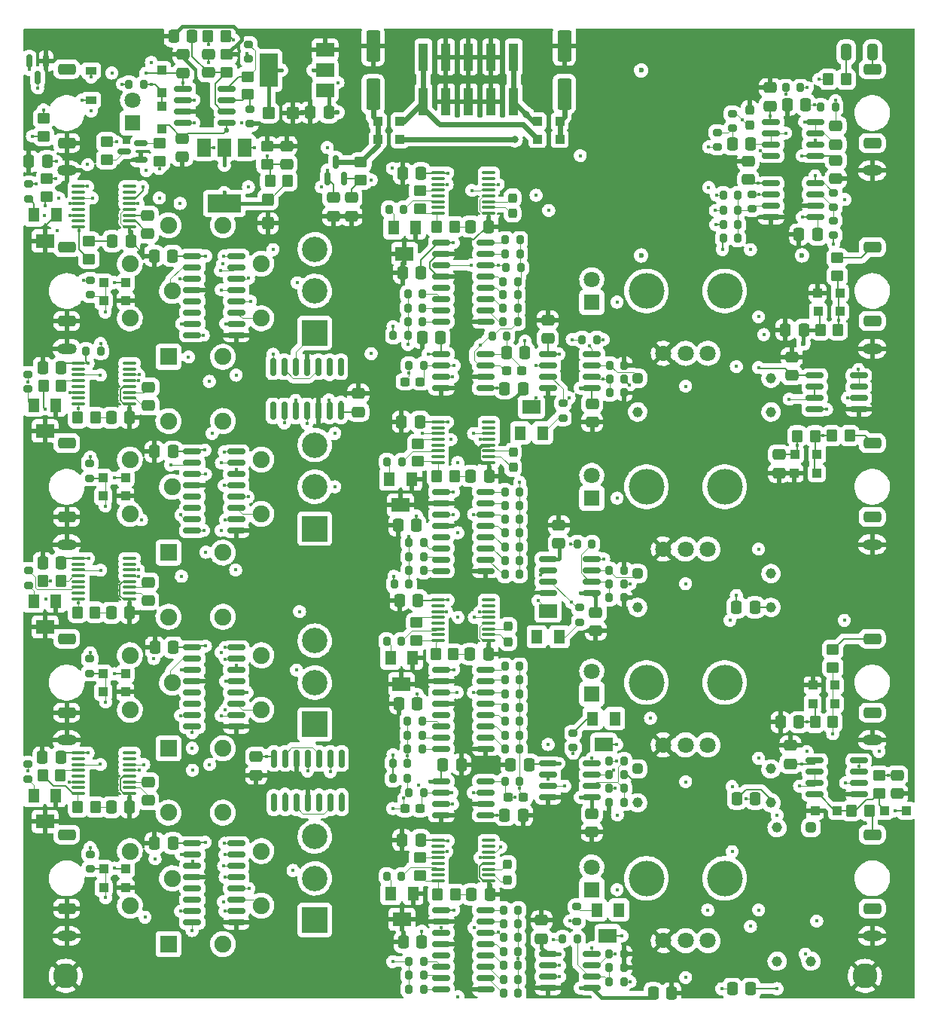
<source format=gbr>
%TF.GenerationSoftware,KiCad,Pcbnew,(6.0.1)*%
%TF.CreationDate,2024-01-20T17:46:19-08:00*%
%TF.ProjectId,main,6d61696e-2e6b-4696-9361-645f70636258,rev?*%
%TF.SameCoordinates,Original*%
%TF.FileFunction,Copper,L4,Bot*%
%TF.FilePolarity,Positive*%
%FSLAX46Y46*%
G04 Gerber Fmt 4.6, Leading zero omitted, Abs format (unit mm)*
G04 Created by KiCad (PCBNEW (6.0.1)) date 2024-01-20 17:46:19*
%MOMM*%
%LPD*%
G01*
G04 APERTURE LIST*
G04 Aperture macros list*
%AMRoundRect*
0 Rectangle with rounded corners*
0 $1 Rounding radius*
0 $2 $3 $4 $5 $6 $7 $8 $9 X,Y pos of 4 corners*
0 Add a 4 corners polygon primitive as box body*
4,1,4,$2,$3,$4,$5,$6,$7,$8,$9,$2,$3,0*
0 Add four circle primitives for the rounded corners*
1,1,$1+$1,$2,$3*
1,1,$1+$1,$4,$5*
1,1,$1+$1,$6,$7*
1,1,$1+$1,$8,$9*
0 Add four rect primitives between the rounded corners*
20,1,$1+$1,$2,$3,$4,$5,0*
20,1,$1+$1,$4,$5,$6,$7,0*
20,1,$1+$1,$6,$7,$8,$9,0*
20,1,$1+$1,$8,$9,$2,$3,0*%
%AMHorizOval*
0 Thick line with rounded ends*
0 $1 width*
0 $2 $3 position (X,Y) of the first rounded end (center of the circle)*
0 $4 $5 position (X,Y) of the second rounded end (center of the circle)*
0 Add line between two ends*
20,1,$1,$2,$3,$4,$5,0*
0 Add two circle primitives to create the rounded ends*
1,1,$1,$2,$3*
1,1,$1,$4,$5*%
G04 Aperture macros list end*
%TA.AperFunction,ComponentPad*%
%ADD10R,2.850000X2.850000*%
%TD*%
%TA.AperFunction,ComponentPad*%
%ADD11C,2.850000*%
%TD*%
%TA.AperFunction,ComponentPad*%
%ADD12RoundRect,0.287500X-0.287500X-0.287500X0.287500X-0.287500X0.287500X0.287500X-0.287500X0.287500X0*%
%TD*%
%TA.AperFunction,ComponentPad*%
%ADD13C,1.150000*%
%TD*%
%TA.AperFunction,WasherPad*%
%ADD14C,4.000000*%
%TD*%
%TA.AperFunction,ComponentPad*%
%ADD15C,1.800000*%
%TD*%
%TA.AperFunction,ComponentPad*%
%ADD16R,1.900000X1.900000*%
%TD*%
%TA.AperFunction,ComponentPad*%
%ADD17HorizOval,1.900000X0.000000X0.000000X0.000000X0.000000X0*%
%TD*%
%TA.AperFunction,ComponentPad*%
%ADD18R,1.800000X1.800000*%
%TD*%
%TA.AperFunction,ComponentPad*%
%ADD19O,2.200000X1.200000*%
%TD*%
%TA.AperFunction,ComponentPad*%
%ADD20RoundRect,0.300000X-0.700000X-0.300000X0.700000X-0.300000X0.700000X0.300000X-0.700000X0.300000X0*%
%TD*%
%TA.AperFunction,ComponentPad*%
%ADD21RoundRect,0.287500X-0.287500X0.287500X-0.287500X-0.287500X0.287500X-0.287500X0.287500X0.287500X0*%
%TD*%
%TA.AperFunction,SMDPad,CuDef*%
%ADD22R,1.200000X0.900000*%
%TD*%
%TA.AperFunction,SMDPad,CuDef*%
%ADD23RoundRect,0.150000X0.825000X0.150000X-0.825000X0.150000X-0.825000X-0.150000X0.825000X-0.150000X0*%
%TD*%
%TA.AperFunction,SMDPad,CuDef*%
%ADD24RoundRect,0.250000X0.450000X-0.350000X0.450000X0.350000X-0.450000X0.350000X-0.450000X-0.350000X0*%
%TD*%
%TA.AperFunction,SMDPad,CuDef*%
%ADD25RoundRect,0.150000X-0.150000X0.587500X-0.150000X-0.587500X0.150000X-0.587500X0.150000X0.587500X0*%
%TD*%
%TA.AperFunction,SMDPad,CuDef*%
%ADD26RoundRect,0.200000X-0.275000X0.200000X-0.275000X-0.200000X0.275000X-0.200000X0.275000X0.200000X0*%
%TD*%
%TA.AperFunction,SMDPad,CuDef*%
%ADD27RoundRect,0.250000X-0.450000X0.350000X-0.450000X-0.350000X0.450000X-0.350000X0.450000X0.350000X0*%
%TD*%
%TA.AperFunction,SMDPad,CuDef*%
%ADD28RoundRect,0.250000X-0.337500X-0.475000X0.337500X-0.475000X0.337500X0.475000X-0.337500X0.475000X0*%
%TD*%
%TA.AperFunction,SMDPad,CuDef*%
%ADD29RoundRect,0.250000X-0.475000X0.337500X-0.475000X-0.337500X0.475000X-0.337500X0.475000X0.337500X0*%
%TD*%
%TA.AperFunction,SMDPad,CuDef*%
%ADD30RoundRect,0.200000X-0.200000X-0.275000X0.200000X-0.275000X0.200000X0.275000X-0.200000X0.275000X0*%
%TD*%
%TA.AperFunction,SMDPad,CuDef*%
%ADD31R,1.000000X1.000000*%
%TD*%
%TA.AperFunction,SMDPad,CuDef*%
%ADD32RoundRect,0.200000X0.200000X0.275000X-0.200000X0.275000X-0.200000X-0.275000X0.200000X-0.275000X0*%
%TD*%
%TA.AperFunction,SMDPad,CuDef*%
%ADD33RoundRect,0.250000X0.475000X-0.337500X0.475000X0.337500X-0.475000X0.337500X-0.475000X-0.337500X0*%
%TD*%
%TA.AperFunction,SMDPad,CuDef*%
%ADD34RoundRect,0.250000X0.337500X0.475000X-0.337500X0.475000X-0.337500X-0.475000X0.337500X-0.475000X0*%
%TD*%
%TA.AperFunction,SMDPad,CuDef*%
%ADD35R,1.300000X1.600000*%
%TD*%
%TA.AperFunction,SMDPad,CuDef*%
%ADD36R,2.000000X1.600000*%
%TD*%
%TA.AperFunction,SMDPad,CuDef*%
%ADD37RoundRect,0.100000X0.637500X0.100000X-0.637500X0.100000X-0.637500X-0.100000X0.637500X-0.100000X0*%
%TD*%
%TA.AperFunction,SMDPad,CuDef*%
%ADD38RoundRect,0.250000X-0.350000X-0.450000X0.350000X-0.450000X0.350000X0.450000X-0.350000X0.450000X0*%
%TD*%
%TA.AperFunction,SMDPad,CuDef*%
%ADD39RoundRect,0.250000X0.550000X-1.500000X0.550000X1.500000X-0.550000X1.500000X-0.550000X-1.500000X0*%
%TD*%
%TA.AperFunction,SMDPad,CuDef*%
%ADD40RoundRect,0.250000X0.350000X0.450000X-0.350000X0.450000X-0.350000X-0.450000X0.350000X-0.450000X0*%
%TD*%
%TA.AperFunction,SMDPad,CuDef*%
%ADD41RoundRect,0.237500X-0.300000X-0.237500X0.300000X-0.237500X0.300000X0.237500X-0.300000X0.237500X0*%
%TD*%
%TA.AperFunction,SMDPad,CuDef*%
%ADD42RoundRect,0.237500X-0.237500X0.300000X-0.237500X-0.300000X0.237500X-0.300000X0.237500X0.300000X0*%
%TD*%
%TA.AperFunction,SMDPad,CuDef*%
%ADD43RoundRect,0.150000X0.587500X0.150000X-0.587500X0.150000X-0.587500X-0.150000X0.587500X-0.150000X0*%
%TD*%
%TA.AperFunction,ComponentPad*%
%ADD44C,2.800000*%
%TD*%
%TA.AperFunction,SMDPad,CuDef*%
%ADD45RoundRect,0.150000X-0.150000X0.825000X-0.150000X-0.825000X0.150000X-0.825000X0.150000X0.825000X0*%
%TD*%
%TA.AperFunction,SMDPad,CuDef*%
%ADD46RoundRect,0.150000X0.150000X-0.587500X0.150000X0.587500X-0.150000X0.587500X-0.150000X-0.587500X0*%
%TD*%
%TA.AperFunction,SMDPad,CuDef*%
%ADD47RoundRect,0.200000X0.275000X-0.200000X0.275000X0.200000X-0.275000X0.200000X-0.275000X-0.200000X0*%
%TD*%
%TA.AperFunction,SMDPad,CuDef*%
%ADD48R,1.500000X2.000000*%
%TD*%
%TA.AperFunction,SMDPad,CuDef*%
%ADD49R,3.800000X2.000000*%
%TD*%
%TA.AperFunction,SMDPad,CuDef*%
%ADD50RoundRect,0.250000X-0.425000X0.450000X-0.425000X-0.450000X0.425000X-0.450000X0.425000X0.450000X0*%
%TD*%
%TA.AperFunction,SMDPad,CuDef*%
%ADD51RoundRect,0.150000X0.150000X-0.825000X0.150000X0.825000X-0.150000X0.825000X-0.150000X-0.825000X0*%
%TD*%
%TA.AperFunction,SMDPad,CuDef*%
%ADD52RoundRect,0.237500X0.300000X0.237500X-0.300000X0.237500X-0.300000X-0.237500X0.300000X-0.237500X0*%
%TD*%
%TA.AperFunction,SMDPad,CuDef*%
%ADD53RoundRect,0.250000X-0.450000X-0.425000X0.450000X-0.425000X0.450000X0.425000X-0.450000X0.425000X0*%
%TD*%
%TA.AperFunction,SMDPad,CuDef*%
%ADD54RoundRect,0.250000X0.325000X0.650000X-0.325000X0.650000X-0.325000X-0.650000X0.325000X-0.650000X0*%
%TD*%
%TA.AperFunction,SMDPad,CuDef*%
%ADD55RoundRect,0.250000X-0.550000X1.500000X-0.550000X-1.500000X0.550000X-1.500000X0.550000X1.500000X0*%
%TD*%
%TA.AperFunction,SMDPad,CuDef*%
%ADD56R,1.000000X3.150000*%
%TD*%
%TA.AperFunction,SMDPad,CuDef*%
%ADD57RoundRect,0.237500X0.237500X-0.300000X0.237500X0.300000X-0.237500X0.300000X-0.237500X-0.300000X0*%
%TD*%
%TA.AperFunction,SMDPad,CuDef*%
%ADD58R,2.000000X1.500000*%
%TD*%
%TA.AperFunction,SMDPad,CuDef*%
%ADD59R,2.000000X3.800000*%
%TD*%
%TA.AperFunction,ViaPad*%
%ADD60C,0.450000*%
%TD*%
%TA.AperFunction,ViaPad*%
%ADD61C,0.600000*%
%TD*%
%TA.AperFunction,ViaPad*%
%ADD62C,0.400000*%
%TD*%
%TA.AperFunction,ViaPad*%
%ADD63C,0.800000*%
%TD*%
%TA.AperFunction,Conductor*%
%ADD64C,0.200000*%
%TD*%
%TA.AperFunction,Conductor*%
%ADD65C,0.600000*%
%TD*%
%TA.AperFunction,Conductor*%
%ADD66C,0.400000*%
%TD*%
%TA.AperFunction,Conductor*%
%ADD67C,0.120000*%
%TD*%
G04 APERTURE END LIST*
D10*
%TO.P,SW7,1,A*%
%TO.N,F4{slash}1*%
X73300000Y-140700000D03*
D11*
%TO.P,SW7,2,B*%
%TO.N,F4*%
X73300000Y-136000000D03*
%TO.P,SW7,3,C*%
%TO.N,Net-(SW7-Pad3)*%
X73300000Y-131300000D03*
%TD*%
D12*
%TO.P,U35,1,-*%
%TO.N,Net-(R126-Pad1)*%
X109600000Y-101750000D03*
D13*
%TO.P,U35,2,+*%
%TO.N,Net-(D28-Pad1)*%
X109600000Y-105550000D03*
%TO.P,U35,3*%
%TO.N,Net-(R129-Pad2)*%
X124600000Y-101750000D03*
%TO.P,U35,4*%
%TO.N,Net-(C79-Pad2)*%
X124600000Y-105550000D03*
%TD*%
D14*
%TO.P,RV10,*%
%TO.N,*%
X119400000Y-70000000D03*
X110600000Y-70000000D03*
D15*
%TO.P,RV10,1,1*%
%TO.N,+9V*%
X117500000Y-77000000D03*
%TO.P,RV10,2,2*%
%TO.N,Net-(R117-Pad2)*%
X115000000Y-77000000D03*
%TO.P,RV10,3,3*%
%TO.N,GND*%
X112500000Y-77000000D03*
%TD*%
D10*
%TO.P,SW4,1,A*%
%TO.N,F1{slash}1*%
X73300000Y-74700000D03*
D11*
%TO.P,SW4,2,B*%
%TO.N,F1*%
X73300000Y-70000000D03*
%TO.P,SW4,3,C*%
%TO.N,Net-(SW4-Pad3)*%
X73300000Y-65300000D03*
%TD*%
D16*
%TO.P,SW2,1,1*%
%TO.N,Net-(SW2-Pad1)*%
X56838533Y-77391036D03*
D17*
%TO.P,SW2,2,2*%
%TO.N,Net-(SW2-Pad2)*%
X52508964Y-73061467D03*
%TO.P,SW2,3,3*%
%TO.N,Net-(SW2-Pad3)*%
X52508964Y-66938533D03*
%TO.P,SW2,4,4*%
%TO.N,Net-(SW2-Pad4)*%
X56838533Y-62608964D03*
%TO.P,SW2,5,5*%
%TO.N,Net-(SW2-Pad5)*%
X62961467Y-62608964D03*
%TO.P,SW2,6,6*%
%TO.N,Net-(SW2-Pad6)*%
X67291036Y-66938533D03*
%TO.P,SW2,7,7*%
%TO.N,Net-(SW2-Pad7)*%
X67291036Y-73061467D03*
%TO.P,SW2,8,8*%
%TO.N,Net-(SW2-Pad8)*%
X62961467Y-77391036D03*
%TO.P,SW2,9,9*%
%TO.N,R1*%
X57250000Y-70000000D03*
%TD*%
D14*
%TO.P,RV11,*%
%TO.N,*%
X110600000Y-114000000D03*
X119400000Y-114000000D03*
D15*
%TO.P,RV11,1,1*%
%TO.N,+9V*%
X117500000Y-121000000D03*
%TO.P,RV11,2,2*%
%TO.N,Net-(R114-Pad2)*%
X115000000Y-121000000D03*
%TO.P,RV11,3,3*%
%TO.N,GND*%
X112500000Y-121000000D03*
%TD*%
D18*
%TO.P,D16,1,K*%
%TO.N,Net-(D16-Pad1)*%
X52800000Y-51100000D03*
D15*
%TO.P,D16,2,A*%
%TO.N,+9V*%
X52800000Y-48560000D03*
%TD*%
D19*
%TO.P,J2,S*%
%TO.N,GND*%
X45400000Y-76480000D03*
D20*
%TO.P,J2,T*%
%TO.N,Net-(J2-PadT)*%
X45400000Y-65080000D03*
%TO.P,J2,TN*%
%TO.N,GND*%
X45400000Y-73380000D03*
%TD*%
D18*
%TO.P,D26,1,K*%
%TO.N,Net-(D26-Pad1)*%
X104450000Y-71270000D03*
D15*
%TO.P,D26,2,A*%
%TO.N,Net-(D26-Pad2)*%
X104450000Y-68730000D03*
%TD*%
D14*
%TO.P,RV14,*%
%TO.N,*%
X119400000Y-92000000D03*
X110600000Y-92000000D03*
D15*
%TO.P,RV14,1,1*%
%TO.N,+9V*%
X117500000Y-99000000D03*
%TO.P,RV14,2,2*%
%TO.N,Net-(R127-Pad2)*%
X115000000Y-99000000D03*
%TO.P,RV14,3,3*%
%TO.N,GND*%
X112500000Y-99000000D03*
%TD*%
D18*
%TO.P,D28,1,K*%
%TO.N,Net-(D28-Pad1)*%
X104450000Y-93270000D03*
D15*
%TO.P,D28,2,A*%
%TO.N,Net-(D28-Pad2)*%
X104450000Y-90730000D03*
%TD*%
D18*
%TO.P,D27,1,K*%
%TO.N,Net-(D27-Pad1)*%
X104450000Y-137270000D03*
D15*
%TO.P,D27,2,A*%
%TO.N,Net-(D27-Pad2)*%
X104450000Y-134730000D03*
%TD*%
D19*
%TO.P,J9,S*%
%TO.N,GND*%
X136000000Y-76480000D03*
D20*
%TO.P,J9,T*%
%TO.N,Net-(J9-PadT)*%
X136000000Y-65080000D03*
%TO.P,J9,TN*%
%TO.N,unconnected-(J9-PadTN)*%
X136000000Y-73380000D03*
%TD*%
D10*
%TO.P,SW6,1,A*%
%TO.N,F2{slash}1*%
X73300000Y-96700000D03*
D11*
%TO.P,SW6,2,B*%
%TO.N,F2*%
X73300000Y-92000000D03*
%TO.P,SW6,3,C*%
%TO.N,Net-(SW6-Pad3)*%
X73300000Y-87300000D03*
%TD*%
D19*
%TO.P,J3,S*%
%TO.N,GND*%
X45400000Y-98480000D03*
D20*
%TO.P,J3,T*%
%TO.N,Net-(J3-PadT)*%
X45400000Y-87080000D03*
%TO.P,J3,TN*%
%TO.N,GND*%
X45400000Y-95380000D03*
%TD*%
D18*
%TO.P,D25,1,K*%
%TO.N,Net-(D25-Pad1)*%
X104450000Y-115270000D03*
D15*
%TO.P,D25,2,A*%
%TO.N,Net-(D25-Pad2)*%
X104450000Y-112730000D03*
%TD*%
D16*
%TO.P,SW8,1,1*%
%TO.N,Net-(SW8-Pad1)*%
X56838533Y-143391036D03*
D17*
%TO.P,SW8,2,2*%
%TO.N,Net-(SW8-Pad2)*%
X52508964Y-139061467D03*
%TO.P,SW8,3,3*%
%TO.N,Net-(SW8-Pad3)*%
X52508964Y-132938533D03*
%TO.P,SW8,4,4*%
%TO.N,Net-(SW8-Pad4)*%
X56838533Y-128608964D03*
%TO.P,SW8,5,5*%
%TO.N,Net-(SW8-Pad5)*%
X62961467Y-128608964D03*
%TO.P,SW8,6,6*%
%TO.N,Net-(SW8-Pad6)*%
X67291036Y-132938533D03*
%TO.P,SW8,7,7*%
%TO.N,Net-(SW8-Pad7)*%
X67291036Y-139061467D03*
%TO.P,SW8,8,8*%
%TO.N,Net-(SW8-Pad8)*%
X62961467Y-143391036D03*
%TO.P,SW8,9,9*%
%TO.N,R4*%
X57250000Y-136000000D03*
%TD*%
D14*
%TO.P,RV15,*%
%TO.N,*%
X110600000Y-136000000D03*
X119400000Y-136000000D03*
D15*
%TO.P,RV15,1,1*%
%TO.N,+9V*%
X117500000Y-143000000D03*
%TO.P,RV15,2,2*%
%TO.N,Net-(R124-Pad2)*%
X115000000Y-143000000D03*
%TO.P,RV15,3,3*%
%TO.N,GND*%
X112500000Y-143000000D03*
%TD*%
D12*
%TO.P,U30,1,-*%
%TO.N,Net-(R113-Pad1)*%
X109600000Y-123700000D03*
D13*
%TO.P,U30,2,+*%
%TO.N,Net-(D25-Pad1)*%
X109600000Y-127500000D03*
%TO.P,U30,3*%
%TO.N,Net-(R118-Pad2)*%
X124600000Y-123700000D03*
%TO.P,U30,4*%
%TO.N,Net-(C76-Pad2)*%
X124600000Y-127500000D03*
%TD*%
D10*
%TO.P,SW5,1,A*%
%TO.N,F3{slash}1*%
X73300000Y-118700000D03*
D11*
%TO.P,SW5,2,B*%
%TO.N,F3*%
X73300000Y-114000000D03*
%TO.P,SW5,3,C*%
%TO.N,Net-(SW5-Pad3)*%
X73300000Y-109300000D03*
%TD*%
D19*
%TO.P,J7,S*%
%TO.N,GND*%
X136000000Y-56480000D03*
D20*
%TO.P,J7,T*%
%TO.N,Net-(C21-Pad1)*%
X136000000Y-45080000D03*
%TO.P,J7,TN*%
%TO.N,unconnected-(J7-PadTN)*%
X136000000Y-53380000D03*
%TD*%
D16*
%TO.P,SW1,1,1*%
%TO.N,Net-(SW1-Pad1)*%
X56838533Y-99391036D03*
D17*
%TO.P,SW1,2,2*%
%TO.N,Net-(SW1-Pad2)*%
X52508964Y-95061467D03*
%TO.P,SW1,3,3*%
%TO.N,Net-(SW1-Pad3)*%
X52508964Y-88938533D03*
%TO.P,SW1,4,4*%
%TO.N,Net-(SW1-Pad4)*%
X56838533Y-84608964D03*
%TO.P,SW1,5,5*%
%TO.N,Net-(SW1-Pad5)*%
X62961467Y-84608964D03*
%TO.P,SW1,6,6*%
%TO.N,Net-(SW1-Pad6)*%
X67291036Y-88938533D03*
%TO.P,SW1,7,7*%
%TO.N,Net-(SW1-Pad7)*%
X67291036Y-95061467D03*
%TO.P,SW1,8,8*%
%TO.N,Net-(SW1-Pad8)*%
X62961467Y-99391036D03*
%TO.P,SW1,9,9*%
%TO.N,R2*%
X57250000Y-92000000D03*
%TD*%
D16*
%TO.P,SW3,1,1*%
%TO.N,Net-(SW3-Pad1)*%
X56838533Y-121391036D03*
D17*
%TO.P,SW3,2,2*%
%TO.N,Net-(SW3-Pad2)*%
X52508964Y-117061467D03*
%TO.P,SW3,3,3*%
%TO.N,Net-(SW3-Pad3)*%
X52508964Y-110938533D03*
%TO.P,SW3,4,4*%
%TO.N,Net-(SW3-Pad4)*%
X56838533Y-106608964D03*
%TO.P,SW3,5,5*%
%TO.N,Net-(SW3-Pad5)*%
X62961467Y-106608964D03*
%TO.P,SW3,6,6*%
%TO.N,Net-(SW3-Pad6)*%
X67291036Y-110938533D03*
%TO.P,SW3,7,7*%
%TO.N,Net-(SW3-Pad7)*%
X67291036Y-117061467D03*
%TO.P,SW3,8,8*%
%TO.N,Net-(SW3-Pad8)*%
X62961467Y-121391036D03*
%TO.P,SW3,9,9*%
%TO.N,R3*%
X57250000Y-114000000D03*
%TD*%
D21*
%TO.P,U34,1,-*%
%TO.N,Net-(R123-Pad1)*%
X129100000Y-130300000D03*
D13*
%TO.P,U34,2,+*%
%TO.N,Net-(D27-Pad1)*%
X125300000Y-130300000D03*
%TO.P,U34,3*%
%TO.N,Net-(R128-Pad2)*%
X129100000Y-145300000D03*
%TO.P,U34,4*%
%TO.N,Net-(C78-Pad2)*%
X125300000Y-145300000D03*
%TD*%
D19*
%TO.P,J5,S*%
%TO.N,GND*%
X45400000Y-142480000D03*
D20*
%TO.P,J5,T*%
%TO.N,Net-(J5-PadT)*%
X45400000Y-131080000D03*
%TO.P,J5,TN*%
%TO.N,GND*%
X45400000Y-139380000D03*
%TD*%
D19*
%TO.P,J10,S*%
%TO.N,GND*%
X136000000Y-142480000D03*
D20*
%TO.P,J10,T*%
%TO.N,Net-(J10-PadT)*%
X136000000Y-131080000D03*
%TO.P,J10,TN*%
%TO.N,unconnected-(J10-PadTN)*%
X136000000Y-139380000D03*
%TD*%
D19*
%TO.P,J4,S*%
%TO.N,GND*%
X45400000Y-120480000D03*
D20*
%TO.P,J4,T*%
%TO.N,Net-(J4-PadT)*%
X45400000Y-109080000D03*
%TO.P,J4,TN*%
%TO.N,GND*%
X45400000Y-117380000D03*
%TD*%
D19*
%TO.P,J11,S*%
%TO.N,GND*%
X136000000Y-98480000D03*
D20*
%TO.P,J11,T*%
%TO.N,Net-(J11-PadT)*%
X136000000Y-87080000D03*
%TO.P,J11,TN*%
%TO.N,unconnected-(J11-PadTN)*%
X136000000Y-95380000D03*
%TD*%
D19*
%TO.P,J1,S*%
%TO.N,GND*%
X45400000Y-56480000D03*
D20*
%TO.P,J1,T*%
%TO.N,Net-(J1-PadT)*%
X45400000Y-45080000D03*
%TO.P,J1,TN*%
%TO.N,GND*%
X45400000Y-53380000D03*
%TD*%
D13*
%TO.P,U31,4*%
%TO.N,Net-(C77-Pad2)*%
X124600000Y-83600000D03*
%TO.P,U31,3*%
%TO.N,Net-(R119-Pad2)*%
X124600000Y-79800000D03*
%TO.P,U31,2,+*%
%TO.N,Net-(D26-Pad1)*%
X109600000Y-83600000D03*
D12*
%TO.P,U31,1,-*%
%TO.N,Net-(R116-Pad1)*%
X109600000Y-79800000D03*
%TD*%
D19*
%TO.P,J8,S*%
%TO.N,GND*%
X136000000Y-120480000D03*
D20*
%TO.P,J8,T*%
%TO.N,Net-(J8-PadT)*%
X136000000Y-109080000D03*
%TO.P,J8,TN*%
%TO.N,unconnected-(J8-PadTN)*%
X136000000Y-117380000D03*
%TD*%
D22*
%TO.P,D15,1,K*%
%TO.N,Net-(D15-Pad1)*%
X48150000Y-48550000D03*
%TO.P,D15,2,A*%
%TO.N,Net-(D15-Pad2)*%
X48150000Y-45250000D03*
%TD*%
D23*
%TO.P,U3,1*%
%TO.N,Net-(R16-Pad1)*%
X63400000Y-47270000D03*
%TO.P,U3,2,-*%
%TO.N,Net-(R12-Pad2)*%
X63400000Y-48540000D03*
%TO.P,U3,3,+*%
%TO.N,Net-(C7-Pad2)*%
X63400000Y-49810000D03*
%TO.P,U3,4,V-*%
%TO.N,-12V*%
X63400000Y-51080000D03*
%TO.P,U3,5,+*%
%TO.N,Net-(R19-Pad1)*%
X58450000Y-51080000D03*
%TO.P,U3,6,-*%
%TO.N,GND*%
X58450000Y-49810000D03*
%TO.P,U3,7*%
%TO.N,Net-(D15-Pad2)*%
X58450000Y-48540000D03*
%TO.P,U3,8,V+*%
%TO.N,+12V*%
X58450000Y-47270000D03*
%TD*%
D24*
%TO.P,R36,1*%
%TO.N,Net-(R35-Pad2)*%
X47900000Y-66400000D03*
%TO.P,R36,2*%
%TO.N,Net-(C26-Pad1)*%
X47900000Y-64400000D03*
%TD*%
D25*
%TO.P,Q2,1,B*%
%TO.N,Net-(Q2-Pad1)*%
X41175000Y-44162500D03*
%TO.P,Q2,2,E*%
%TO.N,GND*%
X43075000Y-44162500D03*
%TO.P,Q2,3,C*%
%TO.N,Clk*%
X42125000Y-46037500D03*
%TD*%
D26*
%TO.P,R39,1*%
%TO.N,Net-(R39-Pad1)*%
X41000000Y-123175000D03*
%TO.P,R39,2*%
%TO.N,Net-(R39-Pad2)*%
X41000000Y-124825000D03*
%TD*%
D27*
%TO.P,R82,1*%
%TO.N,Net-(R82-Pad1)*%
X84900000Y-87150000D03*
%TO.P,R82,2*%
%TO.N,Net-(R82-Pad2)*%
X84900000Y-89150000D03*
%TD*%
%TO.P,R27,1*%
%TO.N,Net-(Q3-Pad1)*%
X55825000Y-53425000D03*
%TO.P,R27,2*%
%TO.N,Clk*%
X55825000Y-55425000D03*
%TD*%
D23*
%TO.P,U27,1,Q5*%
%TO.N,Net-(R104-Pad1)*%
X92475000Y-139555000D03*
%TO.P,U27,2,Q1*%
%TO.N,Net-(R102-Pad1)*%
X92475000Y-140825000D03*
%TO.P,U27,3,Q0*%
%TO.N,Net-(R91-Pad1)*%
X92475000Y-142095000D03*
%TO.P,U27,4,Q2*%
%TO.N,Net-(R92-Pad1)*%
X92475000Y-143365000D03*
%TO.P,U27,5,Q6*%
%TO.N,Net-(R94-Pad1)*%
X92475000Y-144635000D03*
%TO.P,U27,6,Q7*%
%TO.N,Net-(R105-Pad1)*%
X92475000Y-145905000D03*
%TO.P,U27,7,Q3*%
%TO.N,Net-(R103-Pad1)*%
X92475000Y-147175000D03*
%TO.P,U27,8,VSS*%
%TO.N,GND*%
X92475000Y-148445000D03*
%TO.P,U27,9,Q8*%
%TO.N,Net-(R95-Pad1)*%
X87525000Y-148445000D03*
%TO.P,U27,10,Q4*%
%TO.N,Net-(R93-Pad1)*%
X87525000Y-147175000D03*
%TO.P,U27,11,Q9*%
%TO.N,Net-(R106-Pad1)*%
X87525000Y-145905000D03*
%TO.P,U27,12,Cout*%
%TO.N,unconnected-(U27-Pad12)*%
X87525000Y-144635000D03*
%TO.P,U27,13,CKEN*%
%TO.N,GND*%
X87525000Y-143365000D03*
%TO.P,U27,14,CLK*%
%TO.N,Net-(U25-Pad4)*%
X87525000Y-142095000D03*
%TO.P,U27,15,Reset*%
%TO.N,GND*%
X87525000Y-140825000D03*
%TO.P,U27,16,VDD*%
%TO.N,+9V*%
X87525000Y-139555000D03*
%TD*%
D28*
%TO.P,C8,1*%
%TO.N,GND*%
X57412500Y-41375000D03*
%TO.P,C8,2*%
%TO.N,Net-(C7-Pad2)*%
X59487500Y-41375000D03*
%TD*%
D29*
%TO.P,C28,1*%
%TO.N,Net-(C28-Pad1)*%
X54550000Y-125162500D03*
%TO.P,C28,2*%
%TO.N,Net-(C28-Pad2)*%
X54550000Y-127237500D03*
%TD*%
D30*
%TO.P,R103,1*%
%TO.N,Net-(R103-Pad1)*%
X94525000Y-148900000D03*
%TO.P,R103,2*%
%TO.N,Net-(C75-Pad1)*%
X96175000Y-148900000D03*
%TD*%
D29*
%TO.P,C9,1*%
%TO.N,Net-(C9-Pad1)*%
X77425000Y-59512500D03*
%TO.P,C9,2*%
%TO.N,GND*%
X77425000Y-61587500D03*
%TD*%
D31*
%TO.P,D14,1,K*%
%TO.N,Net-(C7-Pad1)*%
X56125000Y-49250000D03*
%TO.P,D14,2,A*%
%TO.N,-12V*%
X56125000Y-51750000D03*
%TD*%
D32*
%TO.P,R79,1*%
%TO.N,Net-(C65-Pad1)*%
X96325000Y-125100000D03*
%TO.P,R79,2*%
%TO.N,OSC3*%
X94675000Y-125100000D03*
%TD*%
D26*
%TO.P,R30,1*%
%TO.N,Net-(R30-Pad1)*%
X41050000Y-79375000D03*
%TO.P,R30,2*%
%TO.N,Net-(R30-Pad2)*%
X41050000Y-81025000D03*
%TD*%
D30*
%TO.P,R78,1*%
%TO.N,Net-(C64-Pad1)*%
X93225000Y-75100000D03*
%TO.P,R78,2*%
%TO.N,OSC1*%
X94875000Y-75100000D03*
%TD*%
D33*
%TO.P,C84,1*%
%TO.N,+12V*%
X100750000Y-98387500D03*
%TO.P,C84,2*%
%TO.N,GND*%
X100750000Y-96312500D03*
%TD*%
D30*
%TO.P,R73,1*%
%TO.N,Net-(R73-Pad1)*%
X94675000Y-113700000D03*
%TO.P,R73,2*%
%TO.N,Net-(C65-Pad1)*%
X96325000Y-113700000D03*
%TD*%
D32*
%TO.P,R51,1*%
%TO.N,Net-(R51-Pad1)*%
X83025000Y-109350000D03*
%TO.P,R51,2*%
%TO.N,Net-(R51-Pad2)*%
X81375000Y-109350000D03*
%TD*%
D34*
%TO.P,C76,1*%
%TO.N,OSC3*%
X122837500Y-127050000D03*
%TO.P,C76,2*%
%TO.N,Net-(C76-Pad2)*%
X120762500Y-127050000D03*
%TD*%
D35*
%TO.P,RV17,1,CCW*%
%TO.N,Net-(R129-Pad1)*%
X100800000Y-108850000D03*
D36*
%TO.P,RV17,2,Wiper*%
%TO.N,SIG2*%
X99550000Y-105950000D03*
D35*
%TO.P,RV17,3,CW*%
%TO.N,unconnected-(RV17-Pad3)*%
X98300000Y-108850000D03*
%TD*%
%TO.P,RV13,1,CCW*%
%TO.N,Net-(R119-Pad1)*%
X98925000Y-85950000D03*
D36*
%TO.P,RV13,2,Wiper*%
%TO.N,SIG1*%
X97675000Y-83050000D03*
D35*
%TO.P,RV13,3,CW*%
%TO.N,unconnected-(RV13-Pad3)*%
X96425000Y-85950000D03*
%TD*%
D37*
%TO.P,U25,1,PCP*%
%TO.N,unconnected-(U25-Pad1)*%
X92862500Y-131725000D03*
%TO.P,U25,2,PC1*%
%TO.N,unconnected-(U25-Pad2)*%
X92862500Y-132375000D03*
%TO.P,U25,3,RefIn*%
%TO.N,Net-(R91-Pad1)*%
X92862500Y-133025000D03*
%TO.P,U25,4,FOUT*%
%TO.N,Net-(U25-Pad4)*%
X92862500Y-133675000D03*
%TO.P,U25,5,Inh*%
%TO.N,GND*%
X92862500Y-134325000D03*
%TO.P,U25,6,C1*%
%TO.N,Net-(C71-Pad1)*%
X92862500Y-134975000D03*
%TO.P,U25,7,C2*%
%TO.N,Net-(C71-Pad2)*%
X92862500Y-135625000D03*
%TO.P,U25,8,VSS*%
%TO.N,GND*%
X92862500Y-136275000D03*
%TO.P,U25,9,VCOin*%
%TO.N,Net-(R84-Pad2)*%
X87137500Y-136275000D03*
%TO.P,U25,10,SFout*%
%TO.N,unconnected-(U25-Pad10)*%
X87137500Y-135625000D03*
%TO.P,U25,11,R1*%
%TO.N,Net-(R81-Pad1)*%
X87137500Y-134975000D03*
%TO.P,U25,12,R2*%
%TO.N,unconnected-(U25-Pad12)*%
X87137500Y-134325000D03*
%TO.P,U25,13,PC2*%
%TO.N,Net-(R84-Pad1)*%
X87137500Y-133675000D03*
%TO.P,U25,14,SigIn*%
%TO.N,F4*%
X87137500Y-133025000D03*
%TO.P,U25,15,ZOUT*%
%TO.N,unconnected-(U25-Pad15)*%
X87137500Y-132375000D03*
%TO.P,U25,16,VDD*%
%TO.N,+9V*%
X87137500Y-131725000D03*
%TD*%
D26*
%TO.P,R32,1*%
%TO.N,Net-(R32-Pad1)*%
X41100000Y-101400000D03*
%TO.P,R32,2*%
%TO.N,Net-(R32-Pad2)*%
X41100000Y-103050000D03*
%TD*%
D30*
%TO.P,R76,1*%
%TO.N,Net-(R76-Pad1)*%
X94675000Y-119900000D03*
%TO.P,R76,2*%
%TO.N,Net-(C65-Pad1)*%
X96325000Y-119900000D03*
%TD*%
%TO.P,R101,1*%
%TO.N,-9V*%
X82225000Y-102950000D03*
%TO.P,R101,2*%
%TO.N,Net-(C74-Pad1)*%
X83875000Y-102950000D03*
%TD*%
D38*
%TO.P,R38,1*%
%TO.N,Net-(R37-Pad2)*%
X46600000Y-106100000D03*
%TO.P,R38,2*%
%TO.N,Net-(C27-Pad1)*%
X48600000Y-106100000D03*
%TD*%
D23*
%TO.P,U28,1*%
%TO.N,Net-(D25-Pad2)*%
X104475000Y-123095000D03*
%TO.P,U28,2,-*%
%TO.N,Net-(R113-Pad1)*%
X104475000Y-124365000D03*
%TO.P,U28,3,+*%
%TO.N,Net-(R110-Pad2)*%
X104475000Y-125635000D03*
%TO.P,U28,4,V-*%
%TO.N,-12V*%
X104475000Y-126905000D03*
%TO.P,U28,5,+*%
%TO.N,GND*%
X99525000Y-126905000D03*
%TO.P,U28,6,-*%
%TO.N,Net-(R118-Pad2)*%
X99525000Y-125635000D03*
%TO.P,U28,7*%
%TO.N,SIG3*%
X99525000Y-124365000D03*
%TO.P,U28,8,V+*%
%TO.N,+12V*%
X99525000Y-123095000D03*
%TD*%
D31*
%TO.P,D23,1,K*%
%TO.N,+5V*%
X127300000Y-88350000D03*
%TO.P,D23,2,A*%
%TO.N,2f*%
X129800000Y-88350000D03*
%TD*%
%TO.P,D9,1,K*%
%TO.N,+12V*%
X52050000Y-69050000D03*
%TO.P,D9,2,A*%
%TO.N,VCA1*%
X49550000Y-69050000D03*
%TD*%
D35*
%TO.P,RV2,1,CCW*%
%TO.N,Net-(R30-Pad2)*%
X41700000Y-82825000D03*
D36*
%TO.P,RV2,2,Wiper*%
%TO.N,GND*%
X42950000Y-85725000D03*
D35*
%TO.P,RV2,3,CW*%
X44200000Y-82825000D03*
%TD*%
D34*
%TO.P,C36,1*%
%TO.N,+9V*%
X57375000Y-110050000D03*
%TO.P,C36,2*%
%TO.N,GND*%
X55300000Y-110050000D03*
%TD*%
%TO.P,C12,1*%
%TO.N,Net-(C12-Pad1)*%
X122337500Y-53500000D03*
%TO.P,C12,2*%
%TO.N,Net-(C12-Pad2)*%
X120262500Y-53500000D03*
%TD*%
D28*
%TO.P,C27,1*%
%TO.N,Net-(C27-Pad1)*%
X50412500Y-106150000D03*
%TO.P,C27,2*%
%TO.N,GND*%
X52487500Y-106150000D03*
%TD*%
%TO.P,C57,1*%
%TO.N,Net-(C57-Pad1)*%
X90762500Y-110800000D03*
%TO.P,C57,2*%
%TO.N,GND*%
X92837500Y-110800000D03*
%TD*%
D29*
%TO.P,C10,1*%
%TO.N,Net-(C10-Pad1)*%
X75375000Y-59512500D03*
%TO.P,C10,2*%
%TO.N,GND*%
X75375000Y-61587500D03*
%TD*%
D39*
%TO.P,C1,1*%
%TO.N,+12V*%
X79850000Y-47900000D03*
%TO.P,C1,2*%
%TO.N,GND*%
X79850000Y-42500000D03*
%TD*%
D23*
%TO.P,U10,1,Q5*%
%TO.N,Net-(SW2-Pad5)*%
X64475000Y-66055000D03*
%TO.P,U10,2,Q1*%
%TO.N,Net-(SW2-Pad1)*%
X64475000Y-67325000D03*
%TO.P,U10,3,Q0*%
%TO.N,Net-(U10-Pad3)*%
X64475000Y-68595000D03*
%TO.P,U10,4,Q2*%
%TO.N,Net-(SW2-Pad2)*%
X64475000Y-69865000D03*
%TO.P,U10,5,Q6*%
%TO.N,Net-(SW2-Pad6)*%
X64475000Y-71135000D03*
%TO.P,U10,6,Q7*%
%TO.N,Net-(SW2-Pad7)*%
X64475000Y-72405000D03*
%TO.P,U10,7,Q3*%
%TO.N,Net-(SW2-Pad3)*%
X64475000Y-73675000D03*
%TO.P,U10,8,VSS*%
%TO.N,GND*%
X64475000Y-74945000D03*
%TO.P,U10,9,Q8*%
%TO.N,Net-(SW2-Pad8)*%
X59525000Y-74945000D03*
%TO.P,U10,10,Q4*%
%TO.N,Net-(SW2-Pad4)*%
X59525000Y-73675000D03*
%TO.P,U10,11,Q9*%
%TO.N,unconnected-(U10-Pad11)*%
X59525000Y-72405000D03*
%TO.P,U10,12,Cout*%
%TO.N,unconnected-(U10-Pad12)*%
X59525000Y-71135000D03*
%TO.P,U10,13,CKEN*%
%TO.N,GND*%
X59525000Y-69865000D03*
%TO.P,U10,14,CLK*%
%TO.N,F1{slash}1*%
X59525000Y-68595000D03*
%TO.P,U10,15,Reset*%
%TO.N,R1*%
X59525000Y-67325000D03*
%TO.P,U10,16,VDD*%
%TO.N,+9V*%
X59525000Y-66055000D03*
%TD*%
D26*
%TO.P,R10,1*%
%TO.N,Net-(R10-Pad1)*%
X131650000Y-62075000D03*
%TO.P,R10,2*%
%TO.N,+9V*%
X131650000Y-63725000D03*
%TD*%
D40*
%TO.P,R48,1*%
%TO.N,Net-(J10-PadT)*%
X135650000Y-128400000D03*
%TO.P,R48,2*%
%TO.N,4f*%
X133650000Y-128400000D03*
%TD*%
D32*
%TO.P,R7,1*%
%TO.N,Net-(R14-Pad2)*%
X120875000Y-62550000D03*
%TO.P,R7,2*%
%TO.N,SIG3*%
X119225000Y-62550000D03*
%TD*%
D41*
%TO.P,C75,1*%
%TO.N,Net-(C75-Pad1)*%
X83437500Y-128150000D03*
%TO.P,C75,2*%
%TO.N,OSC4*%
X85162500Y-128150000D03*
%TD*%
D30*
%TO.P,R102,1*%
%TO.N,Net-(R102-Pad1)*%
X94525000Y-141100000D03*
%TO.P,R102,2*%
%TO.N,Net-(C75-Pad1)*%
X96175000Y-141100000D03*
%TD*%
D26*
%TO.P,R17,1*%
%TO.N,Net-(C12-Pad2)*%
X118550000Y-52175000D03*
%TO.P,R17,2*%
%TO.N,Net-(R14-Pad1)*%
X118550000Y-53825000D03*
%TD*%
D37*
%TO.P,U19,1,PCP*%
%TO.N,unconnected-(U19-Pad1)*%
X92862500Y-104725000D03*
%TO.P,U19,2,PC1*%
%TO.N,unconnected-(U19-Pad2)*%
X92862500Y-105375000D03*
%TO.P,U19,3,RefIn*%
%TO.N,Net-(R62-Pad1)*%
X92862500Y-106025000D03*
%TO.P,U19,4,FOUT*%
%TO.N,Net-(U19-Pad4)*%
X92862500Y-106675000D03*
%TO.P,U19,5,Inh*%
%TO.N,GND*%
X92862500Y-107325000D03*
%TO.P,U19,6,C1*%
%TO.N,Net-(C53-Pad1)*%
X92862500Y-107975000D03*
%TO.P,U19,7,C2*%
%TO.N,Net-(C53-Pad2)*%
X92862500Y-108625000D03*
%TO.P,U19,8,VSS*%
%TO.N,GND*%
X92862500Y-109275000D03*
%TO.P,U19,9,VCOin*%
%TO.N,Net-(R54-Pad2)*%
X87137500Y-109275000D03*
%TO.P,U19,10,SFout*%
%TO.N,unconnected-(U19-Pad10)*%
X87137500Y-108625000D03*
%TO.P,U19,11,R1*%
%TO.N,Net-(R51-Pad1)*%
X87137500Y-107975000D03*
%TO.P,U19,12,R2*%
%TO.N,unconnected-(U19-Pad12)*%
X87137500Y-107325000D03*
%TO.P,U19,13,PC2*%
%TO.N,Net-(R54-Pad1)*%
X87137500Y-106675000D03*
%TO.P,U19,14,SigIn*%
%TO.N,F3*%
X87137500Y-106025000D03*
%TO.P,U19,15,ZOUT*%
%TO.N,unconnected-(U19-Pad15)*%
X87137500Y-105375000D03*
%TO.P,U19,16,VDD*%
%TO.N,+9V*%
X87137500Y-104725000D03*
%TD*%
D31*
%TO.P,D8,1,K*%
%TO.N,VCA4*%
X49550000Y-137050000D03*
%TO.P,D8,2,A*%
%TO.N,GND*%
X52050000Y-137050000D03*
%TD*%
D28*
%TO.P,C72,1*%
%TO.N,Net-(C72-Pad1)*%
X90812500Y-90800000D03*
%TO.P,C72,2*%
%TO.N,GND*%
X92887500Y-90800000D03*
%TD*%
D24*
%TO.P,R29,1*%
%TO.N,Net-(Q3-Pad3)*%
X49900000Y-55250000D03*
%TO.P,R29,2*%
%TO.N,Net-(D16-Pad1)*%
X49900000Y-53250000D03*
%TD*%
D30*
%TO.P,R109,1*%
%TO.N,Net-(C75-Pad1)*%
X83875000Y-126350000D03*
%TO.P,R109,2*%
%TO.N,OSC4*%
X85525000Y-126350000D03*
%TD*%
D42*
%TO.P,C52,1*%
%TO.N,Net-(C52-Pad1)*%
X95550000Y-59537500D03*
%TO.P,C52,2*%
%TO.N,Net-(C52-Pad2)*%
X95550000Y-61262500D03*
%TD*%
D23*
%TO.P,U26,1,Q5*%
%TO.N,Net-(R98-Pad1)*%
X92475000Y-92555000D03*
%TO.P,U26,2,Q1*%
%TO.N,Net-(R96-Pad1)*%
X92475000Y-93825000D03*
%TO.P,U26,3,Q0*%
%TO.N,Net-(R86-Pad1)*%
X92475000Y-95095000D03*
%TO.P,U26,4,Q2*%
%TO.N,Net-(R87-Pad1)*%
X92475000Y-96365000D03*
%TO.P,U26,5,Q6*%
%TO.N,Net-(R89-Pad1)*%
X92475000Y-97635000D03*
%TO.P,U26,6,Q7*%
%TO.N,Net-(R99-Pad1)*%
X92475000Y-98905000D03*
%TO.P,U26,7,Q3*%
%TO.N,Net-(R97-Pad1)*%
X92475000Y-100175000D03*
%TO.P,U26,8,VSS*%
%TO.N,GND*%
X92475000Y-101445000D03*
%TO.P,U26,9,Q8*%
%TO.N,Net-(R90-Pad1)*%
X87525000Y-101445000D03*
%TO.P,U26,10,Q4*%
%TO.N,Net-(R88-Pad1)*%
X87525000Y-100175000D03*
%TO.P,U26,11,Q9*%
%TO.N,Net-(R100-Pad1)*%
X87525000Y-98905000D03*
%TO.P,U26,12,Cout*%
%TO.N,unconnected-(U26-Pad12)*%
X87525000Y-97635000D03*
%TO.P,U26,13,CKEN*%
%TO.N,GND*%
X87525000Y-96365000D03*
%TO.P,U26,14,CLK*%
%TO.N,Net-(U24-Pad4)*%
X87525000Y-95095000D03*
%TO.P,U26,15,Reset*%
%TO.N,GND*%
X87525000Y-93825000D03*
%TO.P,U26,16,VDD*%
%TO.N,+9V*%
X87525000Y-92555000D03*
%TD*%
%TO.P,U17,1*%
%TO.N,F1*%
X134475000Y-79495000D03*
%TO.P,U17,2*%
X134475000Y-80765000D03*
%TO.P,U17,3*%
%TO.N,1f*%
X134475000Y-82035000D03*
%TO.P,U17,4,GND*%
%TO.N,GND*%
X134475000Y-83305000D03*
%TO.P,U17,5*%
%TO.N,2f*%
X129525000Y-83305000D03*
%TO.P,U17,6*%
%TO.N,F2*%
X129525000Y-82035000D03*
%TO.P,U17,7*%
X129525000Y-80765000D03*
%TO.P,U17,8,VCC*%
%TO.N,+9V*%
X129525000Y-79495000D03*
%TD*%
D29*
%TO.P,C23,1*%
%TO.N,Net-(C23-Pad1)*%
X54500000Y-61512500D03*
%TO.P,C23,2*%
%TO.N,Net-(C23-Pad2)*%
X54500000Y-63587500D03*
%TD*%
D32*
%TO.P,R70,1*%
%TO.N,Net-(R70-Pad1)*%
X85425000Y-70350000D03*
%TO.P,R70,2*%
%TO.N,Net-(C64-Pad1)*%
X83775000Y-70350000D03*
%TD*%
D43*
%TO.P,Q3,1,B*%
%TO.N,Net-(Q3-Pad1)*%
X53762500Y-53375000D03*
%TO.P,Q3,2,E*%
%TO.N,GND*%
X53762500Y-55275000D03*
%TO.P,Q3,3,C*%
%TO.N,Net-(Q3-Pad3)*%
X51887500Y-54325000D03*
%TD*%
D26*
%TO.P,R20,1*%
%TO.N,Net-(C13-Pad1)*%
X120250000Y-50075000D03*
%TO.P,R20,2*%
%TO.N,Net-(C12-Pad2)*%
X120250000Y-51725000D03*
%TD*%
D24*
%TO.P,R13,1*%
%TO.N,Net-(C9-Pad1)*%
X78475000Y-57525000D03*
%TO.P,R13,2*%
%TO.N,+12V*%
X78475000Y-55525000D03*
%TD*%
D44*
%TO.P,TP1,1,1*%
%TO.N,GND*%
X135170000Y-146950000D03*
%TD*%
D30*
%TO.P,R65,1*%
%TO.N,Net-(R65-Pad1)*%
X94675000Y-118350000D03*
%TO.P,R65,2*%
%TO.N,Net-(C65-Pad1)*%
X96325000Y-118350000D03*
%TD*%
D40*
%TO.P,R43,1*%
%TO.N,1f*%
X132150000Y-74350000D03*
%TO.P,R43,2*%
%TO.N,+5V*%
X130150000Y-74350000D03*
%TD*%
D35*
%TO.P,RV4,1,CCW*%
%TO.N,Net-(R32-Pad2)*%
X41700000Y-104850000D03*
D36*
%TO.P,RV4,2,Wiper*%
%TO.N,GND*%
X42950000Y-107750000D03*
D35*
%TO.P,RV4,3,CW*%
X44200000Y-104850000D03*
%TD*%
D28*
%TO.P,C56,1*%
%TO.N,Net-(C56-Pad1)*%
X90800000Y-62775000D03*
%TO.P,C56,2*%
%TO.N,GND*%
X92875000Y-62775000D03*
%TD*%
D32*
%TO.P,R64,1*%
%TO.N,Net-(R64-Pad1)*%
X85375000Y-119900000D03*
%TO.P,R64,2*%
%TO.N,Net-(C65-Pad1)*%
X83725000Y-119900000D03*
%TD*%
D33*
%TO.P,C49,1*%
%TO.N,+9V*%
X126800000Y-123137500D03*
%TO.P,C49,2*%
%TO.N,GND*%
X126800000Y-121062500D03*
%TD*%
D30*
%TO.P,R71,1*%
%TO.N,-9V*%
X82125000Y-75000000D03*
%TO.P,R71,2*%
%TO.N,Net-(C64-Pad1)*%
X83775000Y-75000000D03*
%TD*%
D34*
%TO.P,C67,1*%
%TO.N,GND*%
X96737500Y-80950000D03*
%TO.P,C67,2*%
%TO.N,-12V*%
X94662500Y-80950000D03*
%TD*%
D45*
%TO.P,U12,1,Q*%
%TO.N,Net-(SW4-Pad3)*%
X68590000Y-78525000D03*
%TO.P,U12,2,~{Q}*%
%TO.N,Net-(U12-Pad2)*%
X69860000Y-78525000D03*
%TO.P,U12,3,C*%
%TO.N,F1{slash}1*%
X71130000Y-78525000D03*
%TO.P,U12,4,R*%
%TO.N,GND*%
X72400000Y-78525000D03*
%TO.P,U12,5,D*%
%TO.N,Net-(U12-Pad2)*%
X73670000Y-78525000D03*
%TO.P,U12,6,S*%
%TO.N,+9V*%
X74940000Y-78525000D03*
%TO.P,U12,7*%
%TO.N,N/C*%
X76210000Y-78525000D03*
%TO.P,U12,8,S*%
%TO.N,+9V*%
X76210000Y-83475000D03*
%TO.P,U12,9,D*%
%TO.N,Net-(U12-Pad12)*%
X74940000Y-83475000D03*
%TO.P,U12,10,R*%
%TO.N,GND*%
X73670000Y-83475000D03*
%TO.P,U12,11,C*%
%TO.N,F2{slash}1*%
X72400000Y-83475000D03*
%TO.P,U12,12,~{Q}*%
%TO.N,Net-(U12-Pad12)*%
X71130000Y-83475000D03*
%TO.P,U12,13,Q*%
%TO.N,Net-(SW6-Pad3)*%
X69860000Y-83475000D03*
%TO.P,U12,14*%
%TO.N,N/C*%
X68590000Y-83475000D03*
%TD*%
D33*
%TO.P,C15,1*%
%TO.N,+12V*%
X58500000Y-45512500D03*
%TO.P,C15,2*%
%TO.N,GND*%
X58500000Y-43437500D03*
%TD*%
D30*
%TO.P,R113,1*%
%TO.N,Net-(R113-Pad1)*%
X106425000Y-124350000D03*
%TO.P,R113,2*%
%TO.N,GND*%
X108075000Y-124350000D03*
%TD*%
D38*
%TO.P,R41,1*%
%TO.N,Net-(R40-Pad2)*%
X46650000Y-128000000D03*
%TO.P,R41,2*%
%TO.N,Net-(C30-Pad1)*%
X48650000Y-128000000D03*
%TD*%
D30*
%TO.P,R75,1*%
%TO.N,Net-(R75-Pad1)*%
X94675000Y-112180000D03*
%TO.P,R75,2*%
%TO.N,Net-(C65-Pad1)*%
X96325000Y-112180000D03*
%TD*%
D34*
%TO.P,C20,1*%
%TO.N,Net-(C20-Pad1)*%
X128512500Y-49075000D03*
%TO.P,C20,2*%
%TO.N,GND*%
X126437500Y-49075000D03*
%TD*%
D46*
%TO.P,Q1,1,B*%
%TO.N,Net-(C9-Pad1)*%
X76600000Y-57387500D03*
%TO.P,Q1,2,E*%
%TO.N,Net-(C10-Pad1)*%
X74700000Y-57387500D03*
%TO.P,Q1,3,C*%
%TO.N,+12V*%
X75650000Y-55512500D03*
%TD*%
D30*
%TO.P,R74,1*%
%TO.N,Net-(R74-Pad1)*%
X94675000Y-121450000D03*
%TO.P,R74,2*%
%TO.N,Net-(C65-Pad1)*%
X96325000Y-121450000D03*
%TD*%
D47*
%TO.P,R19,1*%
%TO.N,Net-(R19-Pad1)*%
X65850000Y-43925000D03*
%TO.P,R19,2*%
%TO.N,Net-(R16-Pad1)*%
X65850000Y-42275000D03*
%TD*%
D34*
%TO.P,C69,1*%
%TO.N,GND*%
X96737500Y-128900000D03*
%TO.P,C69,2*%
%TO.N,-12V*%
X94662500Y-128900000D03*
%TD*%
%TO.P,C87,1*%
%TO.N,GND*%
X113437500Y-148900000D03*
%TO.P,C87,2*%
%TO.N,-12V*%
X111362500Y-148900000D03*
%TD*%
D31*
%TO.P,D11,1,K*%
%TO.N,+12V*%
X52000000Y-113000000D03*
%TO.P,D11,2,A*%
%TO.N,VCA3*%
X49500000Y-113000000D03*
%TD*%
D30*
%TO.P,R110,1*%
%TO.N,VCA3*%
X106425000Y-122800000D03*
%TO.P,R110,2*%
%TO.N,Net-(R110-Pad2)*%
X108075000Y-122800000D03*
%TD*%
D31*
%TO.P,D19,1,K*%
%TO.N,+5V*%
X129900000Y-72300000D03*
%TO.P,D19,2,A*%
%TO.N,1f*%
X132400000Y-72300000D03*
%TD*%
D30*
%TO.P,R56,1*%
%TO.N,Net-(R56-Pad1)*%
X94825000Y-67400000D03*
%TO.P,R56,2*%
%TO.N,Net-(C64-Pad1)*%
X96475000Y-67400000D03*
%TD*%
D48*
%TO.P,U4,1,ADJ*%
%TO.N,Net-(C11-Pad1)*%
X60825000Y-53875000D03*
%TO.P,U4,2,VO*%
%TO.N,+9V*%
X63125000Y-53875000D03*
D49*
X63125000Y-60175000D03*
D48*
%TO.P,U4,3,VI*%
%TO.N,Net-(C10-Pad1)*%
X65425000Y-53875000D03*
%TD*%
D26*
%TO.P,R15,1*%
%TO.N,-9V*%
X131650000Y-58975000D03*
%TO.P,R15,2*%
%TO.N,Net-(R10-Pad1)*%
X131650000Y-60625000D03*
%TD*%
D23*
%TO.P,U33,1*%
%TO.N,Net-(D28-Pad2)*%
X104475000Y-100095000D03*
%TO.P,U33,2,-*%
%TO.N,Net-(R126-Pad1)*%
X104475000Y-101365000D03*
%TO.P,U33,3,+*%
%TO.N,Net-(R121-Pad2)*%
X104475000Y-102635000D03*
%TO.P,U33,4,V-*%
%TO.N,-12V*%
X104475000Y-103905000D03*
%TO.P,U33,5,+*%
%TO.N,GND*%
X99525000Y-103905000D03*
%TO.P,U33,6,-*%
%TO.N,Net-(R129-Pad2)*%
X99525000Y-102635000D03*
%TO.P,U33,7*%
%TO.N,SIG2*%
X99525000Y-101365000D03*
%TO.P,U33,8,V+*%
%TO.N,+12V*%
X99525000Y-100095000D03*
%TD*%
D31*
%TO.P,D5,1,K*%
%TO.N,+12V*%
X52000000Y-91000000D03*
%TO.P,D5,2,A*%
%TO.N,VCA2*%
X49500000Y-91000000D03*
%TD*%
D32*
%TO.P,R106,1*%
%TO.N,Net-(R106-Pad1)*%
X85525000Y-145350000D03*
%TO.P,R106,2*%
%TO.N,Net-(C75-Pad1)*%
X83875000Y-145350000D03*
%TD*%
D33*
%TO.P,C85,1*%
%TO.N,GND*%
X104900000Y-108187500D03*
%TO.P,C85,2*%
%TO.N,-12V*%
X104900000Y-106112500D03*
%TD*%
D40*
%TO.P,R21,1*%
%TO.N,+9V*%
X70250000Y-57625000D03*
%TO.P,R21,2*%
%TO.N,Net-(C11-Pad1)*%
X68250000Y-57625000D03*
%TD*%
D30*
%TO.P,R124,1*%
%TO.N,Net-(R120-Pad2)*%
X106425000Y-147600000D03*
%TO.P,R124,2*%
%TO.N,Net-(R124-Pad2)*%
X108075000Y-147600000D03*
%TD*%
D34*
%TO.P,C3,1*%
%TO.N,+12V*%
X74862500Y-49925000D03*
%TO.P,C3,2*%
%TO.N,GND*%
X72787500Y-49925000D03*
%TD*%
D30*
%TO.P,R98,1*%
%TO.N,Net-(R98-Pad1)*%
X94675000Y-92550000D03*
%TO.P,R98,2*%
%TO.N,Net-(C74-Pad1)*%
X96325000Y-92550000D03*
%TD*%
D34*
%TO.P,C31,1*%
%TO.N,+9V*%
X44762500Y-78625000D03*
%TO.P,C31,2*%
%TO.N,GND*%
X42687500Y-78625000D03*
%TD*%
D30*
%TO.P,R120,1*%
%TO.N,VCA4*%
X101175000Y-142800000D03*
%TO.P,R120,2*%
%TO.N,Net-(R120-Pad2)*%
X102825000Y-142800000D03*
%TD*%
%TO.P,R91,1*%
%TO.N,Net-(R91-Pad1)*%
X94525000Y-142650000D03*
%TO.P,R91,2*%
%TO.N,Net-(C75-Pad1)*%
X96175000Y-142650000D03*
%TD*%
D34*
%TO.P,C63,1*%
%TO.N,+9V*%
X84737500Y-96350000D03*
%TO.P,C63,2*%
%TO.N,GND*%
X82662500Y-96350000D03*
%TD*%
D47*
%TO.P,R1,1*%
%TO.N,VCA2*%
X48000000Y-91025000D03*
%TO.P,R1,2*%
%TO.N,Net-(J3-PadT)*%
X48000000Y-89375000D03*
%TD*%
D34*
%TO.P,C47,1*%
%TO.N,+5V*%
X127737500Y-118450000D03*
%TO.P,C47,2*%
%TO.N,GND*%
X125662500Y-118450000D03*
%TD*%
D30*
%TO.P,R121,1*%
%TO.N,VCA2*%
X102825000Y-98400000D03*
%TO.P,R121,2*%
%TO.N,Net-(R121-Pad2)*%
X104475000Y-98400000D03*
%TD*%
%TO.P,R87,1*%
%TO.N,Net-(R87-Pad1)*%
X94675000Y-97200000D03*
%TO.P,R87,2*%
%TO.N,Net-(C74-Pad1)*%
X96325000Y-97200000D03*
%TD*%
D31*
%TO.P,D18,1,K*%
%TO.N,3f*%
X131800000Y-114300000D03*
%TO.P,D18,2,A*%
%TO.N,GND*%
X129300000Y-114300000D03*
%TD*%
D30*
%TO.P,R116,1*%
%TO.N,Net-(R116-Pad1)*%
X106475000Y-78350000D03*
%TO.P,R116,2*%
%TO.N,GND*%
X108125000Y-78350000D03*
%TD*%
D31*
%TO.P,D3,1,K*%
%TO.N,Net-(D1-Pad2)*%
X98350000Y-50925000D03*
%TO.P,D3,2,A*%
%TO.N,-12V*%
X100850000Y-50925000D03*
%TD*%
D38*
%TO.P,R85,1*%
%TO.N,Net-(R84-Pad2)*%
X87100000Y-137800000D03*
%TO.P,R85,2*%
%TO.N,Net-(C73-Pad1)*%
X89100000Y-137800000D03*
%TD*%
D30*
%TO.P,R126,1*%
%TO.N,Net-(R126-Pad1)*%
X106425000Y-101400000D03*
%TO.P,R126,2*%
%TO.N,GND*%
X108075000Y-101400000D03*
%TD*%
D47*
%TO.P,R2,1*%
%TO.N,VCA4*%
X48050000Y-134925000D03*
%TO.P,R2,2*%
%TO.N,Net-(J5-PadT)*%
X48050000Y-133275000D03*
%TD*%
D33*
%TO.P,C19,1*%
%TO.N,GND*%
X131900000Y-57387500D03*
%TO.P,C19,2*%
%TO.N,-12V*%
X131900000Y-55312500D03*
%TD*%
D31*
%TO.P,D17,1,K*%
%TO.N,+5V*%
X129300000Y-116400000D03*
%TO.P,D17,2,A*%
%TO.N,3f*%
X131800000Y-116400000D03*
%TD*%
D34*
%TO.P,C59,1*%
%TO.N,+9V*%
X84837500Y-116350000D03*
%TO.P,C59,2*%
%TO.N,GND*%
X82762500Y-116350000D03*
%TD*%
D30*
%TO.P,R63,1*%
%TO.N,Net-(R63-Pad1)*%
X94675000Y-116800000D03*
%TO.P,R63,2*%
%TO.N,Net-(C65-Pad1)*%
X96325000Y-116800000D03*
%TD*%
%TO.P,R117,1*%
%TO.N,Net-(R111-Pad2)*%
X106475000Y-79900000D03*
%TO.P,R117,2*%
%TO.N,Net-(R117-Pad2)*%
X108125000Y-79900000D03*
%TD*%
%TO.P,R26,1*%
%TO.N,Net-(C20-Pad1)*%
X130200000Y-49325000D03*
%TO.P,R26,2*%
%TO.N,Net-(C17-Pad2)*%
X131850000Y-49325000D03*
%TD*%
D50*
%TO.P,C14,1*%
%TO.N,+9V*%
X68050000Y-59700000D03*
%TO.P,C14,2*%
%TO.N,GND*%
X68050000Y-62400000D03*
%TD*%
D40*
%TO.P,R47,1*%
%TO.N,2f*%
X129550000Y-86300000D03*
%TO.P,R47,2*%
%TO.N,+5V*%
X127550000Y-86300000D03*
%TD*%
D44*
%TO.P,TP2,1,1*%
%TO.N,GND*%
X45280000Y-146950000D03*
%TD*%
D51*
%TO.P,U13,1,Q*%
%TO.N,Net-(SW5-Pad3)*%
X76310000Y-127475000D03*
%TO.P,U13,2,~{Q}*%
%TO.N,Net-(U13-Pad2)*%
X75040000Y-127475000D03*
%TO.P,U13,3,C*%
%TO.N,F3{slash}1*%
X73770000Y-127475000D03*
%TO.P,U13,4,R*%
%TO.N,GND*%
X72500000Y-127475000D03*
%TO.P,U13,5,D*%
%TO.N,Net-(U13-Pad2)*%
X71230000Y-127475000D03*
%TO.P,U13,6,S*%
%TO.N,+9V*%
X69960000Y-127475000D03*
%TO.P,U13,7*%
%TO.N,N/C*%
X68690000Y-127475000D03*
%TO.P,U13,8,S*%
%TO.N,+9V*%
X68690000Y-122525000D03*
%TO.P,U13,9,D*%
%TO.N,Net-(U13-Pad12)*%
X69960000Y-122525000D03*
%TO.P,U13,10,R*%
%TO.N,GND*%
X71230000Y-122525000D03*
%TO.P,U13,11,C*%
%TO.N,F4{slash}1*%
X72500000Y-122525000D03*
%TO.P,U13,12,~{Q}*%
%TO.N,Net-(U13-Pad12)*%
X73770000Y-122525000D03*
%TO.P,U13,13,Q*%
%TO.N,Net-(SW7-Pad3)*%
X75040000Y-122525000D03*
%TO.P,U13,14*%
%TO.N,N/C*%
X76310000Y-122525000D03*
%TD*%
D32*
%TO.P,R58,1*%
%TO.N,Net-(R58-Pad1)*%
X85425000Y-71900000D03*
%TO.P,R58,2*%
%TO.N,Net-(C64-Pad1)*%
X83775000Y-71900000D03*
%TD*%
D52*
%TO.P,C65,1*%
%TO.N,Net-(C65-Pad1)*%
X96762500Y-126850000D03*
%TO.P,C65,2*%
%TO.N,OSC3*%
X95037500Y-126850000D03*
%TD*%
D42*
%TO.P,C70,1*%
%TO.N,Net-(C70-Pad1)*%
X95600000Y-88100000D03*
%TO.P,C70,2*%
%TO.N,Net-(C70-Pad2)*%
X95600000Y-89825000D03*
%TD*%
D47*
%TO.P,R3,1*%
%TO.N,VCA1*%
X48050000Y-70425000D03*
%TO.P,R3,2*%
%TO.N,Net-(J2-PadT)*%
X48050000Y-68775000D03*
%TD*%
D31*
%TO.P,D20,1,K*%
%TO.N,1f*%
X132350000Y-70200000D03*
%TO.P,D20,2,A*%
%TO.N,GND*%
X129850000Y-70200000D03*
%TD*%
D29*
%TO.P,C44,1*%
%TO.N,+5V*%
X125500000Y-88362500D03*
%TO.P,C44,2*%
%TO.N,GND*%
X125500000Y-90437500D03*
%TD*%
D30*
%TO.P,R111,1*%
%TO.N,VCA1*%
X103375000Y-75450000D03*
%TO.P,R111,2*%
%TO.N,Net-(R111-Pad2)*%
X105025000Y-75450000D03*
%TD*%
D34*
%TO.P,C55,1*%
%TO.N,+9V*%
X85237500Y-67950000D03*
%TO.P,C55,2*%
%TO.N,GND*%
X83162500Y-67950000D03*
%TD*%
%TO.P,C54,1*%
%TO.N,+9V*%
X85237500Y-56775000D03*
%TO.P,C54,2*%
%TO.N,GND*%
X83162500Y-56775000D03*
%TD*%
D40*
%TO.P,R40,1*%
%TO.N,Net-(R40-Pad1)*%
X44700000Y-124400000D03*
%TO.P,R40,2*%
%TO.N,Net-(R40-Pad2)*%
X42700000Y-124400000D03*
%TD*%
D35*
%TO.P,RV9,1,CCW*%
%TO.N,Net-(R81-Pad2)*%
X81850000Y-137700000D03*
D36*
%TO.P,RV9,2,Wiper*%
%TO.N,GND*%
X83100000Y-140600000D03*
D35*
%TO.P,RV9,3,CW*%
X84350000Y-137700000D03*
%TD*%
D38*
%TO.P,R34,1*%
%TO.N,Net-(R33-Pad2)*%
X46650000Y-84250000D03*
%TO.P,R34,2*%
%TO.N,Net-(C25-Pad1)*%
X48650000Y-84250000D03*
%TD*%
D32*
%TO.P,R8,1*%
%TO.N,Net-(R14-Pad2)*%
X120875000Y-64100000D03*
%TO.P,R8,2*%
%TO.N,SIG4*%
X119225000Y-64100000D03*
%TD*%
D37*
%TO.P,U18,1,PCP*%
%TO.N,unconnected-(U18-Pad1)*%
X92862500Y-56725000D03*
%TO.P,U18,2,PC1*%
%TO.N,unconnected-(U18-Pad2)*%
X92862500Y-57375000D03*
%TO.P,U18,3,RefIn*%
%TO.N,Net-(R56-Pad1)*%
X92862500Y-58025000D03*
%TO.P,U18,4,FOUT*%
%TO.N,Net-(U18-Pad4)*%
X92862500Y-58675000D03*
%TO.P,U18,5,Inh*%
%TO.N,GND*%
X92862500Y-59325000D03*
%TO.P,U18,6,C1*%
%TO.N,Net-(C52-Pad1)*%
X92862500Y-59975000D03*
%TO.P,U18,7,C2*%
%TO.N,Net-(C52-Pad2)*%
X92862500Y-60625000D03*
%TO.P,U18,8,VSS*%
%TO.N,GND*%
X92862500Y-61275000D03*
%TO.P,U18,9,VCOin*%
%TO.N,Net-(R52-Pad2)*%
X87137500Y-61275000D03*
%TO.P,U18,10,SFout*%
%TO.N,unconnected-(U18-Pad10)*%
X87137500Y-60625000D03*
%TO.P,U18,11,R1*%
%TO.N,Net-(R50-Pad1)*%
X87137500Y-59975000D03*
%TO.P,U18,12,R2*%
%TO.N,unconnected-(U18-Pad12)*%
X87137500Y-59325000D03*
%TO.P,U18,13,PC2*%
%TO.N,Net-(R52-Pad1)*%
X87137500Y-58675000D03*
%TO.P,U18,14,SigIn*%
%TO.N,F1*%
X87137500Y-58025000D03*
%TO.P,U18,15,ZOUT*%
%TO.N,unconnected-(U18-Pad15)*%
X87137500Y-57375000D03*
%TO.P,U18,16,VDD*%
%TO.N,+9V*%
X87137500Y-56725000D03*
%TD*%
D33*
%TO.P,C81,1*%
%TO.N,GND*%
X104500000Y-84737500D03*
%TO.P,C81,2*%
%TO.N,-12V*%
X104500000Y-82662500D03*
%TD*%
D32*
%TO.P,R95,1*%
%TO.N,Net-(R95-Pad1)*%
X85525000Y-148450000D03*
%TO.P,R95,2*%
%TO.N,Net-(C75-Pad1)*%
X83875000Y-148450000D03*
%TD*%
D37*
%TO.P,U6,1,PCP*%
%TO.N,unconnected-(U6-Pad1)*%
X52462500Y-78125000D03*
%TO.P,U6,2,PC1*%
%TO.N,unconnected-(U6-Pad2)*%
X52462500Y-78775000D03*
%TO.P,U6,3,RefIn*%
%TO.N,Net-(U6-Pad3)*%
X52462500Y-79425000D03*
%TO.P,U6,4,FOUT*%
%TO.N,F2{slash}1*%
X52462500Y-80075000D03*
%TO.P,U6,5,Inh*%
%TO.N,GND*%
X52462500Y-80725000D03*
%TO.P,U6,6,C1*%
%TO.N,Net-(C22-Pad1)*%
X52462500Y-81375000D03*
%TO.P,U6,7,C2*%
%TO.N,Net-(C22-Pad2)*%
X52462500Y-82025000D03*
%TO.P,U6,8,VSS*%
%TO.N,GND*%
X52462500Y-82675000D03*
%TO.P,U6,9,VCOin*%
%TO.N,Net-(R33-Pad2)*%
X46737500Y-82675000D03*
%TO.P,U6,10,SFout*%
%TO.N,unconnected-(U6-Pad10)*%
X46737500Y-82025000D03*
%TO.P,U6,11,R1*%
%TO.N,Net-(R30-Pad1)*%
X46737500Y-81375000D03*
%TO.P,U6,12,R2*%
%TO.N,unconnected-(U6-Pad12)*%
X46737500Y-80725000D03*
%TO.P,U6,13,PC2*%
%TO.N,Net-(R33-Pad1)*%
X46737500Y-80075000D03*
%TO.P,U6,14,SigIn*%
%TO.N,Clk*%
X46737500Y-79425000D03*
%TO.P,U6,15,ZOUT*%
%TO.N,unconnected-(U6-Pad15)*%
X46737500Y-78775000D03*
%TO.P,U6,16,VDD*%
%TO.N,+9V*%
X46737500Y-78125000D03*
%TD*%
D31*
%TO.P,D7,1,K*%
%TO.N,+12V*%
X52050000Y-134950000D03*
%TO.P,D7,2,A*%
%TO.N,VCA4*%
X49550000Y-134950000D03*
%TD*%
D29*
%TO.P,C7,1*%
%TO.N,Net-(C7-Pad1)*%
X61350000Y-43387500D03*
%TO.P,C7,2*%
%TO.N,Net-(C7-Pad2)*%
X61350000Y-45462500D03*
%TD*%
D30*
%TO.P,R107,1*%
%TO.N,-9V*%
X82075000Y-124800000D03*
%TO.P,R107,2*%
%TO.N,Net-(C75-Pad1)*%
X83725000Y-124800000D03*
%TD*%
D32*
%TO.P,R100,1*%
%TO.N,Net-(R100-Pad1)*%
X85525000Y-98300000D03*
%TO.P,R100,2*%
%TO.N,Net-(C74-Pad1)*%
X83875000Y-98300000D03*
%TD*%
D23*
%TO.P,U20,1,Q5*%
%TO.N,Net-(R68-Pad1)*%
X92475000Y-64555000D03*
%TO.P,U20,2,Q1*%
%TO.N,Net-(R66-Pad1)*%
X92475000Y-65825000D03*
%TO.P,U20,3,Q0*%
%TO.N,Net-(R56-Pad1)*%
X92475000Y-67095000D03*
%TO.P,U20,4,Q2*%
%TO.N,Net-(R57-Pad1)*%
X92475000Y-68365000D03*
%TO.P,U20,5,Q6*%
%TO.N,Net-(R59-Pad1)*%
X92475000Y-69635000D03*
%TO.P,U20,6,Q7*%
%TO.N,Net-(R69-Pad1)*%
X92475000Y-70905000D03*
%TO.P,U20,7,Q3*%
%TO.N,Net-(R67-Pad1)*%
X92475000Y-72175000D03*
%TO.P,U20,8,VSS*%
%TO.N,GND*%
X92475000Y-73445000D03*
%TO.P,U20,9,Q8*%
%TO.N,Net-(R60-Pad1)*%
X87525000Y-73445000D03*
%TO.P,U20,10,Q4*%
%TO.N,Net-(R58-Pad1)*%
X87525000Y-72175000D03*
%TO.P,U20,11,Q9*%
%TO.N,Net-(R70-Pad1)*%
X87525000Y-70905000D03*
%TO.P,U20,12,Cout*%
%TO.N,unconnected-(U20-Pad12)*%
X87525000Y-69635000D03*
%TO.P,U20,13,CKEN*%
%TO.N,GND*%
X87525000Y-68365000D03*
%TO.P,U20,14,CLK*%
%TO.N,Net-(U18-Pad4)*%
X87525000Y-67095000D03*
%TO.P,U20,15,Reset*%
%TO.N,GND*%
X87525000Y-65825000D03*
%TO.P,U20,16,VDD*%
%TO.N,+9V*%
X87525000Y-64555000D03*
%TD*%
D32*
%TO.P,R93,1*%
%TO.N,Net-(R93-Pad1)*%
X85525000Y-146900000D03*
%TO.P,R93,2*%
%TO.N,Net-(C75-Pad1)*%
X83875000Y-146900000D03*
%TD*%
D47*
%TO.P,R12,1*%
%TO.N,GND*%
X66000000Y-51225000D03*
%TO.P,R12,2*%
%TO.N,Net-(R12-Pad2)*%
X66000000Y-49575000D03*
%TD*%
D34*
%TO.P,C82,1*%
%TO.N,+12V*%
X97387500Y-123200000D03*
%TO.P,C82,2*%
%TO.N,GND*%
X95312500Y-123200000D03*
%TD*%
D33*
%TO.P,C4,1*%
%TO.N,+12V*%
X122050000Y-57487500D03*
%TO.P,C4,2*%
%TO.N,GND*%
X122050000Y-55412500D03*
%TD*%
D34*
%TO.P,C66,1*%
%TO.N,+12V*%
X87437500Y-75250000D03*
%TO.P,C66,2*%
%TO.N,GND*%
X85362500Y-75250000D03*
%TD*%
D32*
%TO.P,R125,1*%
%TO.N,GND*%
X108075000Y-146050000D03*
%TO.P,R125,2*%
%TO.N,Net-(R120-Pad2)*%
X106425000Y-146050000D03*
%TD*%
D33*
%TO.P,C11,1*%
%TO.N,Net-(C11-Pad1)*%
X70125000Y-55762500D03*
%TO.P,C11,2*%
%TO.N,GND*%
X70125000Y-53687500D03*
%TD*%
D28*
%TO.P,C79,1*%
%TO.N,OSC2*%
X120712500Y-105550000D03*
%TO.P,C79,2*%
%TO.N,Net-(C79-Pad2)*%
X122787500Y-105550000D03*
%TD*%
D27*
%TO.P,R44,1*%
%TO.N,Net-(J8-PadT)*%
X131550000Y-110300000D03*
%TO.P,R44,2*%
%TO.N,3f*%
X131550000Y-112300000D03*
%TD*%
D53*
%TO.P,C6,1*%
%TO.N,+5V*%
X68125000Y-49975000D03*
%TO.P,C6,2*%
%TO.N,GND*%
X70825000Y-49975000D03*
%TD*%
D30*
%TO.P,R57,1*%
%TO.N,Net-(R57-Pad1)*%
X94475000Y-68950000D03*
%TO.P,R57,2*%
%TO.N,Net-(C64-Pad1)*%
X96125000Y-68950000D03*
%TD*%
D28*
%TO.P,C26,1*%
%TO.N,Net-(C26-Pad1)*%
X50512500Y-64400000D03*
%TO.P,C26,2*%
%TO.N,GND*%
X52587500Y-64400000D03*
%TD*%
D30*
%TO.P,R97,1*%
%TO.N,Net-(R97-Pad1)*%
X94675000Y-101850000D03*
%TO.P,R97,2*%
%TO.N,Net-(C74-Pad1)*%
X96325000Y-101850000D03*
%TD*%
%TO.P,R104,1*%
%TO.N,Net-(R104-Pad1)*%
X94525000Y-139550000D03*
%TO.P,R104,2*%
%TO.N,Net-(C75-Pad1)*%
X96175000Y-139550000D03*
%TD*%
D35*
%TO.P,RV7,1,CCW*%
%TO.N,Net-(R51-Pad2)*%
X81800000Y-111250000D03*
D36*
%TO.P,RV7,2,Wiper*%
%TO.N,GND*%
X83050000Y-114150000D03*
D35*
%TO.P,RV7,3,CW*%
X84300000Y-111250000D03*
%TD*%
D24*
%TO.P,R18,1*%
%TO.N,Net-(C11-Pad1)*%
X67925000Y-55725000D03*
%TO.P,R18,2*%
%TO.N,GND*%
X67925000Y-53725000D03*
%TD*%
D28*
%TO.P,C25,1*%
%TO.N,Net-(C25-Pad1)*%
X50412500Y-84250000D03*
%TO.P,C25,2*%
%TO.N,GND*%
X52487500Y-84250000D03*
%TD*%
D31*
%TO.P,D22,1,K*%
%TO.N,4f*%
X132050000Y-128400000D03*
%TO.P,D22,2,A*%
%TO.N,GND*%
X129550000Y-128400000D03*
%TD*%
D37*
%TO.P,U14,1,PCP*%
%TO.N,unconnected-(U14-Pad1)*%
X52462500Y-121900000D03*
%TO.P,U14,2,PC1*%
%TO.N,unconnected-(U14-Pad2)*%
X52462500Y-122550000D03*
%TO.P,U14,3,RefIn*%
%TO.N,Net-(U14-Pad3)*%
X52462500Y-123200000D03*
%TO.P,U14,4,FOUT*%
%TO.N,F4{slash}1*%
X52462500Y-123850000D03*
%TO.P,U14,5,Inh*%
%TO.N,GND*%
X52462500Y-124500000D03*
%TO.P,U14,6,C1*%
%TO.N,Net-(C28-Pad1)*%
X52462500Y-125150000D03*
%TO.P,U14,7,C2*%
%TO.N,Net-(C28-Pad2)*%
X52462500Y-125800000D03*
%TO.P,U14,8,VSS*%
%TO.N,GND*%
X52462500Y-126450000D03*
%TO.P,U14,9,VCOin*%
%TO.N,Net-(R40-Pad2)*%
X46737500Y-126450000D03*
%TO.P,U14,10,SFout*%
%TO.N,unconnected-(U14-Pad10)*%
X46737500Y-125800000D03*
%TO.P,U14,11,R1*%
%TO.N,Net-(R39-Pad1)*%
X46737500Y-125150000D03*
%TO.P,U14,12,R2*%
%TO.N,unconnected-(U14-Pad12)*%
X46737500Y-124500000D03*
%TO.P,U14,13,PC2*%
%TO.N,Net-(R40-Pad1)*%
X46737500Y-123850000D03*
%TO.P,U14,14,SigIn*%
%TO.N,Clk*%
X46737500Y-123200000D03*
%TO.P,U14,15,ZOUT*%
%TO.N,unconnected-(U14-Pad15)*%
X46737500Y-122550000D03*
%TO.P,U14,16,VDD*%
%TO.N,+9V*%
X46737500Y-121900000D03*
%TD*%
D30*
%TO.P,R96,1*%
%TO.N,Net-(R96-Pad1)*%
X94675000Y-94100000D03*
%TO.P,R96,2*%
%TO.N,Net-(C74-Pad1)*%
X96325000Y-94100000D03*
%TD*%
%TO.P,R59,1*%
%TO.N,Net-(R59-Pad1)*%
X94475000Y-70450000D03*
%TO.P,R59,2*%
%TO.N,Net-(C64-Pad1)*%
X96125000Y-70450000D03*
%TD*%
D33*
%TO.P,C18,1*%
%TO.N,+12V*%
X124500000Y-49237500D03*
%TO.P,C18,2*%
%TO.N,GND*%
X124500000Y-47162500D03*
%TD*%
D31*
%TO.P,D4,1,K*%
%TO.N,Net-(D2-Pad2)*%
X98350000Y-52925000D03*
%TO.P,D4,2,A*%
%TO.N,-12V*%
X100850000Y-52925000D03*
%TD*%
D33*
%TO.P,C38,1*%
%TO.N,+9V*%
X78200000Y-83587500D03*
%TO.P,C38,2*%
%TO.N,GND*%
X78200000Y-81512500D03*
%TD*%
D23*
%TO.P,U1,1*%
%TO.N,-9V*%
X129575000Y-57895000D03*
%TO.P,U1,2,-*%
%TO.N,Net-(R10-Pad1)*%
X129575000Y-59165000D03*
%TO.P,U1,3,+*%
%TO.N,GND*%
X129575000Y-60435000D03*
%TO.P,U1,4,V-*%
%TO.N,-12V*%
X129575000Y-61705000D03*
%TO.P,U1,5,+*%
%TO.N,GND*%
X124625000Y-61705000D03*
%TO.P,U1,6,-*%
%TO.N,Net-(R14-Pad2)*%
X124625000Y-60435000D03*
%TO.P,U1,7*%
%TO.N,Net-(R14-Pad1)*%
X124625000Y-59165000D03*
%TO.P,U1,8,V+*%
%TO.N,+12V*%
X124625000Y-57895000D03*
%TD*%
D28*
%TO.P,C73,1*%
%TO.N,Net-(C73-Pad1)*%
X90912500Y-137800000D03*
%TO.P,C73,2*%
%TO.N,GND*%
X92987500Y-137800000D03*
%TD*%
D34*
%TO.P,C33,1*%
%TO.N,+9V*%
X44762500Y-100550000D03*
%TO.P,C33,2*%
%TO.N,GND*%
X42687500Y-100550000D03*
%TD*%
D35*
%TO.P,RV3,1,CCW*%
%TO.N,Net-(R31-Pad2)*%
X41725000Y-61475000D03*
D36*
%TO.P,RV3,2,Wiper*%
%TO.N,GND*%
X42975000Y-64375000D03*
D35*
%TO.P,RV3,3,CW*%
X44225000Y-61475000D03*
%TD*%
D30*
%TO.P,R67,1*%
%TO.N,Net-(R67-Pad1)*%
X94475000Y-73450000D03*
%TO.P,R67,2*%
%TO.N,Net-(C64-Pad1)*%
X96125000Y-73450000D03*
%TD*%
%TO.P,R66,1*%
%TO.N,Net-(R66-Pad1)*%
X94725000Y-65800000D03*
%TO.P,R66,2*%
%TO.N,Net-(C64-Pad1)*%
X96375000Y-65800000D03*
%TD*%
D41*
%TO.P,C74,1*%
%TO.N,Net-(C74-Pad1)*%
X83437500Y-80200000D03*
%TO.P,C74,2*%
%TO.N,OSC2*%
X85162500Y-80200000D03*
%TD*%
D32*
%TO.P,R60,1*%
%TO.N,Net-(R60-Pad1)*%
X85425000Y-73450000D03*
%TO.P,R60,2*%
%TO.N,Net-(C64-Pad1)*%
X83775000Y-73450000D03*
%TD*%
D23*
%TO.P,U5,1*%
%TO.N,Net-(C17-Pad1)*%
X129575000Y-50995000D03*
%TO.P,U5,2,-*%
X129575000Y-52265000D03*
%TO.P,U5,3,+*%
%TO.N,Net-(C20-Pad1)*%
X129575000Y-53535000D03*
%TO.P,U5,4,V-*%
%TO.N,-12V*%
X129575000Y-54805000D03*
%TO.P,U5,5,+*%
%TO.N,Net-(C13-Pad1)*%
X124625000Y-54805000D03*
%TO.P,U5,6,-*%
%TO.N,Net-(C12-Pad1)*%
X124625000Y-53535000D03*
%TO.P,U5,7*%
X124625000Y-52265000D03*
%TO.P,U5,8,V+*%
%TO.N,+12V*%
X124625000Y-50995000D03*
%TD*%
D34*
%TO.P,C45,1*%
%TO.N,+5V*%
X128287500Y-74350000D03*
%TO.P,C45,2*%
%TO.N,GND*%
X126212500Y-74350000D03*
%TD*%
D54*
%TO.P,C21,1*%
%TO.N,Net-(C21-Pad1)*%
X136025000Y-43150000D03*
%TO.P,C21,2*%
%TO.N,Net-(C21-Pad2)*%
X133075000Y-43150000D03*
%TD*%
D30*
%TO.P,R99,1*%
%TO.N,Net-(R99-Pad1)*%
X94675000Y-100300000D03*
%TO.P,R99,2*%
%TO.N,Net-(C74-Pad1)*%
X96325000Y-100300000D03*
%TD*%
%TO.P,R86,1*%
%TO.N,Net-(R86-Pad1)*%
X94675000Y-95650000D03*
%TO.P,R86,2*%
%TO.N,Net-(C74-Pad1)*%
X96325000Y-95650000D03*
%TD*%
%TO.P,R127,1*%
%TO.N,Net-(R121-Pad2)*%
X106425000Y-102900000D03*
%TO.P,R127,2*%
%TO.N,Net-(R127-Pad2)*%
X108075000Y-102900000D03*
%TD*%
D23*
%TO.P,U21,1,Q5*%
%TO.N,Net-(R75-Pad1)*%
X92475000Y-112555000D03*
%TO.P,U21,2,Q1*%
%TO.N,Net-(R73-Pad1)*%
X92475000Y-113825000D03*
%TO.P,U21,3,Q0*%
%TO.N,Net-(R62-Pad1)*%
X92475000Y-115095000D03*
%TO.P,U21,4,Q2*%
%TO.N,Net-(R63-Pad1)*%
X92475000Y-116365000D03*
%TO.P,U21,5,Q6*%
%TO.N,Net-(R65-Pad1)*%
X92475000Y-117635000D03*
%TO.P,U21,6,Q7*%
%TO.N,Net-(R76-Pad1)*%
X92475000Y-118905000D03*
%TO.P,U21,7,Q3*%
%TO.N,Net-(R74-Pad1)*%
X92475000Y-120175000D03*
%TO.P,U21,8,VSS*%
%TO.N,GND*%
X92475000Y-121445000D03*
%TO.P,U21,9,Q8*%
%TO.N,Net-(R61-Pad1)*%
X87525000Y-121445000D03*
%TO.P,U21,10,Q4*%
%TO.N,Net-(R64-Pad1)*%
X87525000Y-120175000D03*
%TO.P,U21,11,Q9*%
%TO.N,Net-(R72-Pad1)*%
X87525000Y-118905000D03*
%TO.P,U21,12,Cout*%
%TO.N,unconnected-(U21-Pad12)*%
X87525000Y-117635000D03*
%TO.P,U21,13,CKEN*%
%TO.N,GND*%
X87525000Y-116365000D03*
%TO.P,U21,14,CLK*%
%TO.N,Net-(U19-Pad4)*%
X87525000Y-115095000D03*
%TO.P,U21,15,Reset*%
%TO.N,GND*%
X87525000Y-113825000D03*
%TO.P,U21,16,VDD*%
%TO.N,+9V*%
X87525000Y-112555000D03*
%TD*%
D32*
%TO.P,R50,1*%
%TO.N,Net-(R50-Pad1)*%
X83300000Y-60825000D03*
%TO.P,R50,2*%
%TO.N,Net-(R50-Pad2)*%
X81650000Y-60825000D03*
%TD*%
D34*
%TO.P,C62,1*%
%TO.N,+9V*%
X85187500Y-131700000D03*
%TO.P,C62,2*%
%TO.N,GND*%
X83112500Y-131700000D03*
%TD*%
%TO.P,C34,1*%
%TO.N,+9V*%
X57337500Y-88050000D03*
%TO.P,C34,2*%
%TO.N,GND*%
X55262500Y-88050000D03*
%TD*%
D29*
%TO.P,C22,1*%
%TO.N,Net-(C22-Pad1)*%
X54600000Y-80812500D03*
%TO.P,C22,2*%
%TO.N,Net-(C22-Pad2)*%
X54600000Y-82887500D03*
%TD*%
D27*
%TO.P,R35,1*%
%TO.N,Net-(R35-Pad1)*%
X43150000Y-57400000D03*
%TO.P,R35,2*%
%TO.N,Net-(R35-Pad2)*%
X43150000Y-59400000D03*
%TD*%
D29*
%TO.P,C24,1*%
%TO.N,Net-(C24-Pad1)*%
X54550000Y-102712500D03*
%TO.P,C24,2*%
%TO.N,Net-(C24-Pad2)*%
X54550000Y-104787500D03*
%TD*%
D40*
%TO.P,R49,1*%
%TO.N,Net-(J11-PadT)*%
X133450000Y-86250000D03*
%TO.P,R49,2*%
%TO.N,2f*%
X131450000Y-86250000D03*
%TD*%
%TO.P,R42,1*%
%TO.N,3f*%
X131550000Y-118450000D03*
%TO.P,R42,2*%
%TO.N,+5V*%
X129550000Y-118450000D03*
%TD*%
D47*
%TO.P,R119,1*%
%TO.N,Net-(R119-Pad1)*%
X101200000Y-84275000D03*
%TO.P,R119,2*%
%TO.N,Net-(R119-Pad2)*%
X101200000Y-82625000D03*
%TD*%
D30*
%TO.P,R68,1*%
%TO.N,Net-(R68-Pad1)*%
X94725000Y-64250000D03*
%TO.P,R68,2*%
%TO.N,Net-(C64-Pad1)*%
X96375000Y-64250000D03*
%TD*%
D26*
%TO.P,R118,1*%
%TO.N,Net-(R118-Pad1)*%
X102350000Y-119675000D03*
%TO.P,R118,2*%
%TO.N,Net-(R118-Pad2)*%
X102350000Y-121325000D03*
%TD*%
D30*
%TO.P,R108,1*%
%TO.N,Net-(C74-Pad1)*%
X83875000Y-78350000D03*
%TO.P,R108,2*%
%TO.N,OSC2*%
X85525000Y-78350000D03*
%TD*%
D27*
%TO.P,R84,1*%
%TO.N,Net-(R84-Pad1)*%
X85100000Y-133650000D03*
%TO.P,R84,2*%
%TO.N,Net-(R84-Pad2)*%
X85100000Y-135650000D03*
%TD*%
D30*
%TO.P,R69,1*%
%TO.N,Net-(R69-Pad1)*%
X94475000Y-71950000D03*
%TO.P,R69,2*%
%TO.N,Net-(C64-Pad1)*%
X96125000Y-71950000D03*
%TD*%
D32*
%TO.P,R72,1*%
%TO.N,Net-(R72-Pad1)*%
X85375000Y-118350000D03*
%TO.P,R72,2*%
%TO.N,Net-(C65-Pad1)*%
X83725000Y-118350000D03*
%TD*%
D31*
%TO.P,D24,1,K*%
%TO.N,2f*%
X129750000Y-90450000D03*
%TO.P,D24,2,A*%
%TO.N,GND*%
X127250000Y-90450000D03*
%TD*%
D38*
%TO.P,R55,1*%
%TO.N,Net-(R54-Pad2)*%
X86900000Y-110800000D03*
%TO.P,R55,2*%
%TO.N,Net-(C57-Pad1)*%
X88900000Y-110800000D03*
%TD*%
D40*
%TO.P,R33,1*%
%TO.N,Net-(R33-Pad1)*%
X44775000Y-80650000D03*
%TO.P,R33,2*%
%TO.N,Net-(R33-Pad2)*%
X42775000Y-80650000D03*
%TD*%
D47*
%TO.P,R4,1*%
%TO.N,VCA3*%
X48000000Y-112975000D03*
%TO.P,R4,2*%
%TO.N,Net-(J4-PadT)*%
X48000000Y-111325000D03*
%TD*%
D28*
%TO.P,C30,1*%
%TO.N,Net-(C30-Pad1)*%
X50412500Y-128000000D03*
%TO.P,C30,2*%
%TO.N,GND*%
X52487500Y-128000000D03*
%TD*%
%TO.P,C77,1*%
%TO.N,OSC1*%
X94862500Y-76950000D03*
%TO.P,C77,2*%
%TO.N,Net-(C77-Pad2)*%
X96937500Y-76950000D03*
%TD*%
D42*
%TO.P,C53,1*%
%TO.N,Net-(C53-Pad1)*%
X95050000Y-107687500D03*
%TO.P,C53,2*%
%TO.N,Net-(C53-Pad2)*%
X95050000Y-109412500D03*
%TD*%
D34*
%TO.P,C58,1*%
%TO.N,+9V*%
X85137500Y-84700000D03*
%TO.P,C58,2*%
%TO.N,GND*%
X83062500Y-84700000D03*
%TD*%
D32*
%TO.P,R81,1*%
%TO.N,Net-(R81-Pad1)*%
X83050000Y-135750000D03*
%TO.P,R81,2*%
%TO.N,Net-(R81-Pad2)*%
X81400000Y-135750000D03*
%TD*%
D42*
%TO.P,C71,1*%
%TO.N,Net-(C71-Pad1)*%
X95000000Y-134437500D03*
%TO.P,C71,2*%
%TO.N,Net-(C71-Pad2)*%
X95000000Y-136162500D03*
%TD*%
D26*
%TO.P,R128,1*%
%TO.N,Net-(R128-Pad1)*%
X102750000Y-139175000D03*
%TO.P,R128,2*%
%TO.N,Net-(R128-Pad2)*%
X102750000Y-140825000D03*
%TD*%
D31*
%TO.P,D2,1,K*%
%TO.N,+12V*%
X80375000Y-50950000D03*
%TO.P,D2,2,A*%
%TO.N,Net-(D2-Pad2)*%
X82875000Y-50950000D03*
%TD*%
D27*
%TO.P,R16,1*%
%TO.N,Net-(R16-Pad1)*%
X65775000Y-45900000D03*
%TO.P,R16,2*%
%TO.N,Net-(R12-Pad2)*%
X65775000Y-47900000D03*
%TD*%
D34*
%TO.P,C61,1*%
%TO.N,+9V*%
X85337500Y-143150000D03*
%TO.P,C61,2*%
%TO.N,GND*%
X83262500Y-143150000D03*
%TD*%
D32*
%TO.P,R9,1*%
%TO.N,Net-(C7-Pad1)*%
X54050000Y-46775000D03*
%TO.P,R9,2*%
%TO.N,Net-(J1-PadT)*%
X52400000Y-46775000D03*
%TD*%
D23*
%TO.P,U11,1,Q5*%
%TO.N,Net-(SW3-Pad5)*%
X64475000Y-110055000D03*
%TO.P,U11,2,Q1*%
%TO.N,Net-(SW3-Pad1)*%
X64475000Y-111325000D03*
%TO.P,U11,3,Q0*%
%TO.N,Net-(U11-Pad3)*%
X64475000Y-112595000D03*
%TO.P,U11,4,Q2*%
%TO.N,Net-(SW3-Pad2)*%
X64475000Y-113865000D03*
%TO.P,U11,5,Q6*%
%TO.N,Net-(SW3-Pad6)*%
X64475000Y-115135000D03*
%TO.P,U11,6,Q7*%
%TO.N,Net-(SW3-Pad7)*%
X64475000Y-116405000D03*
%TO.P,U11,7,Q3*%
%TO.N,Net-(SW3-Pad3)*%
X64475000Y-117675000D03*
%TO.P,U11,8,VSS*%
%TO.N,GND*%
X64475000Y-118945000D03*
%TO.P,U11,9,Q8*%
%TO.N,Net-(SW3-Pad8)*%
X59525000Y-118945000D03*
%TO.P,U11,10,Q4*%
%TO.N,Net-(SW3-Pad4)*%
X59525000Y-117675000D03*
%TO.P,U11,11,Q9*%
%TO.N,unconnected-(U11-Pad11)*%
X59525000Y-116405000D03*
%TO.P,U11,12,Cout*%
%TO.N,unconnected-(U11-Pad12)*%
X59525000Y-115135000D03*
%TO.P,U11,13,CKEN*%
%TO.N,GND*%
X59525000Y-113865000D03*
%TO.P,U11,14,CLK*%
%TO.N,F3{slash}1*%
X59525000Y-112595000D03*
%TO.P,U11,15,Reset*%
%TO.N,R3*%
X59525000Y-111325000D03*
%TO.P,U11,16,VDD*%
%TO.N,+9V*%
X59525000Y-110055000D03*
%TD*%
D30*
%TO.P,R89,1*%
%TO.N,Net-(R89-Pad1)*%
X94675000Y-98750000D03*
%TO.P,R89,2*%
%TO.N,Net-(C74-Pad1)*%
X96325000Y-98750000D03*
%TD*%
D33*
%TO.P,C48,1*%
%TO.N,+9V*%
X126950000Y-79487500D03*
%TO.P,C48,2*%
%TO.N,GND*%
X126950000Y-77412500D03*
%TD*%
D32*
%TO.P,R23,1*%
%TO.N,Net-(C17-Pad2)*%
X127925000Y-47150000D03*
%TO.P,R23,2*%
%TO.N,Net-(C12-Pad1)*%
X126275000Y-47150000D03*
%TD*%
D55*
%TO.P,C2,1*%
%TO.N,GND*%
X101375000Y-42450000D03*
%TO.P,C2,2*%
%TO.N,-12V*%
X101375000Y-47850000D03*
%TD*%
D33*
%TO.P,C17,1*%
%TO.N,Net-(C17-Pad1)*%
X131875000Y-53525000D03*
%TO.P,C17,2*%
%TO.N,Net-(C17-Pad2)*%
X131875000Y-51450000D03*
%TD*%
D32*
%TO.P,R114,1*%
%TO.N,Net-(R110-Pad2)*%
X108075000Y-125900000D03*
%TO.P,R114,2*%
%TO.N,Net-(R114-Pad2)*%
X106425000Y-125900000D03*
%TD*%
D35*
%TO.P,RV8,1,CCW*%
%TO.N,Net-(R80-Pad2)*%
X81700000Y-91150000D03*
D36*
%TO.P,RV8,2,Wiper*%
%TO.N,GND*%
X82950000Y-94050000D03*
D35*
%TO.P,RV8,3,CW*%
X84200000Y-91150000D03*
%TD*%
D23*
%TO.P,U16,1*%
%TO.N,F3*%
X134475000Y-122745000D03*
%TO.P,U16,2*%
X134475000Y-124015000D03*
%TO.P,U16,3*%
%TO.N,3f*%
X134475000Y-125285000D03*
%TO.P,U16,4,GND*%
%TO.N,GND*%
X134475000Y-126555000D03*
%TO.P,U16,5*%
%TO.N,4f*%
X129525000Y-126555000D03*
%TO.P,U16,6*%
%TO.N,F4*%
X129525000Y-125285000D03*
%TO.P,U16,7*%
X129525000Y-124015000D03*
%TO.P,U16,8,VCC*%
%TO.N,+9V*%
X129525000Y-122745000D03*
%TD*%
D32*
%TO.P,R90,1*%
%TO.N,Net-(R90-Pad1)*%
X85525000Y-101400000D03*
%TO.P,R90,2*%
%TO.N,Net-(C74-Pad1)*%
X83875000Y-101400000D03*
%TD*%
D34*
%TO.P,C60,1*%
%TO.N,+9V*%
X84887500Y-104750000D03*
%TO.P,C60,2*%
%TO.N,GND*%
X82812500Y-104750000D03*
%TD*%
D31*
%TO.P,D12,1,K*%
%TO.N,VCA3*%
X49500000Y-115050000D03*
%TO.P,D12,2,A*%
%TO.N,GND*%
X52000000Y-115050000D03*
%TD*%
%TO.P,D6,1,K*%
%TO.N,VCA2*%
X49500000Y-93050000D03*
%TO.P,D6,2,A*%
%TO.N,GND*%
X52000000Y-93050000D03*
%TD*%
D29*
%TO.P,C39,1*%
%TO.N,+9V*%
X66700000Y-122312500D03*
%TO.P,C39,2*%
%TO.N,GND*%
X66700000Y-124387500D03*
%TD*%
D38*
%TO.P,R28,1*%
%TO.N,Net-(C17-Pad1)*%
X131050000Y-46200000D03*
%TO.P,R28,2*%
%TO.N,Net-(C21-Pad2)*%
X133050000Y-46200000D03*
%TD*%
D40*
%TO.P,R37,1*%
%TO.N,Net-(R37-Pad1)*%
X44750000Y-102550000D03*
%TO.P,R37,2*%
%TO.N,Net-(R37-Pad2)*%
X42750000Y-102550000D03*
%TD*%
D37*
%TO.P,U8,1,PCP*%
%TO.N,unconnected-(U8-Pad1)*%
X52462500Y-100050000D03*
%TO.P,U8,2,PC1*%
%TO.N,unconnected-(U8-Pad2)*%
X52462500Y-100700000D03*
%TO.P,U8,3,RefIn*%
%TO.N,Net-(U11-Pad3)*%
X52462500Y-101350000D03*
%TO.P,U8,4,FOUT*%
%TO.N,F3{slash}1*%
X52462500Y-102000000D03*
%TO.P,U8,5,Inh*%
%TO.N,GND*%
X52462500Y-102650000D03*
%TO.P,U8,6,C1*%
%TO.N,Net-(C24-Pad1)*%
X52462500Y-103300000D03*
%TO.P,U8,7,C2*%
%TO.N,Net-(C24-Pad2)*%
X52462500Y-103950000D03*
%TO.P,U8,8,VSS*%
%TO.N,GND*%
X52462500Y-104600000D03*
%TO.P,U8,9,VCOin*%
%TO.N,Net-(R37-Pad2)*%
X46737500Y-104600000D03*
%TO.P,U8,10,SFout*%
%TO.N,unconnected-(U8-Pad10)*%
X46737500Y-103950000D03*
%TO.P,U8,11,R1*%
%TO.N,Net-(R32-Pad1)*%
X46737500Y-103300000D03*
%TO.P,U8,12,R2*%
%TO.N,unconnected-(U8-Pad12)*%
X46737500Y-102650000D03*
%TO.P,U8,13,PC2*%
%TO.N,Net-(R37-Pad1)*%
X46737500Y-102000000D03*
%TO.P,U8,14,SigIn*%
%TO.N,Clk*%
X46737500Y-101350000D03*
%TO.P,U8,15,ZOUT*%
%TO.N,unconnected-(U8-Pad15)*%
X46737500Y-100700000D03*
%TO.P,U8,16,VDD*%
%TO.N,+9V*%
X46737500Y-100050000D03*
%TD*%
D24*
%TO.P,R46,1*%
%TO.N,4f*%
X136750000Y-126450000D03*
%TO.P,R46,2*%
%TO.N,+5V*%
X136750000Y-124450000D03*
%TD*%
D38*
%TO.P,R53,1*%
%TO.N,Net-(R52-Pad2)*%
X87000000Y-62775000D03*
%TO.P,R53,2*%
%TO.N,Net-(C56-Pad1)*%
X89000000Y-62775000D03*
%TD*%
D28*
%TO.P,C5,1*%
%TO.N,GND*%
X127762500Y-63650000D03*
%TO.P,C5,2*%
%TO.N,-12V*%
X129837500Y-63650000D03*
%TD*%
D23*
%TO.P,U32,1*%
%TO.N,Net-(D27-Pad2)*%
X104475000Y-144520000D03*
%TO.P,U32,2,-*%
%TO.N,Net-(R123-Pad1)*%
X104475000Y-145790000D03*
%TO.P,U32,3,+*%
%TO.N,Net-(R120-Pad2)*%
X104475000Y-147060000D03*
%TO.P,U32,4,V-*%
%TO.N,-12V*%
X104475000Y-148330000D03*
%TO.P,U32,5,+*%
%TO.N,GND*%
X99525000Y-148330000D03*
%TO.P,U32,6,-*%
%TO.N,Net-(R128-Pad2)*%
X99525000Y-147060000D03*
%TO.P,U32,7*%
%TO.N,SIG4*%
X99525000Y-145790000D03*
%TO.P,U32,8,V+*%
%TO.N,+12V*%
X99525000Y-144520000D03*
%TD*%
D33*
%TO.P,C80,1*%
%TO.N,+12V*%
X99500000Y-75337500D03*
%TO.P,C80,2*%
%TO.N,GND*%
X99500000Y-73262500D03*
%TD*%
D30*
%TO.P,R25,1*%
%TO.N,+9V*%
X47575000Y-76750000D03*
%TO.P,R25,2*%
%TO.N,Clk*%
X49225000Y-76750000D03*
%TD*%
D32*
%TO.P,R80,1*%
%TO.N,Net-(R80-Pad1)*%
X83075000Y-89200000D03*
%TO.P,R80,2*%
%TO.N,Net-(R80-Pad2)*%
X81425000Y-89200000D03*
%TD*%
D27*
%TO.P,R54,1*%
%TO.N,Net-(R54-Pad1)*%
X84750000Y-107250000D03*
%TO.P,R54,2*%
%TO.N,Net-(R54-Pad2)*%
X84750000Y-109250000D03*
%TD*%
D30*
%TO.P,R115,1*%
%TO.N,GND*%
X106425000Y-127450000D03*
%TO.P,R115,2*%
%TO.N,Net-(R110-Pad2)*%
X108075000Y-127450000D03*
%TD*%
D23*
%TO.P,U29,1*%
%TO.N,Net-(D26-Pad2)*%
X104475000Y-77095000D03*
%TO.P,U29,2,-*%
%TO.N,Net-(R116-Pad1)*%
X104475000Y-78365000D03*
%TO.P,U29,3,+*%
%TO.N,Net-(R111-Pad2)*%
X104475000Y-79635000D03*
%TO.P,U29,4,V-*%
%TO.N,-12V*%
X104475000Y-80905000D03*
%TO.P,U29,5,+*%
%TO.N,GND*%
X99525000Y-80905000D03*
%TO.P,U29,6,-*%
%TO.N,Net-(R119-Pad2)*%
X99525000Y-79635000D03*
%TO.P,U29,7*%
%TO.N,SIG1*%
X99525000Y-78365000D03*
%TO.P,U29,8,V+*%
%TO.N,+12V*%
X99525000Y-77095000D03*
%TD*%
D41*
%TO.P,C64,1*%
%TO.N,Net-(C64-Pad1)*%
X94837500Y-78950000D03*
%TO.P,C64,2*%
%TO.N,OSC1*%
X96562500Y-78950000D03*
%TD*%
D38*
%TO.P,R22,1*%
%TO.N,Net-(D15-Pad2)*%
X61300000Y-41350000D03*
%TO.P,R22,2*%
%TO.N,Net-(R19-Pad1)*%
X63300000Y-41350000D03*
%TD*%
D32*
%TO.P,R112,1*%
%TO.N,GND*%
X108125000Y-81450000D03*
%TO.P,R112,2*%
%TO.N,Net-(R111-Pad2)*%
X106475000Y-81450000D03*
%TD*%
D28*
%TO.P,C68,1*%
%TO.N,+12V*%
X87712500Y-123200000D03*
%TO.P,C68,2*%
%TO.N,GND*%
X89787500Y-123200000D03*
%TD*%
D32*
%TO.P,R122,1*%
%TO.N,GND*%
X108075000Y-104450000D03*
%TO.P,R122,2*%
%TO.N,Net-(R121-Pad2)*%
X106425000Y-104450000D03*
%TD*%
D34*
%TO.P,C37,1*%
%TO.N,+9V*%
X57337500Y-132050000D03*
%TO.P,C37,2*%
%TO.N,GND*%
X55262500Y-132050000D03*
%TD*%
D32*
%TO.P,R5,1*%
%TO.N,Net-(R14-Pad2)*%
X120875000Y-59200000D03*
%TO.P,R5,2*%
%TO.N,SIG1*%
X119225000Y-59200000D03*
%TD*%
D33*
%TO.P,C86,1*%
%TO.N,+12V*%
X98800000Y-142787500D03*
%TO.P,C86,2*%
%TO.N,GND*%
X98800000Y-140712500D03*
%TD*%
D37*
%TO.P,U24,1,PCP*%
%TO.N,unconnected-(U24-Pad1)*%
X92862500Y-84725000D03*
%TO.P,U24,2,PC1*%
%TO.N,unconnected-(U24-Pad2)*%
X92862500Y-85375000D03*
%TO.P,U24,3,RefIn*%
%TO.N,Net-(R86-Pad1)*%
X92862500Y-86025000D03*
%TO.P,U24,4,FOUT*%
%TO.N,Net-(U24-Pad4)*%
X92862500Y-86675000D03*
%TO.P,U24,5,Inh*%
%TO.N,GND*%
X92862500Y-87325000D03*
%TO.P,U24,6,C1*%
%TO.N,Net-(C70-Pad1)*%
X92862500Y-87975000D03*
%TO.P,U24,7,C2*%
%TO.N,Net-(C70-Pad2)*%
X92862500Y-88625000D03*
%TO.P,U24,8,VSS*%
%TO.N,GND*%
X92862500Y-89275000D03*
%TO.P,U24,9,VCOin*%
%TO.N,Net-(R82-Pad2)*%
X87137500Y-89275000D03*
%TO.P,U24,10,SFout*%
%TO.N,unconnected-(U24-Pad10)*%
X87137500Y-88625000D03*
%TO.P,U24,11,R1*%
%TO.N,Net-(R80-Pad1)*%
X87137500Y-87975000D03*
%TO.P,U24,12,R2*%
%TO.N,unconnected-(U24-Pad12)*%
X87137500Y-87325000D03*
%TO.P,U24,13,PC2*%
%TO.N,Net-(R82-Pad1)*%
X87137500Y-86675000D03*
%TO.P,U24,14,SigIn*%
%TO.N,F2*%
X87137500Y-86025000D03*
%TO.P,U24,15,ZOUT*%
%TO.N,unconnected-(U24-Pad15)*%
X87137500Y-85375000D03*
%TO.P,U24,16,VDD*%
%TO.N,+9V*%
X87137500Y-84725000D03*
%TD*%
D35*
%TO.P,RV12,1,CCW*%
%TO.N,Net-(R118-Pad1)*%
X104550000Y-118050000D03*
D36*
%TO.P,RV12,2,Wiper*%
%TO.N,SIG3*%
X105800000Y-120950000D03*
D35*
%TO.P,RV12,3,CW*%
%TO.N,unconnected-(RV12-Pad3)*%
X107050000Y-118050000D03*
%TD*%
D23*
%TO.P,U9,1,Q5*%
%TO.N,Net-(SW1-Pad5)*%
X64475000Y-88055000D03*
%TO.P,U9,2,Q1*%
%TO.N,Net-(SW1-Pad1)*%
X64475000Y-89325000D03*
%TO.P,U9,3,Q0*%
%TO.N,Net-(U6-Pad3)*%
X64475000Y-90595000D03*
%TO.P,U9,4,Q2*%
%TO.N,Net-(SW1-Pad2)*%
X64475000Y-91865000D03*
%TO.P,U9,5,Q6*%
%TO.N,Net-(SW1-Pad6)*%
X64475000Y-93135000D03*
%TO.P,U9,6,Q7*%
%TO.N,Net-(SW1-Pad7)*%
X64475000Y-94405000D03*
%TO.P,U9,7,Q3*%
%TO.N,Net-(SW1-Pad3)*%
X64475000Y-95675000D03*
%TO.P,U9,8,VSS*%
%TO.N,GND*%
X64475000Y-96945000D03*
%TO.P,U9,9,Q8*%
%TO.N,Net-(SW1-Pad8)*%
X59525000Y-96945000D03*
%TO.P,U9,10,Q4*%
%TO.N,Net-(SW1-Pad4)*%
X59525000Y-95675000D03*
%TO.P,U9,11,Q9*%
%TO.N,unconnected-(U9-Pad11)*%
X59525000Y-94405000D03*
%TO.P,U9,12,Cout*%
%TO.N,unconnected-(U9-Pad12)*%
X59525000Y-93135000D03*
%TO.P,U9,13,CKEN*%
%TO.N,GND*%
X59525000Y-91865000D03*
%TO.P,U9,14,CLK*%
%TO.N,F2{slash}1*%
X59525000Y-90595000D03*
%TO.P,U9,15,Reset*%
%TO.N,R2*%
X59525000Y-89325000D03*
%TO.P,U9,16,VDD*%
%TO.N,+9V*%
X59525000Y-88055000D03*
%TD*%
D26*
%TO.P,R31,1*%
%TO.N,Net-(R31-Pad1)*%
X41150000Y-57975000D03*
%TO.P,R31,2*%
%TO.N,Net-(R31-Pad2)*%
X41150000Y-59625000D03*
%TD*%
D30*
%TO.P,R105,1*%
%TO.N,Net-(R105-Pad1)*%
X94525000Y-147350000D03*
%TO.P,R105,2*%
%TO.N,Net-(C75-Pad1)*%
X96175000Y-147350000D03*
%TD*%
D34*
%TO.P,C35,1*%
%TO.N,+9V*%
X44737500Y-122400000D03*
%TO.P,C35,2*%
%TO.N,GND*%
X42662500Y-122400000D03*
%TD*%
D31*
%TO.P,D13,1,K*%
%TO.N,+12V*%
X56125000Y-45200000D03*
%TO.P,D13,2,A*%
%TO.N,Net-(C7-Pad1)*%
X56125000Y-47700000D03*
%TD*%
D33*
%TO.P,C83,1*%
%TO.N,GND*%
X104450000Y-130787500D03*
%TO.P,C83,2*%
%TO.N,-12V*%
X104450000Y-128712500D03*
%TD*%
D38*
%TO.P,R83,1*%
%TO.N,Net-(R82-Pad2)*%
X87000000Y-90800000D03*
%TO.P,R83,2*%
%TO.N,Net-(C72-Pad1)*%
X89000000Y-90800000D03*
%TD*%
D31*
%TO.P,D21,1,K*%
%TO.N,+5V*%
X139850000Y-128400000D03*
%TO.P,D21,2,A*%
%TO.N,4f*%
X137350000Y-128400000D03*
%TD*%
D34*
%TO.P,C29,1*%
%TO.N,+9V*%
X43212500Y-55425000D03*
%TO.P,C29,2*%
%TO.N,GND*%
X41137500Y-55425000D03*
%TD*%
D23*
%TO.P,U23,1*%
%TO.N,OSC3*%
X92475000Y-125095000D03*
%TO.P,U23,2,-*%
%TO.N,Net-(C65-Pad1)*%
X92475000Y-126365000D03*
%TO.P,U23,3,+*%
%TO.N,GND*%
X92475000Y-127635000D03*
%TO.P,U23,4,V-*%
%TO.N,-12V*%
X92475000Y-128905000D03*
%TO.P,U23,5,+*%
%TO.N,GND*%
X87525000Y-128905000D03*
%TO.P,U23,6,-*%
%TO.N,Net-(C75-Pad1)*%
X87525000Y-127635000D03*
%TO.P,U23,7*%
%TO.N,OSC4*%
X87525000Y-126365000D03*
%TO.P,U23,8,V+*%
%TO.N,+12V*%
X87525000Y-125095000D03*
%TD*%
D27*
%TO.P,R52,1*%
%TO.N,Net-(R52-Pad1)*%
X85100000Y-58725000D03*
%TO.P,R52,2*%
%TO.N,Net-(R52-Pad2)*%
X85100000Y-60725000D03*
%TD*%
D37*
%TO.P,U7,1,PCP*%
%TO.N,unconnected-(U7-Pad1)*%
X52462500Y-58250000D03*
%TO.P,U7,2,PC1*%
%TO.N,unconnected-(U7-Pad2)*%
X52462500Y-58900000D03*
%TO.P,U7,3,RefIn*%
%TO.N,Net-(U10-Pad3)*%
X52462500Y-59550000D03*
%TO.P,U7,4,FOUT*%
%TO.N,F1{slash}1*%
X52462500Y-60200000D03*
%TO.P,U7,5,Inh*%
%TO.N,GND*%
X52462500Y-60850000D03*
%TO.P,U7,6,C1*%
%TO.N,Net-(C23-Pad1)*%
X52462500Y-61500000D03*
%TO.P,U7,7,C2*%
%TO.N,Net-(C23-Pad2)*%
X52462500Y-62150000D03*
%TO.P,U7,8,VSS*%
%TO.N,GND*%
X52462500Y-62800000D03*
%TO.P,U7,9,VCOin*%
%TO.N,Net-(R35-Pad2)*%
X46737500Y-62800000D03*
%TO.P,U7,10,SFout*%
%TO.N,unconnected-(U7-Pad10)*%
X46737500Y-62150000D03*
%TO.P,U7,11,R1*%
%TO.N,Net-(R31-Pad1)*%
X46737500Y-61500000D03*
%TO.P,U7,12,R2*%
%TO.N,unconnected-(U7-Pad12)*%
X46737500Y-60850000D03*
%TO.P,U7,13,PC2*%
%TO.N,Net-(R35-Pad1)*%
X46737500Y-60200000D03*
%TO.P,U7,14,SigIn*%
%TO.N,Clk*%
X46737500Y-59550000D03*
%TO.P,U7,15,ZOUT*%
%TO.N,unconnected-(U7-Pad15)*%
X46737500Y-58900000D03*
%TO.P,U7,16,VDD*%
%TO.N,+9V*%
X46737500Y-58250000D03*
%TD*%
D30*
%TO.P,R62,1*%
%TO.N,Net-(R62-Pad1)*%
X94675000Y-115250000D03*
%TO.P,R62,2*%
%TO.N,Net-(C65-Pad1)*%
X96325000Y-115250000D03*
%TD*%
D32*
%TO.P,R88,1*%
%TO.N,Net-(R88-Pad1)*%
X85525000Y-99850000D03*
%TO.P,R88,2*%
%TO.N,Net-(C74-Pad1)*%
X83875000Y-99850000D03*
%TD*%
D26*
%TO.P,R14,1*%
%TO.N,Net-(R14-Pad1)*%
X122450000Y-59125000D03*
%TO.P,R14,2*%
%TO.N,Net-(R14-Pad2)*%
X122450000Y-60775000D03*
%TD*%
D35*
%TO.P,RV5,1,CCW*%
%TO.N,Net-(R39-Pad2)*%
X41700000Y-126700000D03*
D36*
%TO.P,RV5,2,Wiper*%
%TO.N,GND*%
X42950000Y-129600000D03*
D35*
%TO.P,RV5,3,CW*%
X44200000Y-126700000D03*
%TD*%
D33*
%TO.P,C16,1*%
%TO.N,GND*%
X58375000Y-54937500D03*
%TO.P,C16,2*%
%TO.N,-12V*%
X58375000Y-52862500D03*
%TD*%
D35*
%TO.P,RV6,1,CCW*%
%TO.N,Net-(R50-Pad2)*%
X82150000Y-62900000D03*
D36*
%TO.P,RV6,2,Wiper*%
%TO.N,GND*%
X83400000Y-65800000D03*
D35*
%TO.P,RV6,3,CW*%
X84650000Y-62900000D03*
%TD*%
D23*
%TO.P,U22,1*%
%TO.N,OSC1*%
X92475000Y-77095000D03*
%TO.P,U22,2,-*%
%TO.N,Net-(C64-Pad1)*%
X92475000Y-78365000D03*
%TO.P,U22,3,+*%
%TO.N,GND*%
X92475000Y-79635000D03*
%TO.P,U22,4,V-*%
%TO.N,-12V*%
X92475000Y-80905000D03*
%TO.P,U22,5,+*%
%TO.N,GND*%
X87525000Y-80905000D03*
%TO.P,U22,6,-*%
%TO.N,Net-(C74-Pad1)*%
X87525000Y-79635000D03*
%TO.P,U22,7*%
%TO.N,OSC2*%
X87525000Y-78365000D03*
%TO.P,U22,8,V+*%
%TO.N,+12V*%
X87525000Y-77095000D03*
%TD*%
D27*
%TO.P,R45,1*%
%TO.N,Net-(J9-PadT)*%
X132050000Y-66300000D03*
%TO.P,R45,2*%
%TO.N,1f*%
X132050000Y-68300000D03*
%TD*%
D24*
%TO.P,R11,1*%
%TO.N,Net-(C7-Pad2)*%
X63400000Y-45425000D03*
%TO.P,R11,2*%
%TO.N,GND*%
X63400000Y-43425000D03*
%TD*%
D32*
%TO.P,R61,1*%
%TO.N,Net-(R61-Pad1)*%
X85375000Y-121450000D03*
%TO.P,R61,2*%
%TO.N,Net-(C65-Pad1)*%
X83725000Y-121450000D03*
%TD*%
D56*
%TO.P,J6,1,Pin_1*%
%TO.N,Net-(D1-Pad2)*%
X95680000Y-48750000D03*
%TO.P,J6,2,Pin_2*%
X95680000Y-43700000D03*
%TO.P,J6,3,Pin_3*%
%TO.N,GND*%
X93140000Y-48750000D03*
%TO.P,J6,4,Pin_4*%
X93140000Y-43700000D03*
%TO.P,J6,5,Pin_5*%
X90600000Y-48750000D03*
%TO.P,J6,6,Pin_6*%
X90600000Y-43700000D03*
%TO.P,J6,7,Pin_7*%
X88060000Y-48750000D03*
%TO.P,J6,8,Pin_8*%
X88060000Y-43700000D03*
%TO.P,J6,9,Pin_9*%
%TO.N,Net-(D2-Pad2)*%
X85520000Y-48750000D03*
%TO.P,J6,10,Pin_10*%
X85520000Y-43700000D03*
%TD*%
D30*
%TO.P,R77,1*%
%TO.N,-9V*%
X82075000Y-123050000D03*
%TO.P,R77,2*%
%TO.N,Net-(C65-Pad1)*%
X83725000Y-123050000D03*
%TD*%
D28*
%TO.P,C78,1*%
%TO.N,OSC4*%
X120262500Y-148400000D03*
%TO.P,C78,2*%
%TO.N,Net-(C78-Pad2)*%
X122337500Y-148400000D03*
%TD*%
D30*
%TO.P,R123,1*%
%TO.N,Net-(R123-Pad1)*%
X106425000Y-144500000D03*
%TO.P,R123,2*%
%TO.N,GND*%
X108075000Y-144500000D03*
%TD*%
D31*
%TO.P,D10,1,K*%
%TO.N,VCA1*%
X49550000Y-71075000D03*
%TO.P,D10,2,A*%
%TO.N,GND*%
X52050000Y-71075000D03*
%TD*%
D57*
%TO.P,C13,1*%
%TO.N,Net-(C13-Pad1)*%
X122200000Y-51362500D03*
%TO.P,C13,2*%
%TO.N,GND*%
X122200000Y-49637500D03*
%TD*%
D29*
%TO.P,C46,1*%
%TO.N,+5V*%
X138800000Y-124412500D03*
%TO.P,C46,2*%
%TO.N,GND*%
X138800000Y-126487500D03*
%TD*%
D58*
%TO.P,U2,1,ADJ*%
%TO.N,GND*%
X74450000Y-42900000D03*
D59*
%TO.P,U2,2,VO*%
%TO.N,+5V*%
X68150000Y-45200000D03*
D58*
X74450000Y-45200000D03*
%TO.P,U2,3,VI*%
%TO.N,+12V*%
X74450000Y-47500000D03*
%TD*%
D24*
%TO.P,R24,1*%
%TO.N,Net-(Q2-Pad1)*%
X42800000Y-52600000D03*
%TO.P,R24,2*%
%TO.N,Net-(D15-Pad1)*%
X42800000Y-50600000D03*
%TD*%
D30*
%TO.P,R92,1*%
%TO.N,Net-(R92-Pad1)*%
X94525000Y-144200000D03*
%TO.P,R92,2*%
%TO.N,Net-(C75-Pad1)*%
X96175000Y-144200000D03*
%TD*%
D47*
%TO.P,R129,1*%
%TO.N,Net-(R129-Pad1)*%
X103100000Y-107225000D03*
%TO.P,R129,2*%
%TO.N,Net-(R129-Pad2)*%
X103100000Y-105575000D03*
%TD*%
D23*
%TO.P,U15,1,Q5*%
%TO.N,Net-(SW8-Pad5)*%
X64475000Y-132055000D03*
%TO.P,U15,2,Q1*%
%TO.N,Net-(SW8-Pad1)*%
X64475000Y-133325000D03*
%TO.P,U15,3,Q0*%
%TO.N,Net-(U14-Pad3)*%
X64475000Y-134595000D03*
%TO.P,U15,4,Q2*%
%TO.N,Net-(SW8-Pad2)*%
X64475000Y-135865000D03*
%TO.P,U15,5,Q6*%
%TO.N,Net-(SW8-Pad6)*%
X64475000Y-137135000D03*
%TO.P,U15,6,Q7*%
%TO.N,Net-(SW8-Pad7)*%
X64475000Y-138405000D03*
%TO.P,U15,7,Q3*%
%TO.N,Net-(SW8-Pad3)*%
X64475000Y-139675000D03*
%TO.P,U15,8,VSS*%
%TO.N,GND*%
X64475000Y-140945000D03*
%TO.P,U15,9,Q8*%
%TO.N,Net-(SW8-Pad8)*%
X59525000Y-140945000D03*
%TO.P,U15,10,Q4*%
%TO.N,Net-(SW8-Pad4)*%
X59525000Y-139675000D03*
%TO.P,U15,11,Q9*%
%TO.N,unconnected-(U15-Pad11)*%
X59525000Y-138405000D03*
%TO.P,U15,12,Cout*%
%TO.N,unconnected-(U15-Pad12)*%
X59525000Y-137135000D03*
%TO.P,U15,13,CKEN*%
%TO.N,GND*%
X59525000Y-135865000D03*
%TO.P,U15,14,CLK*%
%TO.N,F4{slash}1*%
X59525000Y-134595000D03*
%TO.P,U15,15,Reset*%
%TO.N,R4*%
X59525000Y-133325000D03*
%TO.P,U15,16,VDD*%
%TO.N,+9V*%
X59525000Y-132055000D03*
%TD*%
D35*
%TO.P,RV16,1,CCW*%
%TO.N,Net-(R128-Pad1)*%
X105000000Y-139550000D03*
D36*
%TO.P,RV16,2,Wiper*%
%TO.N,SIG4*%
X106250000Y-142450000D03*
D35*
%TO.P,RV16,3,CW*%
%TO.N,unconnected-(RV16-Pad3)*%
X107500000Y-139550000D03*
%TD*%
D32*
%TO.P,R6,1*%
%TO.N,Net-(R14-Pad2)*%
X120875000Y-60950000D03*
%TO.P,R6,2*%
%TO.N,SIG2*%
X119225000Y-60950000D03*
%TD*%
D31*
%TO.P,D1,1,K*%
%TO.N,+12V*%
X80375000Y-52950000D03*
%TO.P,D1,2,A*%
%TO.N,Net-(D1-Pad2)*%
X82875000Y-52950000D03*
%TD*%
D30*
%TO.P,R94,1*%
%TO.N,Net-(R94-Pad1)*%
X94525000Y-145750000D03*
%TO.P,R94,2*%
%TO.N,Net-(C75-Pad1)*%
X96175000Y-145750000D03*
%TD*%
D34*
%TO.P,C32,1*%
%TO.N,+9V*%
X57287500Y-66050000D03*
%TO.P,C32,2*%
%TO.N,GND*%
X55212500Y-66050000D03*
%TD*%
D60*
%TO.N,+12V*%
X86050000Y-77075000D03*
X75900000Y-46575000D03*
D61*
X79850000Y-50000000D03*
D60*
X54300000Y-45525000D03*
X79637500Y-57512500D03*
X79637500Y-77037500D03*
X50750000Y-134850000D03*
X124500000Y-50300000D03*
X86255000Y-125095000D03*
D62*
X100770000Y-100080000D03*
D60*
X100770000Y-77095000D03*
X50475489Y-45500000D03*
D61*
X75850000Y-49925000D03*
D60*
X79637500Y-54362500D03*
X50725000Y-69050000D03*
X50737493Y-91012507D03*
X58500000Y-46575000D03*
X123155000Y-57895000D03*
X50750000Y-113000000D03*
D62*
X100770000Y-144520000D03*
X100770000Y-123080000D03*
D60*
%TO.N,-12V*%
X128145000Y-61705000D03*
X103150000Y-103900000D03*
X128105000Y-54805000D03*
X103150000Y-148325000D03*
X103150000Y-54800000D03*
X103150000Y-126900000D03*
X93795000Y-80905000D03*
D61*
X100850000Y-51925000D03*
D60*
X93795000Y-128905000D03*
X103150000Y-80900000D03*
D61*
X63400000Y-51925000D03*
D60*
%TO.N,Net-(C13-Pad1)*%
X123375000Y-54275000D03*
X121406250Y-50743750D03*
%TO.N,Net-(C17-Pad1)*%
X130000000Y-46200000D03*
X128400000Y-50995000D03*
%TO.N,Net-(C20-Pad1)*%
X129475000Y-49075000D03*
X129575000Y-53025000D03*
%TO.N,Net-(C7-Pad1)*%
X54925000Y-44325000D03*
X61350000Y-44325000D03*
X54925000Y-46775000D03*
%TO.N,F3*%
X88125000Y-106025000D03*
X71575000Y-106025000D03*
X134475000Y-123375000D03*
X132850000Y-107000000D03*
X120000000Y-107000000D03*
%TO.N,F4*%
X120239989Y-125689989D03*
X120239989Y-133000000D03*
X127815000Y-125635000D03*
X88150000Y-133000000D03*
%TO.N,F2*%
X85425000Y-86025000D03*
X75550000Y-92000000D03*
X126650000Y-82150000D03*
X75550000Y-86000000D03*
%TO.N,VCA3*%
X49775000Y-116175000D03*
X107200000Y-122800000D03*
%TO.N,VCA1*%
X102250000Y-75450000D03*
X49725000Y-72375000D03*
%TO.N,VCA4*%
X100100000Y-142850000D03*
X49775000Y-138175000D03*
%TO.N,VCA2*%
X102100000Y-98400000D03*
X49725000Y-94175000D03*
%TO.N,Clk*%
X49200000Y-75900000D03*
X55825000Y-59550000D03*
X44500000Y-59550000D03*
X42125000Y-47175000D03*
X49200000Y-101375000D03*
X49179520Y-123195480D03*
X55825000Y-56250000D03*
X49179520Y-79445480D03*
X48275000Y-59550000D03*
%TO.N,Net-(C11-Pad1)*%
X61925000Y-53875000D03*
X67925000Y-54800000D03*
%TO.N,Net-(C12-Pad1)*%
X126275000Y-47925000D03*
X126250000Y-52250000D03*
%TO.N,Net-(C17-Pad2)*%
X128700000Y-47150000D03*
X131850000Y-48600000D03*
D62*
%TO.N,Net-(R30-Pad1)*%
X45800000Y-81400000D03*
X41050000Y-80200000D03*
D60*
%TO.N,Net-(R31-Pad1)*%
X45750000Y-61500000D03*
X42850000Y-61500000D03*
X41975000Y-57975000D03*
%TO.N,Net-(R39-Pad1)*%
X45700000Y-125150000D03*
X41000000Y-123900000D03*
%TO.N,1f*%
X133215000Y-82035000D03*
X132175000Y-73325000D03*
%TO.N,2f*%
X130845000Y-83305000D03*
X130450000Y-86250000D03*
%TO.N,3f*%
X131550000Y-119750000D03*
X133000000Y-125250000D03*
%TO.N,Net-(U10-Pad3)*%
X53950000Y-58300000D03*
X65834511Y-58300000D03*
X65834511Y-68584511D03*
%TO.N,Net-(U11-Pad3)*%
X53450000Y-101350000D03*
X64475000Y-112100000D03*
X64399453Y-101350000D03*
%TO.N,Net-(C10-Pad1)*%
X66550000Y-53875000D03*
X74700000Y-56425000D03*
X74700000Y-53875000D03*
%TO.N,+9V*%
X123199511Y-72900489D03*
X88300000Y-104725000D03*
X47800000Y-121900000D03*
X61030000Y-66055000D03*
X61000000Y-109900000D03*
X88250000Y-56750000D03*
X54350000Y-56450000D03*
X63125000Y-58925000D03*
X60975000Y-131950000D03*
X47850000Y-100050000D03*
X44225000Y-55425000D03*
X84737500Y-95262500D03*
X88925000Y-139550000D03*
X117500000Y-139550000D03*
X88300000Y-131750000D03*
X47750000Y-55800000D03*
X84837500Y-115312500D03*
X88925000Y-112550000D03*
X88900000Y-92550000D03*
X47725000Y-58250000D03*
X131650000Y-64700000D03*
X69950000Y-126525000D03*
X63125000Y-55875000D03*
X123199511Y-139549511D03*
X47800000Y-78125000D03*
X123199511Y-99000489D03*
X123199511Y-78600000D03*
X123199511Y-122500489D03*
X88875000Y-64550000D03*
X60950000Y-87875000D03*
X74950000Y-79425000D03*
X76230656Y-82479367D03*
X85337500Y-141912500D03*
X128062500Y-123137500D03*
X88250000Y-84750000D03*
X67850000Y-122300000D03*
%TO.N,+5V*%
X128650000Y-121750000D03*
X127550000Y-87350000D03*
D61*
X110000000Y-45200000D03*
D60*
X73075000Y-45200000D03*
D61*
X110000000Y-66000000D03*
X128250000Y-75900000D03*
X128100000Y-66000000D03*
D60*
X128650000Y-118450000D03*
X136750000Y-121750000D03*
X138550000Y-128400000D03*
X137800000Y-124450000D03*
X69575000Y-45200000D03*
%TO.N,Net-(C64-Pad1)*%
X91932926Y-76082926D03*
X83775000Y-76025000D03*
%TO.N,Net-(C65-Pad1)*%
X96325000Y-125875000D03*
X91115000Y-126365000D03*
X83725000Y-122225000D03*
X84950000Y-125500000D03*
%TO.N,OSC3*%
X95800000Y-126850000D03*
X121775000Y-127075000D03*
%TO.N,Net-(C74-Pad1)*%
X89384511Y-89265489D03*
X96350000Y-91500000D03*
X88785000Y-79635000D03*
X83875000Y-97575000D03*
X89384511Y-97165489D03*
X83875000Y-79225000D03*
%TO.N,OSC2*%
X120712500Y-78487500D03*
X88985000Y-78365000D03*
X120712500Y-104212500D03*
%TO.N,Net-(C75-Pad1)*%
X83300000Y-127000000D03*
X88785000Y-127635000D03*
X82050000Y-128150000D03*
X96175000Y-145025000D03*
X82050000Y-145350000D03*
%TO.N,OSC4*%
X88735000Y-126365000D03*
X89409511Y-149290489D03*
X119050000Y-148400000D03*
%TO.N,Net-(C77-Pad2)*%
X123800000Y-74900000D03*
X96937500Y-75612500D03*
%TO.N,Net-(C78-Pad2)*%
X125300000Y-148400000D03*
D63*
%TO.N,Net-(D1-Pad2)*%
X95800000Y-52950000D03*
X97077500Y-50147500D03*
D60*
%TO.N,Net-(D15-Pad1)*%
X42800000Y-49650000D03*
X47100000Y-48550000D03*
%TO.N,Net-(D15-Pad2)*%
X59710000Y-48540000D03*
X48150000Y-45950000D03*
X48159511Y-49759511D03*
X61350000Y-42325000D03*
%TO.N,Net-(D25-Pad1)*%
X111050000Y-118000000D03*
%TO.N,Net-(D25-Pad2)*%
X104475000Y-122475000D03*
%TO.N,Net-(D26-Pad1)*%
X107300000Y-71250000D03*
%TO.N,Net-(D26-Pad2)*%
X104200000Y-76200000D03*
%TO.N,Net-(D27-Pad1)*%
X125300000Y-128874999D03*
X107300000Y-137270000D03*
X107324999Y-128874999D03*
%TO.N,Net-(D27-Pad2)*%
X104475000Y-143775000D03*
%TO.N,Net-(D28-Pad1)*%
X107300000Y-93270000D03*
%TO.N,Net-(D28-Pad2)*%
X105795000Y-100095000D03*
%TO.N,Net-(Q2-Pad1)*%
X41550000Y-52600000D03*
X41175000Y-45125000D03*
%TO.N,Net-(R14-Pad1)*%
X117600000Y-53800000D03*
X117600000Y-58350000D03*
X123275000Y-59125000D03*
%TO.N,-9V*%
X129550000Y-57050000D03*
X82025489Y-56225489D03*
X82100000Y-122100000D03*
X82100000Y-74000000D03*
X82200000Y-102050000D03*
%TO.N,Net-(R19-Pad1)*%
X64146787Y-41753213D03*
X59705000Y-51080000D03*
X65671787Y-43278213D03*
X65050000Y-51075000D03*
%TO.N,Net-(R33-Pad2)*%
X46737500Y-83212500D03*
X42950000Y-83250000D03*
%TO.N,Net-(R35-Pad1)*%
X45750000Y-60200000D03*
X44200000Y-57400000D03*
%TO.N,Net-(R35-Pad2)*%
X43000000Y-60400000D03*
X44350000Y-63200000D03*
X46799520Y-63250480D03*
%TO.N,Net-(R37-Pad2)*%
X43100000Y-104600000D03*
X46737500Y-105062500D03*
X43600000Y-102550000D03*
%TO.N,Net-(R56-Pad1)*%
X93925000Y-67075000D03*
X93925000Y-58025000D03*
%TO.N,Net-(R62-Pad1)*%
X91150000Y-115100000D03*
X91850000Y-106050000D03*
%TO.N,Net-(R86-Pad1)*%
X91155000Y-86005000D03*
X91155000Y-95095000D03*
%TO.N,Net-(R91-Pad1)*%
X94200000Y-132500000D03*
X93975000Y-142075000D03*
%TO.N,Net-(R111-Pad2)*%
X105750000Y-79900000D03*
X105750000Y-75450000D03*
%TO.N,Net-(R113-Pad1)*%
X106900000Y-123800000D03*
%TO.N,Net-(R114-Pad2)*%
X107100000Y-125900000D03*
X115000000Y-125150000D03*
%TO.N,Net-(R117-Pad2)*%
X115000000Y-80700000D03*
X108700000Y-80550000D03*
%TO.N,Net-(R118-Pad2)*%
X101400000Y-125635000D03*
X102350000Y-121950000D03*
%TO.N,Net-(R119-Pad2)*%
X101900000Y-82000000D03*
%TO.N,Net-(R123-Pad1)*%
X128450000Y-144500000D03*
X107050000Y-144500000D03*
%TO.N,Net-(R124-Pad2)*%
X115000000Y-147150000D03*
X108750000Y-147600000D03*
%TO.N,Net-(R127-Pad2)*%
X108750000Y-102900000D03*
X115000000Y-102900000D03*
%TO.N,Net-(R128-Pad2)*%
X129750000Y-140800000D03*
X100840000Y-147060000D03*
X101950000Y-140800000D03*
%TO.N,Net-(R129-Pad2)*%
X102162074Y-104987926D03*
%TO.N,SIG3*%
X118400000Y-62550000D03*
X107250000Y-120950000D03*
X99525000Y-124875000D03*
X99550000Y-120950000D03*
%TO.N,SIG1*%
X118465000Y-59235000D03*
X98185000Y-59235000D03*
X98185000Y-78365000D03*
X98200000Y-82000000D03*
%TO.N,SIG4*%
X100810000Y-145790000D03*
X119150000Y-65350000D03*
X122300000Y-65350000D03*
X107850000Y-142450000D03*
X122300000Y-141400000D03*
%TO.N,SIG2*%
X118350000Y-60950000D03*
X98727926Y-101877926D03*
X99600000Y-60950000D03*
X98400000Y-104800000D03*
%TO.N,Net-(U6-Pad3)*%
X53525000Y-79425000D03*
X64450000Y-79450000D03*
X64450000Y-90050000D03*
%TO.N,F2{slash}1*%
X72400000Y-84900000D03*
X53475000Y-80075000D03*
X61450000Y-80150000D03*
X61750000Y-86000000D03*
X60995000Y-90595000D03*
%TO.N,F1{slash}1*%
X53425000Y-60200000D03*
X58170000Y-68595000D03*
X58150000Y-60150000D03*
X71330978Y-69069022D03*
%TO.N,F3{slash}1*%
X58295000Y-112595000D03*
X58300000Y-102050000D03*
X73770000Y-126620000D03*
X53450000Y-102050000D03*
X71245000Y-112595000D03*
%TO.N,Net-(SW1-Pad5)*%
X63125000Y-88075000D03*
%TO.N,Net-(SW1-Pad1)*%
X62800000Y-89325000D03*
X61050000Y-99350000D03*
%TO.N,Net-(SW1-Pad2)*%
X63115000Y-91865000D03*
%TO.N,Net-(SW1-Pad6)*%
X65800000Y-93135000D03*
%TO.N,Net-(SW1-Pad3)*%
X53800000Y-95700000D03*
X63250000Y-95700000D03*
%TO.N,Net-(SW1-Pad8)*%
X62750000Y-96900000D03*
X60800000Y-96900000D03*
%TO.N,Net-(SW1-Pad4)*%
X58250000Y-95150000D03*
%TO.N,R2*%
X57100000Y-89550000D03*
%TO.N,Net-(SW2-Pad5)*%
X63080000Y-66055000D03*
%TO.N,Net-(SW2-Pad1)*%
X59100000Y-77400000D03*
X62700000Y-67700000D03*
%TO.N,Net-(SW2-Pad2)*%
X62765000Y-69865000D03*
%TO.N,Net-(SW2-Pad6)*%
X66065000Y-71135000D03*
%TO.N,Net-(SW2-Pad3)*%
X62950000Y-66950000D03*
X63275000Y-73675000D03*
%TO.N,Net-(SW2-Pad8)*%
X60750000Y-74950000D03*
%TO.N,Net-(SW2-Pad4)*%
X58325000Y-73675000D03*
%TO.N,Net-(SW3-Pad5)*%
X63205000Y-110055000D03*
%TO.N,Net-(SW3-Pad1)*%
X63250000Y-111350000D03*
X55200000Y-111300000D03*
%TO.N,Net-(SW3-Pad2)*%
X63265000Y-113865000D03*
X63238533Y-117061467D03*
%TO.N,Net-(SW3-Pad6)*%
X65685000Y-115135000D03*
%TO.N,Net-(SW3-Pad3)*%
X62750000Y-110600000D03*
X62750000Y-117700000D03*
%TO.N,Net-(SW3-Pad8)*%
X59525000Y-121375000D03*
X59525000Y-119625000D03*
%TO.N,Net-(SW3-Pad4)*%
X58200000Y-117700000D03*
%TO.N,Net-(SW5-Pad3)*%
X76310000Y-126560000D03*
%TO.N,Net-(U12-Pad12)*%
X71130000Y-82270000D03*
X74900000Y-82250000D03*
%TO.N,Net-(SW6-Pad3)*%
X69860000Y-84840000D03*
%TO.N,Net-(SW4-Pad3)*%
X68600000Y-77100000D03*
X68600000Y-65350000D03*
%TO.N,F4{slash}1*%
X70850000Y-135100000D03*
X59550000Y-134050000D03*
X72484511Y-123934511D03*
X59550000Y-123850000D03*
X53600000Y-123850000D03*
%TO.N,Net-(SW7-Pad3)*%
X75040000Y-124040000D03*
%TO.N,Net-(U14-Pad3)*%
X54050000Y-123200000D03*
X61465489Y-123200000D03*
X63055000Y-134595000D03*
%TO.N,Net-(SW8-Pad5)*%
X63155000Y-132055000D03*
%TO.N,Net-(SW8-Pad1)*%
X63200000Y-133350000D03*
X55334511Y-133784511D03*
%TO.N,Net-(SW8-Pad2)*%
X63215000Y-135865000D03*
X63025000Y-138625000D03*
%TO.N,Net-(SW8-Pad6)*%
X65885000Y-137135000D03*
%TO.N,Net-(SW8-Pad3)*%
X63200000Y-139700000D03*
X54200000Y-140350000D03*
%TO.N,Net-(SW8-Pad8)*%
X59500000Y-141850000D03*
%TO.N,Net-(SW8-Pad4)*%
X58200000Y-139700000D03*
%TO.N,R4*%
X58300000Y-133300000D03*
%TO.N,F1*%
X74050000Y-58300000D03*
X88175000Y-58025000D03*
X134450000Y-78800000D03*
X132930489Y-59719511D03*
%TO.N,Net-(U18-Pad4)*%
X90895000Y-67095000D03*
X90950000Y-58700000D03*
%TO.N,Net-(U19-Pad4)*%
X89409511Y-106659511D03*
X89300000Y-115095000D03*
X91250000Y-106675000D03*
%TO.N,Net-(U24-Pad4)*%
X91875000Y-86675000D03*
X88600000Y-86700000D03*
X88900000Y-95100000D03*
%TO.N,Net-(U25-Pad4)*%
X87550000Y-141550000D03*
X91200000Y-141550000D03*
X91875000Y-133675000D03*
%TO.N,Net-(D16-Pad1)*%
X51000000Y-53250000D03*
%TO.N,Net-(J1-PadT)*%
X51650000Y-46750000D03*
%TO.N,Net-(J2-PadT)*%
X47325000Y-68775000D03*
%TO.N,Net-(J3-PadT)*%
X48050000Y-88650000D03*
%TO.N,Net-(J4-PadT)*%
X48050000Y-110650000D03*
%TO.N,Net-(J5-PadT)*%
X48050000Y-132550000D03*
%TD*%
D64*
%TO.N,+12V*%
X58500000Y-46575000D02*
X58500000Y-47220000D01*
D65*
X80375000Y-53625000D02*
X79637500Y-54362500D01*
X79850000Y-50425000D02*
X80375000Y-50950000D01*
D66*
X98800000Y-142787500D02*
X98800000Y-143795000D01*
X87525000Y-125095000D02*
X86255000Y-125095000D01*
D64*
X87525000Y-77095000D02*
X87525000Y-75337500D01*
X50800000Y-134950000D02*
X51825000Y-134950000D01*
D65*
X75662500Y-55525000D02*
X75650000Y-55512500D01*
D64*
X87525000Y-75337500D02*
X87437500Y-75250000D01*
D66*
X74862500Y-47912500D02*
X74450000Y-47500000D01*
D64*
X99525000Y-77095000D02*
X100770000Y-77095000D01*
X50737493Y-91012507D02*
X51762493Y-91012507D01*
D65*
X79850000Y-47900000D02*
X79850000Y-50000000D01*
D66*
X74862500Y-49925000D02*
X74862500Y-47912500D01*
X99525000Y-123095000D02*
X100770000Y-123095000D01*
D65*
X80375000Y-50950000D02*
X80375000Y-52950000D01*
D64*
X122457500Y-57895000D02*
X123155000Y-57895000D01*
D66*
X99525000Y-100095000D02*
X100755000Y-100095000D01*
D65*
X80375000Y-52950000D02*
X80375000Y-53625000D01*
D64*
X51750000Y-69050000D02*
X50725000Y-69050000D01*
D65*
X79637500Y-54362500D02*
X78475000Y-55525000D01*
D64*
X87487500Y-123250000D02*
X87487500Y-125057500D01*
X124500000Y-50300000D02*
X124500000Y-50870000D01*
X87420000Y-77075000D02*
X86050000Y-77075000D01*
X99500000Y-75337500D02*
X99500000Y-77070000D01*
X58500000Y-45512500D02*
X58500000Y-46575000D01*
D66*
X100755000Y-100095000D02*
X100770000Y-100080000D01*
X100770000Y-100080000D02*
X100770000Y-98407500D01*
D64*
X58487500Y-45525000D02*
X58500000Y-45512500D01*
X97387500Y-123150000D02*
X99470000Y-123150000D01*
D67*
X122050000Y-57487500D02*
X122457500Y-57895000D01*
D64*
X99500000Y-77070000D02*
X99525000Y-77095000D01*
X124500000Y-50870000D02*
X124625000Y-50995000D01*
D66*
X100770000Y-144520000D02*
X99525000Y-144520000D01*
D65*
X79850000Y-50000000D02*
X79850000Y-50425000D01*
D64*
X124500000Y-49237500D02*
X124500000Y-50300000D01*
X56125000Y-45525000D02*
X58487500Y-45525000D01*
X50750000Y-113000000D02*
X51775000Y-113000000D01*
D66*
X98800000Y-143795000D02*
X99525000Y-144520000D01*
D64*
X58500000Y-47220000D02*
X58450000Y-47270000D01*
D66*
X100770000Y-98407500D02*
X100750000Y-98387500D01*
D64*
X99470000Y-123150000D02*
X99525000Y-123095000D01*
X123155000Y-57895000D02*
X124625000Y-57895000D01*
D65*
X78475000Y-55525000D02*
X75662500Y-55525000D01*
D66*
X74862500Y-49925000D02*
X75850000Y-49925000D01*
D64*
X87487500Y-125057500D02*
X87525000Y-125095000D01*
X54300000Y-45525000D02*
X56125000Y-45525000D01*
%TO.N,-12V*%
X92475000Y-80905000D02*
X93795000Y-80905000D01*
D66*
X104475000Y-128687500D02*
X104450000Y-128712500D01*
D67*
X131392500Y-54805000D02*
X131900000Y-55312500D01*
D66*
X105519511Y-149374511D02*
X104475000Y-148330000D01*
D65*
X100850000Y-51925000D02*
X100850000Y-52925000D01*
D64*
X56912500Y-51400000D02*
X58375000Y-52862500D01*
D66*
X104320000Y-80900000D02*
X103150000Y-80900000D01*
D67*
X129837500Y-63650000D02*
X129837500Y-61967500D01*
D66*
X110887989Y-149374511D02*
X105519511Y-149374511D01*
D64*
X129575000Y-54805000D02*
X131392500Y-54805000D01*
D66*
X104475000Y-126905000D02*
X103170000Y-126905000D01*
D64*
X93795000Y-80905000D02*
X94657500Y-80905000D01*
D66*
X111362500Y-148900000D02*
X110887989Y-149374511D01*
D64*
X92475000Y-128905000D02*
X93795000Y-128905000D01*
D66*
X104475000Y-126905000D02*
X104475000Y-128687500D01*
D64*
X93795000Y-128905000D02*
X94657500Y-128905000D01*
D67*
X129837500Y-61967500D02*
X129575000Y-61705000D01*
D66*
X104320000Y-103900000D02*
X103150000Y-103900000D01*
D64*
X56125000Y-51400000D02*
X56912500Y-51400000D01*
D66*
X103150000Y-148325000D02*
X104470000Y-148325000D01*
D64*
X104475000Y-82637500D02*
X104500000Y-82662500D01*
X104475000Y-80905000D02*
X104475000Y-82637500D01*
X94657500Y-128905000D02*
X94662500Y-128900000D01*
X129575000Y-54805000D02*
X128105000Y-54805000D01*
X58987011Y-52250489D02*
X59249511Y-52250489D01*
X58375000Y-52862500D02*
X58987011Y-52250489D01*
D65*
X101375000Y-50400000D02*
X100850000Y-50925000D01*
D66*
X104900000Y-104330000D02*
X104475000Y-103905000D01*
D65*
X101375000Y-47850000D02*
X101375000Y-50400000D01*
X100850000Y-50925000D02*
X100850000Y-51925000D01*
D64*
X63400000Y-51925000D02*
X63400000Y-51080000D01*
D66*
X104470000Y-148325000D02*
X104475000Y-148330000D01*
D64*
X59249511Y-52250489D02*
X63074511Y-52250489D01*
X129575000Y-61705000D02*
X128145000Y-61705000D01*
X63074511Y-52250489D02*
X63400000Y-51925000D01*
D66*
X104900000Y-106112500D02*
X104900000Y-104330000D01*
D67*
%TO.N,Net-(C13-Pad1)*%
X121406250Y-50743750D02*
X122200000Y-51537500D01*
X124625000Y-54805000D02*
X123905000Y-54805000D01*
X120737500Y-50075000D02*
X121406250Y-50743750D01*
X120250000Y-50075000D02*
X120737500Y-50075000D01*
X123905000Y-54805000D02*
X123375000Y-54275000D01*
%TO.N,Net-(C17-Pad1)*%
X129575000Y-50995000D02*
X128400000Y-50995000D01*
X129575000Y-52265000D02*
X130615000Y-52265000D01*
X130615000Y-52265000D02*
X131875000Y-53525000D01*
X131050000Y-46200000D02*
X130000000Y-46200000D01*
X129575000Y-52265000D02*
X129575000Y-50995000D01*
%TO.N,Net-(C20-Pad1)*%
X129950000Y-49075000D02*
X130200000Y-49325000D01*
X129475000Y-49075000D02*
X129950000Y-49075000D01*
X129575000Y-53535000D02*
X129575000Y-53025000D01*
X128512500Y-49075000D02*
X129475000Y-49075000D01*
D64*
%TO.N,Net-(C21-Pad1)*%
X136025000Y-45055000D02*
X136000000Y-45080000D01*
X136025000Y-43150000D02*
X136025000Y-45055000D01*
%TO.N,Net-(C21-Pad2)*%
X133075000Y-46175000D02*
X133050000Y-46200000D01*
X133075000Y-43150000D02*
X133075000Y-46175000D01*
D67*
%TO.N,Net-(C22-Pad1)*%
X52462500Y-81375000D02*
X54037500Y-81375000D01*
%TO.N,Net-(C22-Pad2)*%
X53058438Y-82025000D02*
X53920938Y-82887500D01*
X52462500Y-82025000D02*
X53058438Y-82025000D01*
D64*
%TO.N,Net-(C23-Pad1)*%
X52462500Y-61500000D02*
X54487500Y-61500000D01*
X54487500Y-61500000D02*
X54500000Y-61512500D01*
D67*
%TO.N,Net-(C24-Pad1)*%
X53962500Y-103300000D02*
X52462500Y-103300000D01*
X54550000Y-102712500D02*
X53962500Y-103300000D01*
%TO.N,Net-(C25-Pad1)*%
X48650000Y-84250000D02*
X50412500Y-84250000D01*
%TO.N,Net-(C27-Pad1)*%
X48600000Y-106100000D02*
X48650000Y-106150000D01*
X48650000Y-106150000D02*
X50412500Y-106150000D01*
%TO.N,Net-(C28-Pad1)*%
X52462500Y-125150000D02*
X54062500Y-125150000D01*
%TO.N,Net-(C28-Pad2)*%
X53612500Y-125800000D02*
X54550000Y-126737500D01*
X52462500Y-125800000D02*
X53612500Y-125800000D01*
D64*
%TO.N,Net-(C7-Pad1)*%
X61350000Y-43387500D02*
X61350000Y-44325000D01*
X56125000Y-49350000D02*
X56125000Y-47575000D01*
X55325000Y-46775000D02*
X56125000Y-47575000D01*
X54925000Y-46775000D02*
X55325000Y-46775000D01*
X54050000Y-46775000D02*
X54925000Y-46775000D01*
%TO.N,Net-(C7-Pad2)*%
X62910000Y-49810000D02*
X63400000Y-49810000D01*
X62125480Y-49025480D02*
X62910000Y-49810000D01*
X63362500Y-45462500D02*
X63400000Y-45425000D01*
X59524520Y-41324520D02*
X59524520Y-43637020D01*
X62125480Y-46699520D02*
X62125480Y-49025480D01*
X63400000Y-45425000D02*
X62125480Y-46699520D01*
X59524520Y-43637020D02*
X61350000Y-45462500D01*
X61350000Y-45462500D02*
X63362500Y-45462500D01*
D67*
%TO.N,F3*%
X134475000Y-123375000D02*
X134475000Y-124015000D01*
X87137500Y-106025000D02*
X88125000Y-106025000D01*
X134475000Y-122745000D02*
X134475000Y-123375000D01*
%TO.N,F4*%
X87162500Y-133000000D02*
X87137500Y-133025000D01*
X129525000Y-125635000D02*
X127815000Y-125635000D01*
X129525000Y-124365000D02*
X129525000Y-125635000D01*
X88150000Y-133000000D02*
X87162500Y-133000000D01*
D64*
%TO.N,F2*%
X129525000Y-80765000D02*
X129525000Y-82035000D01*
D67*
X129410000Y-82150000D02*
X129525000Y-82035000D01*
X126650000Y-82150000D02*
X129410000Y-82150000D01*
X87137500Y-86025000D02*
X85425000Y-86025000D01*
D64*
%TO.N,Net-(C9-Pad1)*%
X78337500Y-57387500D02*
X78475000Y-57525000D01*
X77425000Y-58575000D02*
X78475000Y-57525000D01*
X76600000Y-57387500D02*
X78337500Y-57387500D01*
X77425000Y-59512500D02*
X77425000Y-58575000D01*
%TO.N,VCA3*%
X49725000Y-113000000D02*
X48075000Y-113000000D01*
D67*
X107200000Y-122800000D02*
X106425000Y-122800000D01*
D64*
X48075000Y-113000000D02*
X48050000Y-112975000D01*
D67*
X49775000Y-113000000D02*
X49775000Y-115050000D01*
X49775000Y-115050000D02*
X49775000Y-116175000D01*
%TO.N,VCA1*%
X103375000Y-75450000D02*
X102250000Y-75450000D01*
X49725000Y-71075000D02*
X49725000Y-69075000D01*
X49250000Y-70600000D02*
X49725000Y-71075000D01*
X49725000Y-71075000D02*
X49725000Y-72375000D01*
X49725000Y-69075000D02*
X49700000Y-69050000D01*
X47850000Y-70600000D02*
X49250000Y-70600000D01*
D64*
%TO.N,VCA4*%
X49725000Y-134950000D02*
X48075000Y-134950000D01*
D67*
X49775000Y-137050000D02*
X49775000Y-138175000D01*
X101125000Y-142850000D02*
X101175000Y-142800000D01*
D64*
X48075000Y-134950000D02*
X48050000Y-134925000D01*
D67*
X49775000Y-134950000D02*
X49775000Y-137050000D01*
X100100000Y-142850000D02*
X101125000Y-142850000D01*
%TO.N,VCA2*%
X49725000Y-93050000D02*
X49725000Y-94175000D01*
D64*
X49700000Y-91025000D02*
X49725000Y-91000000D01*
X48050000Y-91025000D02*
X49700000Y-91025000D01*
D67*
X102100000Y-98400000D02*
X102825000Y-98400000D01*
X49725000Y-91000000D02*
X49725000Y-93050000D01*
%TO.N,Clk*%
X55825000Y-55425000D02*
X55825000Y-56250000D01*
X46737500Y-123200000D02*
X49175000Y-123200000D01*
X46737500Y-79425000D02*
X49159040Y-79425000D01*
X46757980Y-101379520D02*
X49170480Y-101379520D01*
X49200000Y-76700000D02*
X49200000Y-75900000D01*
X46737500Y-59550000D02*
X48275000Y-59550000D01*
X42125000Y-46037500D02*
X42125000Y-47175000D01*
D64*
%TO.N,Net-(C11-Pad1)*%
X70087500Y-55725000D02*
X70125000Y-55762500D01*
X67925000Y-55725000D02*
X67925000Y-54800000D01*
X68250000Y-56050000D02*
X67925000Y-55725000D01*
X68250000Y-57625000D02*
X68250000Y-56050000D01*
X61925000Y-53875000D02*
X60825000Y-53875000D01*
X67925000Y-55725000D02*
X70087500Y-55725000D01*
D67*
%TO.N,Net-(C12-Pad1)*%
X124625000Y-53535000D02*
X124625000Y-52265000D01*
X126250000Y-52250000D02*
X124640000Y-52250000D01*
X122337500Y-53500000D02*
X124590000Y-53500000D01*
X126275000Y-47150000D02*
X126275000Y-47925000D01*
X124590000Y-53500000D02*
X124625000Y-53535000D01*
X124640000Y-52250000D02*
X124625000Y-52265000D01*
%TO.N,Net-(C12-Pad2)*%
X120262500Y-53500000D02*
X120262500Y-51737500D01*
X118550000Y-52175000D02*
X119800000Y-52175000D01*
X120262500Y-51737500D02*
X120250000Y-51725000D01*
X119800000Y-52175000D02*
X120250000Y-51725000D01*
%TO.N,Net-(C17-Pad2)*%
X131875000Y-51450000D02*
X131875000Y-49350000D01*
X127925000Y-47150000D02*
X128700000Y-47150000D01*
X131850000Y-49325000D02*
X131850000Y-48600000D01*
X131875000Y-49350000D02*
X131850000Y-49325000D01*
%TO.N,Net-(R30-Pad1)*%
X46712500Y-81400000D02*
X46737500Y-81375000D01*
X41050000Y-79375000D02*
X41050000Y-80200000D01*
X45800000Y-81400000D02*
X46712500Y-81400000D01*
D64*
%TO.N,Net-(R31-Pad1)*%
X41150000Y-57975000D02*
X41975000Y-57975000D01*
X46737500Y-61500000D02*
X45750000Y-61500000D01*
D67*
%TO.N,Net-(R32-Pad1)*%
X45932042Y-103509520D02*
X46141562Y-103300000D01*
X42050000Y-103509520D02*
X45932042Y-103509520D01*
X41890480Y-102190480D02*
X41100000Y-101400000D01*
X41890480Y-103350000D02*
X41890480Y-102190480D01*
X46141562Y-103300000D02*
X46737500Y-103300000D01*
X42050000Y-103509520D02*
X41890480Y-103350000D01*
%TO.N,Net-(R32-Pad2)*%
X41700000Y-103650000D02*
X41100000Y-103050000D01*
X41700000Y-104850000D02*
X41700000Y-103650000D01*
%TO.N,Net-(R39-Pad1)*%
X41000000Y-123175000D02*
X41000000Y-123900000D01*
X46737500Y-125150000D02*
X45700000Y-125150000D01*
%TO.N,Net-(R40-Pad1)*%
X45250000Y-123850000D02*
X46737500Y-123850000D01*
D64*
%TO.N,Net-(R40-Pad2)*%
X42700000Y-124400000D02*
X43900489Y-125600489D01*
X46084994Y-126450000D02*
X46737500Y-126450000D01*
X43900489Y-125600489D02*
X45235483Y-125600489D01*
X45235483Y-125600489D02*
X46084994Y-126450000D01*
D67*
X46650000Y-128000000D02*
X46650000Y-126537500D01*
D64*
%TO.N,1f*%
X132150000Y-74350000D02*
X132175000Y-74325000D01*
X132175000Y-73325000D02*
X132175000Y-72300000D01*
X132125000Y-68375000D02*
X132050000Y-68300000D01*
D67*
X134475000Y-82035000D02*
X133215000Y-82035000D01*
D64*
X132175000Y-72300000D02*
X132175000Y-70250000D01*
X132125000Y-70200000D02*
X132125000Y-68375000D01*
X132175000Y-74325000D02*
X132175000Y-73325000D01*
X132175000Y-70250000D02*
X132125000Y-70200000D01*
%TO.N,2f*%
X130450000Y-86250000D02*
X129600000Y-86250000D01*
X129600000Y-86250000D02*
X129550000Y-86300000D01*
X129525000Y-88400000D02*
X129575000Y-88350000D01*
X129550000Y-88325000D02*
X129575000Y-88350000D01*
X129550000Y-86300000D02*
X129550000Y-88325000D01*
X131450000Y-86250000D02*
X130450000Y-86250000D01*
X129525000Y-83305000D02*
X130845000Y-83305000D01*
X129525000Y-90450000D02*
X129525000Y-88400000D01*
D67*
%TO.N,3f*%
X131550000Y-118450000D02*
X131550000Y-119750000D01*
X131575000Y-116400000D02*
X131575000Y-118425000D01*
X131550000Y-112300000D02*
X131550000Y-114275000D01*
X133000000Y-125250000D02*
X134440000Y-125250000D01*
X131575000Y-114300000D02*
X131575000Y-116400000D01*
X131575000Y-118425000D02*
X131550000Y-118450000D01*
X131550000Y-114275000D02*
X131575000Y-114300000D01*
X134440000Y-125250000D02*
X134475000Y-125285000D01*
D64*
%TO.N,4f*%
X136045480Y-127154520D02*
X136750000Y-126450000D01*
X135318342Y-127154520D02*
X136045480Y-127154520D01*
X136750000Y-127725000D02*
X137425000Y-128400000D01*
X133650000Y-128400000D02*
X134072862Y-128400000D01*
X129525000Y-126555000D02*
X129980000Y-126555000D01*
X131825000Y-128400000D02*
X133650000Y-128400000D01*
X134072862Y-128400000D02*
X135318342Y-127154520D01*
X136750000Y-126450000D02*
X136750000Y-127725000D01*
X129980000Y-126555000D02*
X131825000Y-128400000D01*
%TO.N,Net-(C26-Pad1)*%
X47900000Y-64400000D02*
X50512500Y-64400000D01*
%TO.N,Net-(C23-Pad2)*%
X52462500Y-62150000D02*
X53115006Y-62150000D01*
X53115006Y-62150000D02*
X54500000Y-63534994D01*
X54500000Y-63534994D02*
X54500000Y-63587500D01*
%TO.N,Net-(U10-Pad3)*%
X52462500Y-59550000D02*
X53115006Y-59550000D01*
X53950000Y-58715006D02*
X53950000Y-58300000D01*
X53115006Y-59550000D02*
X53950000Y-58715006D01*
D67*
X65824022Y-68595000D02*
X65834511Y-68584511D01*
X64475000Y-68595000D02*
X65824022Y-68595000D01*
%TO.N,Net-(U11-Pad3)*%
X64475000Y-112595000D02*
X64475000Y-112100000D01*
X52462500Y-101350000D02*
X53450000Y-101350000D01*
%TO.N,Net-(C24-Pad2)*%
X54550000Y-104787500D02*
X53712500Y-103950000D01*
X53712500Y-103950000D02*
X52462500Y-103950000D01*
%TO.N,Net-(C30-Pad1)*%
X48650000Y-128000000D02*
X50412500Y-128000000D01*
%TO.N,Net-(C52-Pad1)*%
X92862500Y-59975000D02*
X94937500Y-59975000D01*
X94937500Y-59975000D02*
X95550000Y-59362500D01*
%TO.N,Net-(C52-Pad2)*%
X94737500Y-60625000D02*
X95550000Y-61437500D01*
X92862500Y-60625000D02*
X94737500Y-60625000D01*
%TO.N,Net-(C53-Pad1)*%
X94587500Y-107975000D02*
X95050000Y-107512500D01*
X92862500Y-107975000D02*
X94587500Y-107975000D01*
%TO.N,Net-(C53-Pad2)*%
X94087500Y-108625000D02*
X95050000Y-109587500D01*
X92862500Y-108625000D02*
X94087500Y-108625000D01*
%TO.N,Net-(C56-Pad1)*%
X89000000Y-62775000D02*
X90800000Y-62775000D01*
D64*
%TO.N,Net-(C10-Pad1)*%
X65425000Y-53875000D02*
X66550000Y-53875000D01*
X75375000Y-58062500D02*
X74700000Y-57387500D01*
X74700000Y-57387500D02*
X74700000Y-56425000D01*
X75375000Y-59512500D02*
X75375000Y-58062500D01*
D67*
%TO.N,Net-(R30-Pad2)*%
X41050000Y-81025000D02*
X41050000Y-82400000D01*
X41050000Y-82400000D02*
X41475000Y-82825000D01*
X41475000Y-82825000D02*
X41700000Y-82825000D01*
D64*
%TO.N,Net-(R31-Pad2)*%
X41150000Y-59625000D02*
X41725000Y-60200000D01*
X41725000Y-60200000D02*
X41725000Y-61475000D01*
D67*
%TO.N,Net-(R39-Pad2)*%
X41700000Y-126700000D02*
X41700000Y-125525000D01*
X41700000Y-125525000D02*
X41000000Y-124825000D01*
D64*
%TO.N,+9V*%
X87112500Y-104750000D02*
X87137500Y-104725000D01*
X123325000Y-78725489D02*
X123199511Y-78600000D01*
D67*
X68175000Y-59700000D02*
X70250000Y-57625000D01*
D64*
X131650000Y-63725000D02*
X131650000Y-64700000D01*
X84887500Y-104750000D02*
X87112500Y-104750000D01*
X87912500Y-92550000D02*
X88950000Y-92550000D01*
D66*
X63125000Y-55875000D02*
X63125000Y-53875000D01*
D64*
X44762500Y-100550000D02*
X45262500Y-100050000D01*
D66*
X63125000Y-58925000D02*
X63125000Y-60175000D01*
D64*
X59525000Y-66055000D02*
X61030000Y-66055000D01*
X129517500Y-79487500D02*
X129525000Y-79495000D01*
X43212500Y-55425000D02*
X44225000Y-55425000D01*
X87937500Y-112550000D02*
X88975000Y-112550000D01*
X87112500Y-84700000D02*
X87137500Y-84725000D01*
X60012500Y-109900000D02*
X61050000Y-109900000D01*
X85137500Y-84700000D02*
X87112500Y-84700000D01*
X87184283Y-64555000D02*
X87525000Y-64555000D01*
X85237500Y-67950000D02*
X85237500Y-66501783D01*
X87112500Y-131700000D02*
X87137500Y-131725000D01*
X129482500Y-123137500D02*
X129525000Y-123095000D01*
X57337500Y-132050000D02*
X59520000Y-132050000D01*
X128062500Y-123137500D02*
X129482500Y-123137500D01*
X87312500Y-104725000D02*
X88350000Y-104725000D01*
X57337500Y-88050000D02*
X59520000Y-88050000D01*
X69950000Y-127635000D02*
X69950000Y-126525000D01*
X45237500Y-121900000D02*
X46737500Y-121900000D01*
X87087500Y-56775000D02*
X87137500Y-56725000D01*
X78200000Y-83587500D02*
X78137500Y-83650000D01*
X76230656Y-83589367D02*
X76230656Y-82479367D01*
X45262500Y-100050000D02*
X46737500Y-100050000D01*
X47575000Y-77900000D02*
X47800000Y-78125000D01*
X46737500Y-58250000D02*
X47775000Y-58250000D01*
X44762500Y-78625000D02*
X45262500Y-78125000D01*
D66*
X67575000Y-60175000D02*
X63125000Y-60175000D01*
D64*
X45262500Y-78125000D02*
X46737500Y-78125000D01*
D67*
X84837500Y-116350000D02*
X84837500Y-115312500D01*
D64*
X74950000Y-78315000D02*
X74950000Y-79425000D01*
X87262500Y-84750000D02*
X88300000Y-84750000D01*
X126950000Y-79487500D02*
X129517500Y-79487500D01*
X57287500Y-66050000D02*
X59520000Y-66050000D01*
D67*
X68050000Y-59700000D02*
X68175000Y-59700000D01*
D64*
X46737500Y-100050000D02*
X47750000Y-100050000D01*
X59962500Y-87875000D02*
X61000000Y-87875000D01*
X126187989Y-78725489D02*
X123325000Y-78725489D01*
X126950000Y-79487500D02*
X126187989Y-78725489D01*
X87937500Y-139550000D02*
X88975000Y-139550000D01*
X44737500Y-122400000D02*
X45237500Y-121900000D01*
X84737500Y-96350000D02*
X84737500Y-95262500D01*
X57375000Y-110050000D02*
X59520000Y-110050000D01*
X59987500Y-131950000D02*
X61025000Y-131950000D01*
X78137500Y-83650000D02*
X76210000Y-83650000D01*
X85337500Y-143150000D02*
X85337500Y-141912500D01*
X87887500Y-64550000D02*
X88925000Y-64550000D01*
X46812500Y-78125000D02*
X47850000Y-78125000D01*
X59520000Y-132050000D02*
X59525000Y-132055000D01*
X59520000Y-88050000D02*
X59525000Y-88055000D01*
X59520000Y-66050000D02*
X59525000Y-66055000D01*
X126800000Y-123137500D02*
X128062500Y-123137500D01*
X66700000Y-122312500D02*
X68677500Y-122312500D01*
X85237500Y-56775000D02*
X87087500Y-56775000D01*
D67*
X68050000Y-59700000D02*
X67575000Y-60175000D01*
D64*
X87262500Y-56750000D02*
X88300000Y-56750000D01*
X87312500Y-131750000D02*
X88350000Y-131750000D01*
X59520000Y-110050000D02*
X59525000Y-110055000D01*
X85187500Y-131700000D02*
X87112500Y-131700000D01*
X46737500Y-121900000D02*
X47800000Y-121900000D01*
X85237500Y-66501783D02*
X87184283Y-64555000D01*
X47575000Y-76750000D02*
X47575000Y-77900000D01*
%TO.N,+5V*%
X129550000Y-118450000D02*
X129550000Y-116425000D01*
X138762500Y-124450000D02*
X138800000Y-124412500D01*
X129550000Y-116425000D02*
X129525000Y-116400000D01*
D66*
X73075000Y-45200000D02*
X74450000Y-45200000D01*
D64*
X127550000Y-86300000D02*
X127550000Y-88325000D01*
D66*
X68150000Y-45200000D02*
X68150000Y-49950000D01*
X128250000Y-75900000D02*
X128250000Y-74387500D01*
D64*
X130125000Y-72300000D02*
X130125000Y-74325000D01*
X127550000Y-88325000D02*
X127525000Y-88350000D01*
D66*
X128287500Y-74350000D02*
X130150000Y-74350000D01*
D64*
X125500000Y-88362500D02*
X127512500Y-88362500D01*
X137800000Y-124450000D02*
X138762500Y-124450000D01*
X130125000Y-74325000D02*
X130150000Y-74350000D01*
X127512500Y-88362500D02*
X127525000Y-88350000D01*
D66*
X68150000Y-49950000D02*
X68125000Y-49975000D01*
X68150000Y-45200000D02*
X69575000Y-45200000D01*
D64*
X136750000Y-124450000D02*
X137800000Y-124450000D01*
X139475000Y-128400000D02*
X138550000Y-128400000D01*
D66*
X128250000Y-74387500D02*
X128287500Y-74350000D01*
D64*
X127737500Y-118450000D02*
X129550000Y-118450000D01*
D67*
%TO.N,Net-(C57-Pad1)*%
X88900000Y-110800000D02*
X90762500Y-110800000D01*
%TO.N,Net-(C64-Pad1)*%
X83775000Y-71900000D02*
X83775000Y-73450000D01*
X93225000Y-75100000D02*
X94140480Y-74184520D01*
X83775000Y-73450000D02*
X83775000Y-75000000D01*
X94662500Y-78950000D02*
X94077500Y-78365000D01*
X93225000Y-75100000D02*
X92915852Y-75100000D01*
X96125000Y-73450000D02*
X96125000Y-71950000D01*
X94140480Y-74184520D02*
X95390480Y-74184520D01*
X96125000Y-71950000D02*
X96125000Y-70450000D01*
X91240480Y-76775372D02*
X91240480Y-77740480D01*
X96125000Y-68950000D02*
X96125000Y-70450000D01*
X91865000Y-78365000D02*
X92475000Y-78365000D01*
X96375000Y-64250000D02*
X96375000Y-65800000D01*
X96475000Y-68600000D02*
X96125000Y-68950000D01*
X96375000Y-67300000D02*
X96475000Y-67400000D01*
X91240480Y-77740480D02*
X91865000Y-78365000D01*
X95390480Y-74184520D02*
X96125000Y-73450000D01*
X83775000Y-75000000D02*
X83775000Y-76025000D01*
X83775000Y-70350000D02*
X83775000Y-71900000D01*
X91932926Y-76082926D02*
X91240480Y-76775372D01*
X94077500Y-78365000D02*
X92475000Y-78365000D01*
X96375000Y-65800000D02*
X96375000Y-67300000D01*
X96475000Y-67400000D02*
X96475000Y-68600000D01*
X92915852Y-75100000D02*
X91932926Y-76082926D01*
%TO.N,OSC1*%
X94862500Y-76950000D02*
X96737500Y-78825000D01*
X92475000Y-77095000D02*
X94717500Y-77095000D01*
X96737500Y-78825000D02*
X96737500Y-78950000D01*
X94875000Y-76937500D02*
X94862500Y-76950000D01*
X94875000Y-75100000D02*
X94875000Y-76937500D01*
X94717500Y-77095000D02*
X94862500Y-76950000D01*
%TO.N,Net-(C65-Pad1)*%
X92475000Y-126365000D02*
X91115000Y-126365000D01*
X96325000Y-115250000D02*
X96325000Y-113700000D01*
X96325000Y-125875000D02*
X96325000Y-126237500D01*
X83725000Y-121450000D02*
X83725000Y-119900000D01*
X96325000Y-119900000D02*
X96325000Y-118350000D01*
X96325000Y-125100000D02*
X96325000Y-125875000D01*
X83725000Y-119900000D02*
X83725000Y-118350000D01*
X96325000Y-121450000D02*
X96325000Y-119900000D01*
X96325000Y-113700000D02*
X96325000Y-112180000D01*
X96325000Y-118350000D02*
X96325000Y-116800000D01*
X83725000Y-123050000D02*
X83725000Y-122225000D01*
X96325000Y-126237500D02*
X96937500Y-126850000D01*
X96325000Y-125100000D02*
X96325000Y-121450000D01*
X83725000Y-122225000D02*
X83725000Y-121450000D01*
X96325000Y-116800000D02*
X96325000Y-115250000D01*
%TO.N,OSC3*%
X94675000Y-126662500D02*
X94675000Y-125100000D01*
X95800000Y-126850000D02*
X94862500Y-126850000D01*
X92480000Y-125100000D02*
X92475000Y-125095000D01*
X121775000Y-127075000D02*
X122812500Y-127075000D01*
X94675000Y-125100000D02*
X92480000Y-125100000D01*
X94862500Y-126850000D02*
X94675000Y-126662500D01*
X122812500Y-127075000D02*
X122837500Y-127050000D01*
%TO.N,Net-(C70-Pad1)*%
X92862500Y-87975000D02*
X95550000Y-87975000D01*
%TO.N,Net-(C70-Pad2)*%
X92862500Y-88625000D02*
X94225000Y-88625000D01*
X94225000Y-88625000D02*
X95600000Y-90000000D01*
%TO.N,Net-(C71-Pad1)*%
X94287500Y-134975000D02*
X95000000Y-134262500D01*
X92862500Y-134975000D02*
X94287500Y-134975000D01*
%TO.N,GND*%
X51866562Y-62800000D02*
X52462500Y-62800000D01*
D66*
X96737500Y-80950000D02*
X96737500Y-81112500D01*
X92068573Y-87325000D02*
X91725480Y-87668093D01*
D67*
X91865480Y-107726082D02*
X91865480Y-108915480D01*
X51465480Y-62398918D02*
X51866562Y-62800000D01*
D64*
X51809994Y-80725000D02*
X51425480Y-81109514D01*
X91169283Y-64250000D02*
X90500000Y-64250000D01*
X91825480Y-135890486D02*
X92209994Y-136275000D01*
X109250000Y-125200000D02*
X108400000Y-124350000D01*
X87525000Y-68365000D02*
X87184283Y-68365000D01*
X92862500Y-134325000D02*
X92175978Y-134325000D01*
D67*
X92225000Y-109275000D02*
X92862500Y-109275000D01*
D66*
X64150480Y-40225480D02*
X65050000Y-41125000D01*
D67*
X91865480Y-59715498D02*
X91865480Y-60965480D01*
D64*
X51381241Y-103025498D02*
X51381241Y-104240486D01*
X92175978Y-134325000D02*
X91825480Y-134675498D01*
D66*
X58500000Y-43750000D02*
X59850000Y-45100000D01*
D64*
X108400000Y-124350000D02*
X108075000Y-124350000D01*
D66*
X58399520Y-40225480D02*
X64150480Y-40225480D01*
D64*
X92875000Y-62775000D02*
X92644283Y-62775000D01*
D67*
X51866562Y-60850000D02*
X51465480Y-61251082D01*
D64*
X51809994Y-124500000D02*
X51425480Y-124884514D01*
X42975000Y-62725000D02*
X44225000Y-61475000D01*
D67*
X92266562Y-107325000D02*
X91865480Y-107726082D01*
D64*
X52462500Y-124500000D02*
X51809994Y-124500000D01*
X54237500Y-66050000D02*
X55212500Y-66050000D01*
D66*
X57375000Y-41250000D02*
X58399520Y-40225480D01*
D64*
X91825480Y-134675498D02*
X91825480Y-135890486D01*
D66*
X63400000Y-43402151D02*
X65050000Y-41752151D01*
D64*
X51425480Y-126065486D02*
X51809994Y-126450000D01*
D66*
X92068573Y-89275000D02*
X92862500Y-89275000D01*
D64*
X51809994Y-126450000D02*
X52462500Y-126450000D01*
X58500000Y-43437500D02*
X58500000Y-43750000D01*
D67*
X92175000Y-61275000D02*
X92862500Y-61275000D01*
D64*
X86227145Y-67407862D02*
X86227145Y-66782138D01*
X52587500Y-64400000D02*
X54237500Y-66050000D01*
D66*
X63400000Y-43425000D02*
X63400000Y-43402151D01*
X91725480Y-88931907D02*
X92068573Y-89275000D01*
X65050000Y-41752151D02*
X65050000Y-41125000D01*
D64*
X52418261Y-102675000D02*
X51731739Y-102675000D01*
X51381241Y-104240486D02*
X51765755Y-104625000D01*
D66*
X96737500Y-81112500D02*
X95550000Y-82300000D01*
D67*
X92862500Y-107325000D02*
X92266562Y-107325000D01*
D64*
X87184283Y-68365000D02*
X86227145Y-67407862D01*
X51425480Y-124884514D02*
X51425480Y-126065486D01*
D67*
X92862500Y-59325000D02*
X92255978Y-59325000D01*
D64*
X42975000Y-64375000D02*
X42975000Y-62725000D01*
X87184283Y-65825000D02*
X87525000Y-65825000D01*
D67*
X51465480Y-61251082D02*
X51465480Y-62398918D01*
D64*
X86227145Y-66782138D02*
X87184283Y-65825000D01*
X51765755Y-104625000D02*
X52418261Y-104625000D01*
X51425480Y-82290486D02*
X51809994Y-82675000D01*
X51731739Y-102675000D02*
X51381241Y-103025498D01*
X52462500Y-80725000D02*
X51809994Y-80725000D01*
D67*
X91865480Y-108915480D02*
X92225000Y-109275000D01*
D64*
X92644283Y-62775000D02*
X91169283Y-64250000D01*
X51809994Y-82675000D02*
X52462500Y-82675000D01*
X51425480Y-81109514D02*
X51425480Y-82290486D01*
D66*
X92862500Y-87325000D02*
X92068573Y-87325000D01*
D64*
X92209994Y-136275000D02*
X92862500Y-136275000D01*
D67*
X91865480Y-60965480D02*
X92175000Y-61275000D01*
D66*
X91725480Y-87668093D02*
X91725480Y-88931907D01*
D67*
X92255978Y-59325000D02*
X91865480Y-59715498D01*
%TO.N,Net-(C71-Pad2)*%
X93458438Y-135625000D02*
X94170938Y-136337500D01*
X94170938Y-136337500D02*
X95000000Y-136337500D01*
X92862500Y-135625000D02*
X93458438Y-135625000D01*
%TO.N,Net-(C72-Pad1)*%
X89000000Y-90800000D02*
X90812500Y-90800000D01*
%TO.N,Net-(C73-Pad1)*%
X89100000Y-137800000D02*
X90912500Y-137800000D01*
%TO.N,Net-(C74-Pad1)*%
X96350000Y-92525000D02*
X96325000Y-92550000D01*
X96325000Y-101850000D02*
X96325000Y-100300000D01*
X96325000Y-92550000D02*
X96325000Y-94100000D01*
X83875000Y-98300000D02*
X83875000Y-97575000D01*
X96350000Y-91500000D02*
X96350000Y-92525000D01*
X96325000Y-97200000D02*
X96325000Y-95650000D01*
X87525000Y-79635000D02*
X88785000Y-79635000D01*
X83875000Y-79225000D02*
X83875000Y-79587500D01*
X96325000Y-95650000D02*
X96325000Y-94100000D01*
X96325000Y-98750000D02*
X96325000Y-97200000D01*
X83875000Y-78350000D02*
X83875000Y-79225000D01*
X83875000Y-99850000D02*
X83875000Y-101400000D01*
X83875000Y-98300000D02*
X83875000Y-99850000D01*
X83875000Y-101400000D02*
X83875000Y-102950000D01*
X96325000Y-100300000D02*
X96325000Y-98750000D01*
X83875000Y-79587500D02*
X83262500Y-80200000D01*
%TO.N,OSC2*%
X87510000Y-78350000D02*
X87525000Y-78365000D01*
X85525000Y-78350000D02*
X87510000Y-78350000D01*
X85525000Y-78350000D02*
X85525000Y-80012500D01*
X85525000Y-80012500D02*
X85337500Y-80200000D01*
X87525000Y-78365000D02*
X88985000Y-78365000D01*
D64*
X120712500Y-105550000D02*
X120712500Y-104212500D01*
D67*
%TO.N,Net-(C75-Pad1)*%
X96175000Y-145025000D02*
X96175000Y-144200000D01*
X83725000Y-125575000D02*
X83725000Y-126200000D01*
X83875000Y-148450000D02*
X83875000Y-146900000D01*
X83262500Y-128150000D02*
X82050000Y-128150000D01*
X96175000Y-144200000D02*
X96175000Y-142650000D01*
X96175000Y-141100000D02*
X96175000Y-139550000D01*
X83875000Y-145350000D02*
X82050000Y-145350000D01*
X87525000Y-127635000D02*
X88785000Y-127635000D01*
X96175000Y-142650000D02*
X96175000Y-141100000D01*
X96175000Y-148900000D02*
X96175000Y-147350000D01*
X83725000Y-124800000D02*
X83725000Y-125575000D01*
X83262500Y-126962500D02*
X83875000Y-126350000D01*
X83725000Y-126200000D02*
X83875000Y-126350000D01*
X83875000Y-146900000D02*
X83875000Y-145350000D01*
X96175000Y-145750000D02*
X96175000Y-145025000D01*
X96175000Y-147350000D02*
X96175000Y-145750000D01*
X83262500Y-128150000D02*
X83262500Y-126962500D01*
%TO.N,OSC4*%
X85337500Y-126537500D02*
X85525000Y-126350000D01*
X85337500Y-128150000D02*
X85337500Y-126537500D01*
X87510000Y-126350000D02*
X87525000Y-126365000D01*
X85525000Y-126350000D02*
X87510000Y-126350000D01*
X120262500Y-148400000D02*
X119050000Y-148400000D01*
X87525000Y-126365000D02*
X88735000Y-126365000D01*
D64*
%TO.N,Net-(C76-Pad2)*%
X124600000Y-127100000D02*
X123525480Y-126025480D01*
X121787020Y-126025480D02*
X120762500Y-127050000D01*
X123525480Y-126025480D02*
X121787020Y-126025480D01*
%TO.N,Net-(C77-Pad2)*%
X96937500Y-76950000D02*
X96937500Y-75612500D01*
%TO.N,Net-(C78-Pad2)*%
X122337500Y-148400000D02*
X125300000Y-148400000D01*
%TO.N,Net-(C79-Pad2)*%
X122787500Y-105550000D02*
X124600000Y-105550000D01*
D65*
%TO.N,Net-(D1-Pad2)*%
X97077500Y-50147500D02*
X95680000Y-48750000D01*
X97855000Y-50925000D02*
X97077500Y-50147500D01*
X95680000Y-43700000D02*
X95680000Y-48750000D01*
X82875000Y-52950000D02*
X95800000Y-52950000D01*
X98350000Y-50925000D02*
X97855000Y-50925000D01*
%TO.N,Net-(D2-Pad2)*%
X96725000Y-51300000D02*
X87300000Y-51300000D01*
X98350000Y-52925000D02*
X96725000Y-51300000D01*
X83320000Y-50950000D02*
X85520000Y-48750000D01*
X85520000Y-43700000D02*
X85520000Y-48750000D01*
X87300000Y-51300000D02*
X85520000Y-49520000D01*
X85520000Y-49520000D02*
X85520000Y-48750000D01*
X82875000Y-50950000D02*
X83320000Y-50950000D01*
D64*
%TO.N,Net-(D15-Pad1)*%
X48150000Y-48550000D02*
X47100000Y-48550000D01*
X42800000Y-50600000D02*
X42800000Y-49650000D01*
%TO.N,Net-(D15-Pad2)*%
X48150000Y-45250000D02*
X48150000Y-45950000D01*
X61350000Y-41225000D02*
X61350000Y-42325000D01*
X58450000Y-48540000D02*
X59710000Y-48540000D01*
D67*
%TO.N,Net-(D25-Pad2)*%
X104475000Y-123095000D02*
X104475000Y-122475000D01*
%TO.N,Net-(D26-Pad2)*%
X104475000Y-77095000D02*
X104475000Y-76475000D01*
X104475000Y-76475000D02*
X104200000Y-76200000D01*
%TO.N,Net-(D27-Pad2)*%
X104475000Y-144520000D02*
X104475000Y-143775000D01*
%TO.N,Net-(D28-Pad2)*%
X104475000Y-100095000D02*
X105795000Y-100095000D01*
D64*
%TO.N,Net-(Q2-Pad1)*%
X42800000Y-52600000D02*
X41550000Y-52600000D01*
X41175000Y-44162500D02*
X41175000Y-45125000D01*
D67*
%TO.N,Net-(Q3-Pad1)*%
X53762500Y-53375000D02*
X55775000Y-53375000D01*
X55775000Y-53375000D02*
X55825000Y-53425000D01*
%TO.N,Net-(Q3-Pad3)*%
X50962500Y-55250000D02*
X51887500Y-54325000D01*
X49900000Y-55250000D02*
X50962500Y-55250000D01*
%TO.N,Net-(R14-Pad2)*%
X120875000Y-60950000D02*
X120875000Y-62550000D01*
X120875000Y-62550000D02*
X120875000Y-64100000D01*
X122790000Y-60435000D02*
X122450000Y-60775000D01*
X120875000Y-60950000D02*
X122275000Y-60950000D01*
X120875000Y-59200000D02*
X120875000Y-60950000D01*
X124625000Y-60435000D02*
X122790000Y-60435000D01*
D64*
X122275000Y-60950000D02*
X122450000Y-60775000D01*
D67*
%TO.N,Net-(R10-Pad1)*%
X131650000Y-62075000D02*
X131650000Y-60625000D01*
X129575000Y-59165000D02*
X130190000Y-59165000D01*
X130190000Y-59165000D02*
X131650000Y-60625000D01*
D64*
%TO.N,Net-(R12-Pad2)*%
X63400000Y-48540000D02*
X65135000Y-48540000D01*
X66000000Y-49575000D02*
X66000000Y-48125000D01*
X65135000Y-48540000D02*
X65775000Y-47900000D01*
X66000000Y-48125000D02*
X65775000Y-47900000D01*
D67*
%TO.N,Net-(R14-Pad1)*%
X118525000Y-53800000D02*
X117600000Y-53800000D01*
X124585000Y-59125000D02*
X124625000Y-59165000D01*
X122450000Y-59125000D02*
X123275000Y-59125000D01*
X118550000Y-53825000D02*
X118525000Y-53800000D01*
X123275000Y-59125000D02*
X124585000Y-59125000D01*
D64*
%TO.N,-9V*%
X82200000Y-102050000D02*
X82200000Y-102925000D01*
D67*
X129575000Y-57895000D02*
X130570000Y-57895000D01*
D64*
X82100000Y-74000000D02*
X82100000Y-74975000D01*
X82075000Y-124800000D02*
X82075000Y-123050000D01*
D67*
X130570000Y-57895000D02*
X131650000Y-58975000D01*
D64*
X82075000Y-123050000D02*
X82075000Y-122125000D01*
X82200000Y-102925000D02*
X82225000Y-102950000D01*
X82100000Y-74975000D02*
X82125000Y-75000000D01*
X129550000Y-57870000D02*
X129550000Y-57050000D01*
X82075000Y-122125000D02*
X82100000Y-122100000D01*
D67*
%TO.N,Net-(R16-Pad1)*%
X66584520Y-43009520D02*
X66584520Y-45090480D01*
X65850000Y-42275000D02*
X66584520Y-43009520D01*
D64*
X64770000Y-45900000D02*
X63400000Y-47270000D01*
D67*
X66584520Y-45090480D02*
X65775000Y-45900000D01*
D64*
X65775000Y-45900000D02*
X64770000Y-45900000D01*
%TO.N,Net-(R19-Pad1)*%
X65850000Y-43456427D02*
X65850000Y-43925000D01*
X63618573Y-41225000D02*
X64146787Y-41753213D01*
X63350000Y-41225000D02*
X63618573Y-41225000D01*
D67*
X58450000Y-51080000D02*
X59705000Y-51080000D01*
D64*
X65671787Y-43278213D02*
X65850000Y-43456427D01*
D67*
%TO.N,Net-(R33-Pad1)*%
X44775000Y-80650000D02*
X45350000Y-80075000D01*
X45350000Y-80075000D02*
X46737500Y-80075000D01*
%TO.N,Net-(R33-Pad2)*%
X46737500Y-82675000D02*
X46737500Y-83212500D01*
D64*
X42775000Y-80650000D02*
X42775000Y-83075000D01*
D67*
X46737500Y-83212500D02*
X46737500Y-84162500D01*
D64*
X42775000Y-83075000D02*
X42950000Y-83250000D01*
D67*
%TO.N,Net-(R35-Pad1)*%
X45750000Y-60200000D02*
X46737500Y-60200000D01*
D64*
X43150000Y-57400000D02*
X44200000Y-57400000D01*
%TO.N,Net-(R35-Pad2)*%
X46799520Y-65299520D02*
X47900000Y-66400000D01*
X46799520Y-62862020D02*
X46799520Y-63250480D01*
X46737500Y-62800000D02*
X46799520Y-62862020D01*
X46799520Y-63250480D02*
X46799520Y-65299520D01*
X43150000Y-59400000D02*
X43000000Y-59550000D01*
X43000000Y-59550000D02*
X43000000Y-60400000D01*
D67*
%TO.N,Net-(R37-Pad1)*%
X44750000Y-102550000D02*
X45591562Y-102550000D01*
X46141562Y-102000000D02*
X46737500Y-102000000D01*
X45591562Y-102550000D02*
X46141562Y-102000000D01*
%TO.N,Net-(R37-Pad2)*%
X46737500Y-105062500D02*
X46737500Y-104600000D01*
X42750000Y-102550000D02*
X43600000Y-102550000D01*
X46737500Y-105962500D02*
X46737500Y-105062500D01*
X46600000Y-106100000D02*
X46737500Y-105962500D01*
%TO.N,Net-(R50-Pad1)*%
X83300000Y-60825000D02*
X84259520Y-59865480D01*
X87027980Y-59865480D02*
X87137500Y-59975000D01*
X84259520Y-59865480D02*
X87027980Y-59865480D01*
%TO.N,Net-(R50-Pad2)*%
X82150000Y-61325000D02*
X82150000Y-62900000D01*
X81650000Y-60825000D02*
X82150000Y-61325000D01*
%TO.N,Net-(R51-Pad1)*%
X84209520Y-108165480D02*
X86947020Y-108165480D01*
X86947020Y-108165480D02*
X87137500Y-107975000D01*
X83025000Y-109350000D02*
X84209520Y-108165480D01*
%TO.N,Net-(R51-Pad2)*%
X81800000Y-111250000D02*
X81800000Y-109775000D01*
X81800000Y-109775000D02*
X81375000Y-109350000D01*
%TO.N,Net-(R52-Pad1)*%
X85100000Y-58725000D02*
X87087500Y-58725000D01*
X87087500Y-58725000D02*
X87137500Y-58675000D01*
%TO.N,Net-(R52-Pad2)*%
X85100000Y-60725000D02*
X85650000Y-61275000D01*
X87000000Y-62775000D02*
X87000000Y-61412500D01*
X85650000Y-61275000D02*
X87137500Y-61275000D01*
X87000000Y-61412500D02*
X87137500Y-61275000D01*
%TO.N,Net-(R54-Pad1)*%
X84750000Y-107250000D02*
X85325000Y-106675000D01*
X85325000Y-106675000D02*
X87137500Y-106675000D01*
%TO.N,Net-(R54-Pad2)*%
X86900000Y-109512500D02*
X87137500Y-109275000D01*
X84750000Y-109250000D02*
X87112500Y-109250000D01*
X87112500Y-109250000D02*
X87137500Y-109275000D01*
X86900000Y-110800000D02*
X86900000Y-109512500D01*
%TO.N,Net-(R56-Pad1)*%
X93925000Y-67075000D02*
X93905000Y-67095000D01*
X94500000Y-67075000D02*
X94825000Y-67400000D01*
X93925000Y-67075000D02*
X94500000Y-67075000D01*
X92862500Y-58025000D02*
X93925000Y-58025000D01*
X93905000Y-67095000D02*
X92475000Y-67095000D01*
%TO.N,Net-(R57-Pad1)*%
X93890000Y-68365000D02*
X94475000Y-68950000D01*
X92475000Y-68365000D02*
X93890000Y-68365000D01*
%TO.N,Net-(R58-Pad1)*%
X87250000Y-71900000D02*
X87525000Y-72175000D01*
X85425000Y-71900000D02*
X87250000Y-71900000D01*
%TO.N,Net-(R59-Pad1)*%
X92475000Y-69635000D02*
X93660000Y-69635000D01*
X93660000Y-69635000D02*
X94475000Y-70450000D01*
%TO.N,Net-(R60-Pad1)*%
X85425000Y-73450000D02*
X87520000Y-73450000D01*
X87520000Y-73450000D02*
X87525000Y-73445000D01*
%TO.N,Net-(R61-Pad1)*%
X85375000Y-121450000D02*
X87520000Y-121450000D01*
X87520000Y-121450000D02*
X87525000Y-121445000D01*
%TO.N,Net-(R62-Pad1)*%
X92475000Y-115095000D02*
X91155000Y-115095000D01*
X92837500Y-106050000D02*
X91850000Y-106050000D01*
X94520000Y-115095000D02*
X94675000Y-115250000D01*
X92475000Y-115095000D02*
X94520000Y-115095000D01*
X92862500Y-106025000D02*
X92837500Y-106050000D01*
%TO.N,Net-(R63-Pad1)*%
X94240000Y-116365000D02*
X94675000Y-116800000D01*
X92475000Y-116365000D02*
X94240000Y-116365000D01*
%TO.N,Net-(R64-Pad1)*%
X85650000Y-120175000D02*
X87525000Y-120175000D01*
X85375000Y-119900000D02*
X85650000Y-120175000D01*
%TO.N,Net-(R65-Pad1)*%
X93960000Y-117635000D02*
X94675000Y-118350000D01*
X92475000Y-117635000D02*
X93960000Y-117635000D01*
%TO.N,Net-(R66-Pad1)*%
X92500000Y-65800000D02*
X94725000Y-65800000D01*
X92475000Y-65825000D02*
X92500000Y-65800000D01*
%TO.N,Net-(R67-Pad1)*%
X92759148Y-72175000D02*
X94034148Y-73450000D01*
X92475000Y-72175000D02*
X92759148Y-72175000D01*
X94034148Y-73450000D02*
X94475000Y-73450000D01*
%TO.N,Net-(R68-Pad1)*%
X92475000Y-64555000D02*
X94420000Y-64555000D01*
X94420000Y-64555000D02*
X94725000Y-64250000D01*
%TO.N,Net-(R69-Pad1)*%
X93430000Y-70905000D02*
X94475000Y-71950000D01*
X92475000Y-70905000D02*
X93430000Y-70905000D01*
%TO.N,Net-(R70-Pad1)*%
X85425000Y-70350000D02*
X86970000Y-70350000D01*
X86970000Y-70350000D02*
X87525000Y-70905000D01*
%TO.N,Net-(R72-Pad1)*%
X86970000Y-118350000D02*
X87525000Y-118905000D01*
X85375000Y-118350000D02*
X86970000Y-118350000D01*
%TO.N,Net-(R73-Pad1)*%
X92600000Y-113700000D02*
X94675000Y-113700000D01*
X92475000Y-113825000D02*
X92600000Y-113700000D01*
%TO.N,Net-(R74-Pad1)*%
X93400000Y-120175000D02*
X94675000Y-121450000D01*
X92475000Y-120175000D02*
X93400000Y-120175000D01*
%TO.N,Net-(R75-Pad1)*%
X94300000Y-112555000D02*
X94675000Y-112180000D01*
X92475000Y-112555000D02*
X94300000Y-112555000D01*
%TO.N,Net-(R76-Pad1)*%
X92475000Y-118905000D02*
X93680000Y-118905000D01*
X93680000Y-118905000D02*
X94675000Y-119900000D01*
%TO.N,Net-(R80-Pad1)*%
X87102980Y-88009520D02*
X87137500Y-87975000D01*
X83075000Y-89200000D02*
X84265480Y-88009520D01*
X84265480Y-88009520D02*
X87102980Y-88009520D01*
%TO.N,Net-(R80-Pad2)*%
X81700000Y-91150000D02*
X81700000Y-89475000D01*
X81700000Y-89475000D02*
X81425000Y-89200000D01*
%TO.N,Net-(R81-Pad1)*%
X83050000Y-135750000D02*
X84015480Y-134784520D01*
X84015480Y-134784520D02*
X86947020Y-134784520D01*
X86947020Y-134784520D02*
X87137500Y-134975000D01*
%TO.N,Net-(R81-Pad2)*%
X81850000Y-136200000D02*
X81400000Y-135750000D01*
X81850000Y-137700000D02*
X81850000Y-136200000D01*
%TO.N,Net-(R82-Pad1)*%
X85375000Y-86675000D02*
X87137500Y-86675000D01*
X84900000Y-87150000D02*
X85375000Y-86675000D01*
%TO.N,Net-(R82-Pad2)*%
X87137500Y-90662500D02*
X87137500Y-89275000D01*
X87012500Y-89150000D02*
X87137500Y-89275000D01*
X87000000Y-90800000D02*
X87137500Y-90662500D01*
X84900000Y-89150000D02*
X87012500Y-89150000D01*
%TO.N,Net-(R84-Pad1)*%
X85100000Y-133650000D02*
X85125000Y-133675000D01*
X85125000Y-133675000D02*
X87137500Y-133675000D01*
%TO.N,Net-(R84-Pad2)*%
X87137500Y-137762500D02*
X87100000Y-137800000D01*
X87137500Y-136275000D02*
X87137500Y-137762500D01*
X85100000Y-135650000D02*
X85725000Y-136275000D01*
X85725000Y-136275000D02*
X87137500Y-136275000D01*
%TO.N,Net-(R86-Pad1)*%
X91155000Y-86005000D02*
X91175000Y-86025000D01*
X92475000Y-95095000D02*
X94120000Y-95095000D01*
X92475000Y-95095000D02*
X91155000Y-95095000D01*
X94120000Y-95095000D02*
X94675000Y-95650000D01*
X91175000Y-86025000D02*
X92862500Y-86025000D01*
%TO.N,Net-(R87-Pad1)*%
X93840000Y-96365000D02*
X94675000Y-97200000D01*
X92475000Y-96365000D02*
X93840000Y-96365000D01*
%TO.N,Net-(R88-Pad1)*%
X85525000Y-99850000D02*
X87200000Y-99850000D01*
X87200000Y-99850000D02*
X87525000Y-100175000D01*
%TO.N,Net-(R89-Pad1)*%
X92475000Y-97635000D02*
X93560000Y-97635000D01*
X93560000Y-97635000D02*
X94675000Y-98750000D01*
%TO.N,Net-(R90-Pad1)*%
X87480000Y-101400000D02*
X87525000Y-101445000D01*
X85525000Y-101400000D02*
X87480000Y-101400000D01*
%TO.N,Net-(R91-Pad1)*%
X92475000Y-142095000D02*
X93970000Y-142095000D01*
X93970000Y-142095000D02*
X94525000Y-142650000D01*
X92862500Y-133025000D02*
X93625000Y-133025000D01*
X93625000Y-133025000D02*
X94200000Y-132500000D01*
%TO.N,Net-(R92-Pad1)*%
X93690000Y-143365000D02*
X94525000Y-144200000D01*
X92475000Y-143365000D02*
X93690000Y-143365000D01*
%TO.N,Net-(R93-Pad1)*%
X85525000Y-146900000D02*
X87250000Y-146900000D01*
X87250000Y-146900000D02*
X87525000Y-147175000D01*
%TO.N,Net-(R94-Pad1)*%
X93410000Y-144635000D02*
X94525000Y-145750000D01*
X92475000Y-144635000D02*
X93410000Y-144635000D01*
%TO.N,Net-(R95-Pad1)*%
X87520000Y-148450000D02*
X87525000Y-148445000D01*
X85525000Y-148450000D02*
X87520000Y-148450000D01*
%TO.N,Net-(R96-Pad1)*%
X92475000Y-93825000D02*
X94400000Y-93825000D01*
X94400000Y-93825000D02*
X94675000Y-94100000D01*
%TO.N,Net-(R97-Pad1)*%
X94434148Y-101850000D02*
X94675000Y-101850000D01*
X92475000Y-100175000D02*
X92759148Y-100175000D01*
X92759148Y-100175000D02*
X94434148Y-101850000D01*
%TO.N,Net-(R98-Pad1)*%
X92475000Y-92555000D02*
X94670000Y-92555000D01*
X94670000Y-92555000D02*
X94675000Y-92550000D01*
%TO.N,Net-(R99-Pad1)*%
X92475000Y-98905000D02*
X93280000Y-98905000D01*
X93280000Y-98905000D02*
X94675000Y-100300000D01*
%TO.N,Net-(R100-Pad1)*%
X85525000Y-98300000D02*
X86130000Y-98905000D01*
X86130000Y-98905000D02*
X87525000Y-98905000D01*
%TO.N,Net-(R102-Pad1)*%
X94250000Y-140825000D02*
X94525000Y-141100000D01*
X92475000Y-140825000D02*
X94250000Y-140825000D01*
%TO.N,Net-(R103-Pad1)*%
X92475000Y-147175000D02*
X92759148Y-147175000D01*
X94484148Y-148900000D02*
X94525000Y-148900000D01*
X92759148Y-147175000D02*
X94484148Y-148900000D01*
%TO.N,Net-(R104-Pad1)*%
X94520000Y-139555000D02*
X94525000Y-139550000D01*
X92475000Y-139555000D02*
X94520000Y-139555000D01*
%TO.N,Net-(R105-Pad1)*%
X92759148Y-145905000D02*
X94204148Y-147350000D01*
X92475000Y-145905000D02*
X92759148Y-145905000D01*
X94204148Y-147350000D02*
X94525000Y-147350000D01*
%TO.N,Net-(R106-Pad1)*%
X86970000Y-145350000D02*
X87525000Y-145905000D01*
X85525000Y-145350000D02*
X86970000Y-145350000D01*
%TO.N,Net-(R110-Pad2)*%
X104475000Y-125635000D02*
X104944520Y-125165480D01*
X108075000Y-127450000D02*
X108075000Y-125900000D01*
X107340480Y-125165480D02*
X108075000Y-125900000D01*
X108075000Y-122800000D02*
X107415480Y-123459520D01*
X107415480Y-125090480D02*
X107340480Y-125165480D01*
X104944520Y-125165480D02*
X107340480Y-125165480D01*
X107415480Y-123459520D02*
X107415480Y-125090480D01*
%TO.N,Net-(R111-Pad2)*%
X105750000Y-79900000D02*
X106475000Y-79900000D01*
X106475000Y-81450000D02*
X106475000Y-79900000D01*
X104475000Y-79635000D02*
X104740000Y-79900000D01*
X105025000Y-75450000D02*
X105750000Y-75450000D01*
X104740000Y-79900000D02*
X105750000Y-79900000D01*
%TO.N,Net-(R113-Pad1)*%
X106410000Y-124365000D02*
X106425000Y-124350000D01*
X104475000Y-124365000D02*
X106410000Y-124365000D01*
X106425000Y-124350000D02*
X106900000Y-123800000D01*
%TO.N,Net-(R114-Pad2)*%
X106425000Y-125900000D02*
X107100000Y-125900000D01*
%TO.N,Net-(R116-Pad1)*%
X104475000Y-78365000D02*
X106460000Y-78365000D01*
X107290480Y-79165480D02*
X109165480Y-79165480D01*
X106475000Y-78350000D02*
X107290480Y-79165480D01*
X106460000Y-78365000D02*
X106475000Y-78350000D01*
X109165480Y-79165480D02*
X109600000Y-79600000D01*
D64*
%TO.N,Net-(R117-Pad2)*%
X108125000Y-79975000D02*
X108700000Y-80550000D01*
X108125000Y-79900000D02*
X108125000Y-79975000D01*
%TO.N,Net-(R118-Pad1)*%
X102350000Y-119675000D02*
X103975000Y-118050000D01*
X103975000Y-118050000D02*
X104550000Y-118050000D01*
D67*
%TO.N,Net-(R118-Pad2)*%
X99525000Y-125635000D02*
X101400000Y-125635000D01*
X102350000Y-121325000D02*
X102350000Y-121950000D01*
%TO.N,Net-(R119-Pad1)*%
X100600000Y-84275000D02*
X101200000Y-84275000D01*
X98925000Y-85950000D02*
X100600000Y-84275000D01*
%TO.N,Net-(R119-Pad2)*%
X101200000Y-82625000D02*
X101275000Y-82625000D01*
X99525000Y-79635000D02*
X99809148Y-79635000D01*
X101200000Y-81025852D02*
X101200000Y-82625000D01*
X101275000Y-82625000D02*
X101900000Y-82000000D01*
X99809148Y-79635000D02*
X101200000Y-81025852D01*
%TO.N,Net-(R120-Pad2)*%
X105885000Y-147060000D02*
X106425000Y-147600000D01*
X104475000Y-147060000D02*
X105885000Y-147060000D01*
X104190852Y-147060000D02*
X104475000Y-147060000D01*
X106425000Y-146050000D02*
X106425000Y-147600000D01*
X102825000Y-145694148D02*
X104190852Y-147060000D01*
X102825000Y-142800000D02*
X102825000Y-145694148D01*
%TO.N,Net-(R121-Pad2)*%
X106160000Y-102635000D02*
X106425000Y-102900000D01*
X104475000Y-102635000D02*
X106160000Y-102635000D01*
X104475000Y-102635000D02*
X104190852Y-102635000D01*
X104190852Y-102635000D02*
X103240480Y-101684628D01*
X103240480Y-99634520D02*
X104475000Y-98400000D01*
X103240480Y-101684628D02*
X103240480Y-99634520D01*
X106425000Y-104450000D02*
X106425000Y-102900000D01*
%TO.N,Net-(R123-Pad1)*%
X105135000Y-145790000D02*
X106425000Y-144500000D01*
X104475000Y-145790000D02*
X105135000Y-145790000D01*
X106425000Y-144500000D02*
X107050000Y-144500000D01*
%TO.N,Net-(R124-Pad2)*%
X108075000Y-147600000D02*
X108750000Y-147600000D01*
%TO.N,Net-(R126-Pad1)*%
X107159520Y-102134520D02*
X109215480Y-102134520D01*
X109215480Y-102134520D02*
X109600000Y-101750000D01*
X104475000Y-101365000D02*
X106390000Y-101365000D01*
X106425000Y-101400000D02*
X107159520Y-102134520D01*
X106390000Y-101365000D02*
X106425000Y-101400000D01*
%TO.N,Net-(R127-Pad2)*%
X108075000Y-102900000D02*
X108750000Y-102900000D01*
%TO.N,Net-(R128-Pad1)*%
X103125000Y-139550000D02*
X105000000Y-139550000D01*
X102750000Y-139175000D02*
X103125000Y-139550000D01*
%TO.N,Net-(R128-Pad2)*%
X99525000Y-147060000D02*
X100840000Y-147060000D01*
X102750000Y-140825000D02*
X102725000Y-140800000D01*
X102725000Y-140800000D02*
X101950000Y-140800000D01*
%TO.N,Net-(R129-Pad1)*%
X101475000Y-108850000D02*
X103100000Y-107225000D01*
X100800000Y-108850000D02*
X101475000Y-108850000D01*
%TO.N,Net-(R129-Pad2)*%
X102749148Y-105575000D02*
X103100000Y-105575000D01*
X99525000Y-102635000D02*
X99809148Y-102635000D01*
X99809148Y-102635000D02*
X102162074Y-104987926D01*
X102162074Y-104987926D02*
X102749148Y-105575000D01*
D64*
%TO.N,SIG3*%
X119225000Y-62550000D02*
X118400000Y-62550000D01*
X107250000Y-120950000D02*
X105800000Y-120950000D01*
X99525000Y-124365000D02*
X99525000Y-124875000D01*
D67*
%TO.N,SIG1*%
X99525000Y-78365000D02*
X98185000Y-78365000D01*
X118500000Y-59200000D02*
X118465000Y-59235000D01*
X97675000Y-83050000D02*
X97675000Y-82525000D01*
X97675000Y-82525000D02*
X98200000Y-82000000D01*
X119225000Y-59200000D02*
X118500000Y-59200000D01*
D64*
%TO.N,SIG4*%
X119150000Y-64175000D02*
X119225000Y-64100000D01*
X106250000Y-142450000D02*
X107850000Y-142450000D01*
X119150000Y-65350000D02*
X119150000Y-64175000D01*
D67*
X99525000Y-145790000D02*
X100810000Y-145790000D01*
%TO.N,SIG2*%
X119225000Y-60950000D02*
X118350000Y-60950000D01*
X99240852Y-101365000D02*
X99525000Y-101365000D01*
X98727926Y-101877926D02*
X99240852Y-101365000D01*
X99550000Y-105950000D02*
X98400000Y-104800000D01*
%TO.N,Net-(U6-Pad3)*%
X52462500Y-79425000D02*
X53525000Y-79425000D01*
X64450000Y-90050000D02*
X64450000Y-90570000D01*
%TO.N,F2{slash}1*%
X52462500Y-80075000D02*
X53475000Y-80075000D01*
X72400000Y-83700000D02*
X72400000Y-84900000D01*
X59525000Y-90595000D02*
X60995000Y-90595000D01*
%TO.N,F1{slash}1*%
X52462500Y-60200000D02*
X53425000Y-60200000D01*
X59525000Y-68595000D02*
X58170000Y-68595000D01*
X71130000Y-76870000D02*
X73300000Y-74700000D01*
X71130000Y-78300000D02*
X71130000Y-76870000D01*
%TO.N,F3{slash}1*%
X52462500Y-102000000D02*
X53450000Y-102050000D01*
X73770000Y-127700000D02*
X73770000Y-126620000D01*
X59525000Y-112595000D02*
X58295000Y-112595000D01*
%TO.N,Net-(SW1-Pad5)*%
X64475000Y-88055000D02*
X63145000Y-88055000D01*
%TO.N,Net-(SW1-Pad1)*%
X64475000Y-89325000D02*
X62800000Y-89325000D01*
%TO.N,Net-(SW1-Pad2)*%
X64475000Y-91865000D02*
X63115000Y-91865000D01*
%TO.N,Net-(SW1-Pad6)*%
X64475000Y-93135000D02*
X65800000Y-93135000D01*
%TO.N,Net-(SW1-Pad7)*%
X65131467Y-95061467D02*
X67091036Y-95061467D01*
X64475000Y-94405000D02*
X65131467Y-95061467D01*
%TO.N,Net-(SW1-Pad3)*%
X64450000Y-95700000D02*
X63250000Y-95700000D01*
%TO.N,Net-(SW1-Pad8)*%
X59525000Y-96945000D02*
X60800000Y-96900000D01*
%TO.N,Net-(SW1-Pad4)*%
X58575000Y-95675000D02*
X59525000Y-95675000D01*
X58250000Y-95150000D02*
X58575000Y-95675000D01*
%TO.N,R2*%
X59525000Y-89325000D02*
X59300000Y-89550000D01*
X59300000Y-89550000D02*
X57100000Y-89550000D01*
%TO.N,Net-(SW2-Pad5)*%
X64475000Y-66055000D02*
X63080000Y-66055000D01*
%TO.N,Net-(SW2-Pad1)*%
X64475000Y-67325000D02*
X64100000Y-67700000D01*
X64100000Y-67700000D02*
X62700000Y-67700000D01*
%TO.N,Net-(SW2-Pad2)*%
X64475000Y-69865000D02*
X62765000Y-69865000D01*
%TO.N,Net-(SW2-Pad6)*%
X64475000Y-71135000D02*
X66065000Y-71135000D01*
%TO.N,Net-(SW2-Pad7)*%
X65131467Y-73061467D02*
X67091036Y-73061467D01*
X64475000Y-72405000D02*
X65131467Y-73061467D01*
%TO.N,Net-(SW2-Pad3)*%
X64475000Y-73675000D02*
X63275000Y-73675000D01*
%TO.N,Net-(SW2-Pad8)*%
X59530000Y-74950000D02*
X60750000Y-74950000D01*
X59525000Y-74945000D02*
X59530000Y-74950000D01*
%TO.N,Net-(SW2-Pad4)*%
X59525000Y-73675000D02*
X58325000Y-73675000D01*
%TO.N,R1*%
X57050000Y-68656498D02*
X58381498Y-67325000D01*
X57050000Y-70000000D02*
X57050000Y-68656498D01*
X58381498Y-67325000D02*
X59525000Y-67325000D01*
%TO.N,Net-(SW3-Pad5)*%
X64475000Y-110055000D02*
X63205000Y-110055000D01*
%TO.N,Net-(SW3-Pad1)*%
X64450000Y-111350000D02*
X63250000Y-111350000D01*
%TO.N,Net-(SW3-Pad2)*%
X64475000Y-113865000D02*
X63265000Y-113865000D01*
%TO.N,Net-(SW3-Pad6)*%
X64475000Y-115135000D02*
X65685000Y-115135000D01*
%TO.N,Net-(SW3-Pad7)*%
X64475000Y-116405000D02*
X65131467Y-117061467D01*
X65131467Y-117061467D02*
X67091036Y-117061467D01*
%TO.N,Net-(SW3-Pad3)*%
X64450000Y-117700000D02*
X62750000Y-117700000D01*
X64475000Y-117675000D02*
X64450000Y-117700000D01*
%TO.N,Net-(SW3-Pad8)*%
X59525000Y-118945000D02*
X59525000Y-119625000D01*
%TO.N,Net-(SW3-Pad4)*%
X59550000Y-117700000D02*
X59525000Y-117675000D01*
X58200000Y-117700000D02*
X59550000Y-117700000D01*
%TO.N,R3*%
X57050000Y-112656498D02*
X58381498Y-111325000D01*
X58381498Y-111325000D02*
X59525000Y-111325000D01*
X57050000Y-114000000D02*
X57050000Y-112656498D01*
%TO.N,Net-(SW5-Pad3)*%
X76310000Y-127700000D02*
X76310000Y-126560000D01*
%TO.N,Net-(U12-Pad2)*%
X70850852Y-79800000D02*
X72679148Y-79800000D01*
X69860000Y-78809148D02*
X70850852Y-79800000D01*
X73670000Y-78809148D02*
X73670000Y-78525000D01*
X72679148Y-79800000D02*
X73670000Y-78809148D01*
X69860000Y-78525000D02*
X69860000Y-78809148D01*
%TO.N,Net-(U12-Pad12)*%
X74900000Y-83435000D02*
X74900000Y-82250000D01*
X71130000Y-83475000D02*
X71130000Y-82270000D01*
%TO.N,Net-(SW6-Pad3)*%
X69860000Y-83700000D02*
X69860000Y-84840000D01*
%TO.N,Net-(SW4-Pad3)*%
X68590000Y-78250000D02*
X68600000Y-77100000D01*
%TO.N,Net-(U13-Pad2)*%
X75040000Y-127974022D02*
X75040000Y-127700000D01*
X74304511Y-128709511D02*
X75040000Y-127974022D01*
X71965489Y-128709511D02*
X74304511Y-128709511D01*
X71230000Y-127700000D02*
X71230000Y-127974022D01*
X71230000Y-127974022D02*
X71965489Y-128709511D01*
%TO.N,Net-(U13-Pad12)*%
X73034511Y-121290489D02*
X73770000Y-122025978D01*
X73770000Y-122025978D02*
X73770000Y-122300000D01*
X70695489Y-121290489D02*
X73034511Y-121290489D01*
X69960000Y-122025978D02*
X70695489Y-121290489D01*
X69960000Y-122300000D02*
X69960000Y-122025978D01*
%TO.N,F4{slash}1*%
X59550000Y-134570000D02*
X59525000Y-134595000D01*
X72484511Y-123934511D02*
X72500000Y-123919022D01*
X52462500Y-123850000D02*
X53600000Y-123850000D01*
X72500000Y-123919022D02*
X72500000Y-122300000D01*
X59550000Y-134050000D02*
X59550000Y-134570000D01*
%TO.N,Net-(SW7-Pad3)*%
X75040000Y-122300000D02*
X75040000Y-124040000D01*
%TO.N,Net-(U14-Pad3)*%
X52462500Y-123200000D02*
X54050000Y-123200000D01*
X64475000Y-134595000D02*
X63055000Y-134595000D01*
%TO.N,Net-(SW8-Pad5)*%
X64475000Y-132055000D02*
X63155000Y-132055000D01*
%TO.N,Net-(SW8-Pad1)*%
X64475000Y-133325000D02*
X64450000Y-133350000D01*
X64450000Y-133350000D02*
X63200000Y-133350000D01*
%TO.N,Net-(SW8-Pad2)*%
X64475000Y-135865000D02*
X63215000Y-135865000D01*
%TO.N,Net-(SW8-Pad6)*%
X64475000Y-137135000D02*
X65885000Y-137135000D01*
%TO.N,Net-(SW8-Pad7)*%
X66434569Y-138405000D02*
X67091036Y-139061467D01*
X64475000Y-138405000D02*
X66434569Y-138405000D01*
%TO.N,Net-(SW8-Pad3)*%
X64450000Y-139700000D02*
X63200000Y-139700000D01*
X64475000Y-139675000D02*
X64450000Y-139700000D01*
%TO.N,Net-(SW8-Pad8)*%
X59500000Y-140970000D02*
X59525000Y-140945000D01*
X59500000Y-141850000D02*
X59500000Y-140970000D01*
%TO.N,Net-(SW8-Pad4)*%
X59500000Y-139700000D02*
X58200000Y-139700000D01*
X59525000Y-139675000D02*
X59500000Y-139700000D01*
%TO.N,R4*%
X59500000Y-133300000D02*
X58300000Y-133300000D01*
X59525000Y-133325000D02*
X59500000Y-133300000D01*
%TO.N,F1*%
X87137500Y-58025000D02*
X88175000Y-58025000D01*
X134475000Y-80765000D02*
X134475000Y-79495000D01*
X134450000Y-78800000D02*
X134450000Y-79470000D01*
X134450000Y-79470000D02*
X134475000Y-79495000D01*
%TO.N,Net-(U18-Pad4)*%
X92862500Y-58675000D02*
X90950000Y-58700000D01*
X87525000Y-67095000D02*
X90895000Y-67095000D01*
%TO.N,Net-(U19-Pad4)*%
X92862500Y-106675000D02*
X91250000Y-106675000D01*
X87525000Y-115095000D02*
X89300000Y-115095000D01*
%TO.N,Net-(U24-Pad4)*%
X92862500Y-86675000D02*
X91875000Y-86675000D01*
X87525000Y-95095000D02*
X88900000Y-95100000D01*
%TO.N,Net-(U25-Pad4)*%
X87525000Y-142095000D02*
X87550000Y-141550000D01*
X92862500Y-133675000D02*
X91875000Y-133675000D01*
%TO.N,Net-(D16-Pad1)*%
X49900000Y-53250000D02*
X51000000Y-53250000D01*
D64*
%TO.N,Net-(J1-PadT)*%
X51650000Y-46750000D02*
X52400000Y-46775000D01*
D67*
%TO.N,Net-(J2-PadT)*%
X48050000Y-68775000D02*
X47325000Y-68775000D01*
D64*
%TO.N,Net-(J3-PadT)*%
X48050000Y-89375000D02*
X48050000Y-88650000D01*
%TO.N,Net-(J4-PadT)*%
X48050000Y-111325000D02*
X48050000Y-110650000D01*
%TO.N,Net-(J5-PadT)*%
X48050000Y-133275000D02*
X48050000Y-132550000D01*
%TO.N,Net-(J8-PadT)*%
X132770000Y-109080000D02*
X136000000Y-109080000D01*
X131550000Y-110300000D02*
X132770000Y-109080000D01*
%TO.N,Net-(J9-PadT)*%
X132050000Y-66300000D02*
X134780000Y-66300000D01*
X134780000Y-66300000D02*
X136000000Y-65080000D01*
%TO.N,Net-(J10-PadT)*%
X136000000Y-128750000D02*
X135650000Y-128400000D01*
X136000000Y-131080000D02*
X136000000Y-128750000D01*
%TO.N,Net-(J11-PadT)*%
X135170000Y-86250000D02*
X136000000Y-87080000D01*
X133450000Y-86250000D02*
X135170000Y-86250000D01*
%TD*%
%TA.AperFunction,Conductor*%
%TO.N,GND*%
G36*
X56299964Y-40528002D02*
G01*
X56346457Y-40581658D01*
X56356561Y-40651932D01*
X56351436Y-40673668D01*
X56329862Y-40738710D01*
X56326995Y-40752086D01*
X56317328Y-40846438D01*
X56317000Y-40852855D01*
X56317000Y-41102885D01*
X56321475Y-41118124D01*
X56322865Y-41119329D01*
X56330548Y-41121000D01*
X57540500Y-41121000D01*
X57608621Y-41141002D01*
X57655114Y-41194658D01*
X57666500Y-41247000D01*
X57666500Y-41503000D01*
X57646498Y-41571121D01*
X57592842Y-41617614D01*
X57540500Y-41629000D01*
X56335116Y-41629000D01*
X56319877Y-41633475D01*
X56318672Y-41634865D01*
X56317001Y-41642548D01*
X56317001Y-41897095D01*
X56317338Y-41903614D01*
X56327257Y-41999206D01*
X56330149Y-42012600D01*
X56381588Y-42166784D01*
X56387761Y-42179962D01*
X56473063Y-42317807D01*
X56482099Y-42329208D01*
X56596829Y-42443739D01*
X56608240Y-42452751D01*
X56746243Y-42537816D01*
X56759424Y-42543963D01*
X56913710Y-42595138D01*
X56927086Y-42598005D01*
X57021438Y-42607672D01*
X57027854Y-42608000D01*
X57215524Y-42608000D01*
X57283645Y-42628002D01*
X57330138Y-42681658D01*
X57340242Y-42751932D01*
X57332696Y-42777261D01*
X57333342Y-42777475D01*
X57279862Y-42938710D01*
X57276995Y-42952086D01*
X57267328Y-43046438D01*
X57267000Y-43052855D01*
X57267000Y-43165385D01*
X57271475Y-43180624D01*
X57272865Y-43181829D01*
X57280548Y-43183500D01*
X58628000Y-43183500D01*
X58696121Y-43203502D01*
X58742614Y-43257158D01*
X58754000Y-43309500D01*
X58754000Y-43565500D01*
X58733998Y-43633621D01*
X58680342Y-43680114D01*
X58628000Y-43691500D01*
X57285116Y-43691500D01*
X57269877Y-43695975D01*
X57268672Y-43697365D01*
X57267001Y-43705048D01*
X57267001Y-43822095D01*
X57267338Y-43828614D01*
X57277257Y-43924206D01*
X57280149Y-43937600D01*
X57331588Y-44091784D01*
X57337761Y-44104962D01*
X57423063Y-44242807D01*
X57432099Y-44254208D01*
X57546828Y-44368738D01*
X57555762Y-44375794D01*
X57596823Y-44433712D01*
X57600053Y-44504635D01*
X57564426Y-44566046D01*
X57556593Y-44572846D01*
X57550652Y-44576522D01*
X57425695Y-44701697D01*
X57421855Y-44707927D01*
X57421854Y-44707928D01*
X57406108Y-44733473D01*
X57377997Y-44779078D01*
X57366760Y-44797307D01*
X57313988Y-44844800D01*
X57243916Y-44856224D01*
X57178792Y-44827950D01*
X57139293Y-44768956D01*
X57133500Y-44731191D01*
X57133500Y-44651866D01*
X57126745Y-44589684D01*
X57075615Y-44453295D01*
X56988261Y-44336739D01*
X56871705Y-44249385D01*
X56735316Y-44198255D01*
X56673134Y-44191500D01*
X55744800Y-44191500D01*
X55676679Y-44171498D01*
X55630186Y-44117842D01*
X55625809Y-44106937D01*
X55621973Y-44095921D01*
X55590680Y-44006060D01*
X55569085Y-43971500D01*
X55507209Y-43872479D01*
X55503476Y-43866505D01*
X55405263Y-43767604D01*
X55392486Y-43754737D01*
X55392482Y-43754734D01*
X55387522Y-43749739D01*
X55248580Y-43661563D01*
X55170110Y-43633621D01*
X55100189Y-43608723D01*
X55100187Y-43608722D01*
X55093555Y-43606361D01*
X55086569Y-43605528D01*
X55086565Y-43605527D01*
X54972071Y-43591875D01*
X54930153Y-43586877D01*
X54923150Y-43587613D01*
X54923149Y-43587613D01*
X54879935Y-43592155D01*
X54766495Y-43604078D01*
X54759827Y-43606348D01*
X54617382Y-43654840D01*
X54617379Y-43654841D01*
X54610715Y-43657110D01*
X54470555Y-43743337D01*
X54352982Y-43858473D01*
X54263838Y-43996797D01*
X54261427Y-44003420D01*
X54261426Y-44003423D01*
X54209966Y-44144809D01*
X54209965Y-44144814D01*
X54207556Y-44151432D01*
X54186931Y-44314694D01*
X54202989Y-44478468D01*
X54231901Y-44565381D01*
X54254932Y-44634615D01*
X54252886Y-44635296D01*
X54261773Y-44695245D01*
X54232562Y-44759954D01*
X54173005Y-44798599D01*
X54150142Y-44803169D01*
X54148503Y-44803341D01*
X54148499Y-44803342D01*
X54141495Y-44804078D01*
X54134827Y-44806348D01*
X53992382Y-44854840D01*
X53992379Y-44854841D01*
X53985715Y-44857110D01*
X53845555Y-44943337D01*
X53786159Y-45001502D01*
X53739209Y-45047479D01*
X53727982Y-45058473D01*
X53638838Y-45196797D01*
X53636427Y-45203420D01*
X53636426Y-45203423D01*
X53584966Y-45344809D01*
X53584965Y-45344814D01*
X53582556Y-45351432D01*
X53561931Y-45514694D01*
X53577989Y-45678468D01*
X53580213Y-45685153D01*
X53580213Y-45685154D01*
X53589965Y-45714472D01*
X53592487Y-45785424D01*
X53556249Y-45846476D01*
X53535677Y-45862018D01*
X53472301Y-45900400D01*
X53409619Y-45938361D01*
X53314095Y-46033885D01*
X53251783Y-46067911D01*
X53180968Y-46062846D01*
X53135905Y-46033885D01*
X53040381Y-45938361D01*
X52893699Y-45849528D01*
X52886452Y-45847257D01*
X52886450Y-45847256D01*
X52792168Y-45817710D01*
X52730062Y-45798247D01*
X52656635Y-45791500D01*
X52653737Y-45791500D01*
X52399335Y-45791501D01*
X52143366Y-45791501D01*
X52140508Y-45791764D01*
X52140499Y-45791764D01*
X52104996Y-45795026D01*
X52069938Y-45798247D01*
X52063560Y-45800246D01*
X52063559Y-45800246D01*
X51913550Y-45847256D01*
X51913548Y-45847257D01*
X51906301Y-45849528D01*
X51759619Y-45938361D01*
X51721289Y-45976691D01*
X51658977Y-46010717D01*
X51645367Y-46012906D01*
X51491495Y-46029078D01*
X51484827Y-46031348D01*
X51342382Y-46079840D01*
X51342379Y-46079841D01*
X51335715Y-46082110D01*
X51206977Y-46161310D01*
X51200178Y-46165493D01*
X51131677Y-46184151D01*
X51109984Y-46177315D01*
X51115463Y-46201716D01*
X51087373Y-46273200D01*
X51083013Y-46278546D01*
X51077982Y-46283473D01*
X50988838Y-46421797D01*
X50986427Y-46428420D01*
X50986426Y-46428423D01*
X50934966Y-46569809D01*
X50934965Y-46569814D01*
X50932556Y-46576432D01*
X50911931Y-46739694D01*
X50927989Y-46903468D01*
X50979932Y-47059615D01*
X50983581Y-47065640D01*
X51059896Y-47191649D01*
X51065179Y-47200373D01*
X51179491Y-47318747D01*
X51317189Y-47408854D01*
X51471428Y-47466215D01*
X51559221Y-47477929D01*
X51593905Y-47482557D01*
X51658781Y-47511393D01*
X51666335Y-47518355D01*
X51675210Y-47527230D01*
X51709236Y-47589542D01*
X51704171Y-47660357D01*
X51690204Y-47687327D01*
X51571119Y-47861899D01*
X51473602Y-48071981D01*
X51411707Y-48295169D01*
X51387095Y-48525469D01*
X51387392Y-48530622D01*
X51387392Y-48530625D01*
X51394914Y-48661088D01*
X51400427Y-48756697D01*
X51401564Y-48761743D01*
X51401565Y-48761749D01*
X51427962Y-48878879D01*
X51451346Y-48982642D01*
X51453288Y-48987424D01*
X51453289Y-48987428D01*
X51532895Y-49183473D01*
X51538484Y-49197237D01*
X51659501Y-49394719D01*
X51747613Y-49496438D01*
X51771304Y-49523788D01*
X51800786Y-49588373D01*
X51790671Y-49658646D01*
X51744170Y-49712294D01*
X51720296Y-49724267D01*
X51665672Y-49744745D01*
X51653295Y-49749385D01*
X51536739Y-49836739D01*
X51449385Y-49953295D01*
X51398255Y-50089684D01*
X51391500Y-50151866D01*
X51391500Y-52048134D01*
X51398255Y-52110316D01*
X51449385Y-52246705D01*
X51536739Y-52363261D01*
X51653295Y-52450615D01*
X51789684Y-52501745D01*
X51851866Y-52508500D01*
X52656050Y-52508500D01*
X52724171Y-52528502D01*
X52770664Y-52582158D01*
X52780768Y-52652432D01*
X52751274Y-52717012D01*
X52745145Y-52723595D01*
X52650547Y-52818193D01*
X52646511Y-52825017D01*
X52646509Y-52825020D01*
X52608754Y-52888861D01*
X52565855Y-52961399D01*
X52563644Y-52969010D01*
X52563643Y-52969012D01*
X52558318Y-52987341D01*
X52519438Y-53121169D01*
X52518934Y-53127574D01*
X52518933Y-53127579D01*
X52516848Y-53154078D01*
X52516500Y-53158498D01*
X52516500Y-53390500D01*
X52496498Y-53458621D01*
X52442842Y-53505114D01*
X52390500Y-53516500D01*
X51848242Y-53516500D01*
X51780121Y-53496498D01*
X51733628Y-53442842D01*
X51723468Y-53372964D01*
X51737302Y-53274534D01*
X51737303Y-53274527D01*
X51737853Y-53270610D01*
X51738017Y-53258854D01*
X51738086Y-53253962D01*
X51738086Y-53253956D01*
X51738141Y-53250000D01*
X51719798Y-53086466D01*
X51665680Y-52931060D01*
X51658041Y-52918834D01*
X51582209Y-52797479D01*
X51578476Y-52791505D01*
X51488151Y-52700547D01*
X51467486Y-52679737D01*
X51467482Y-52679734D01*
X51462522Y-52674739D01*
X51323580Y-52586563D01*
X51251117Y-52560760D01*
X51175189Y-52533723D01*
X51175187Y-52533722D01*
X51168555Y-52531361D01*
X51161567Y-52530528D01*
X51161564Y-52530527D01*
X51098532Y-52523011D01*
X51061851Y-52518638D01*
X50996578Y-52490711D01*
X50969629Y-52459831D01*
X50948478Y-52425652D01*
X50823303Y-52300695D01*
X50796407Y-52284116D01*
X50678968Y-52211725D01*
X50678966Y-52211724D01*
X50672738Y-52207885D01*
X50561861Y-52171109D01*
X50511389Y-52154368D01*
X50511387Y-52154368D01*
X50504861Y-52152203D01*
X50498025Y-52151503D01*
X50498022Y-52151502D01*
X50447931Y-52146370D01*
X50400400Y-52141500D01*
X49399600Y-52141500D01*
X49396354Y-52141837D01*
X49396350Y-52141837D01*
X49300692Y-52151762D01*
X49300688Y-52151763D01*
X49293834Y-52152474D01*
X49287298Y-52154655D01*
X49287296Y-52154655D01*
X49163044Y-52196109D01*
X49126054Y-52208450D01*
X48975652Y-52301522D01*
X48970479Y-52306704D01*
X48937556Y-52339684D01*
X48850695Y-52426697D01*
X48846855Y-52432927D01*
X48846854Y-52432928D01*
X48773644Y-52551697D01*
X48757885Y-52577262D01*
X48740343Y-52630149D01*
X48707448Y-52729327D01*
X48702203Y-52745139D01*
X48701503Y-52751975D01*
X48701502Y-52751978D01*
X48699342Y-52773063D01*
X48691500Y-52849600D01*
X48691500Y-53650400D01*
X48691837Y-53653646D01*
X48691837Y-53653650D01*
X48701734Y-53749033D01*
X48702474Y-53756166D01*
X48704655Y-53762702D01*
X48704655Y-53762704D01*
X48740574Y-53870365D01*
X48758450Y-53923946D01*
X48851522Y-54074348D01*
X48914394Y-54137110D01*
X48938109Y-54160784D01*
X48972188Y-54223066D01*
X48967185Y-54293886D01*
X48938264Y-54338975D01*
X48883991Y-54393343D01*
X48850695Y-54426697D01*
X48846855Y-54432927D01*
X48846854Y-54432928D01*
X48763467Y-54568207D01*
X48757885Y-54577262D01*
X48741788Y-54625794D01*
X48704372Y-54738601D01*
X48702203Y-54745139D01*
X48701503Y-54751975D01*
X48701502Y-54751978D01*
X48697842Y-54787700D01*
X48691500Y-54849600D01*
X48691500Y-55528152D01*
X48671498Y-55596273D01*
X48617842Y-55642766D01*
X48547568Y-55652870D01*
X48482988Y-55623376D01*
X48446509Y-55569589D01*
X48445630Y-55567065D01*
X48415680Y-55481060D01*
X48409470Y-55471121D01*
X48332209Y-55347479D01*
X48328476Y-55341505D01*
X48261359Y-55273918D01*
X48217486Y-55229737D01*
X48217482Y-55229734D01*
X48212522Y-55224739D01*
X48073580Y-55136563D01*
X48024447Y-55119068D01*
X47925189Y-55083723D01*
X47925187Y-55083722D01*
X47918555Y-55081361D01*
X47911569Y-55080528D01*
X47911565Y-55080527D01*
X47797071Y-55066875D01*
X47755153Y-55061877D01*
X47748150Y-55062613D01*
X47748149Y-55062613D01*
X47725363Y-55065008D01*
X47591495Y-55079078D01*
X47584827Y-55081348D01*
X47442382Y-55129840D01*
X47442379Y-55129841D01*
X47435715Y-55132110D01*
X47360306Y-55178502D01*
X47307501Y-55210988D01*
X47295555Y-55218337D01*
X47267360Y-55245948D01*
X47213857Y-55298342D01*
X47177982Y-55333473D01*
X47088838Y-55471797D01*
X47086427Y-55478420D01*
X47086426Y-55478423D01*
X47034966Y-55619809D01*
X47034965Y-55619814D01*
X47032556Y-55626432D01*
X47023212Y-55700400D01*
X47015733Y-55759598D01*
X46987351Y-55824675D01*
X46928291Y-55864076D01*
X46857305Y-55865293D01*
X46796930Y-55827938D01*
X46787958Y-55816706D01*
X46746038Y-55757610D01*
X46738239Y-55748575D01*
X46594169Y-55610658D01*
X46584804Y-55603262D01*
X46417259Y-55495079D01*
X46406655Y-55489583D01*
X46221688Y-55415039D01*
X46210230Y-55411645D01*
X46013072Y-55373143D01*
X46004209Y-55372066D01*
X46001500Y-55372000D01*
X45672115Y-55372000D01*
X45656876Y-55376475D01*
X45655671Y-55377865D01*
X45654000Y-55385548D01*
X45654000Y-56207885D01*
X45658475Y-56223124D01*
X45659865Y-56224329D01*
X45667548Y-56226000D01*
X46960402Y-56226000D01*
X46993018Y-56216423D01*
X47023504Y-56196830D01*
X47094500Y-56196828D01*
X47154227Y-56235210D01*
X47158833Y-56240846D01*
X47161530Y-56244348D01*
X47165179Y-56250373D01*
X47279491Y-56368747D01*
X47417189Y-56458854D01*
X47571428Y-56516215D01*
X47578409Y-56517146D01*
X47578411Y-56517147D01*
X47727561Y-56537048D01*
X47727565Y-56537048D01*
X47734542Y-56537979D01*
X47741553Y-56537341D01*
X47741557Y-56537341D01*
X47891403Y-56523704D01*
X47891404Y-56523704D01*
X47898424Y-56523065D01*
X47927062Y-56513760D01*
X48048230Y-56474390D01*
X48048233Y-56474389D01*
X48054929Y-56472213D01*
X48196279Y-56387951D01*
X48315449Y-56274468D01*
X48328476Y-56254861D01*
X48402614Y-56143275D01*
X48402615Y-56143273D01*
X48406515Y-56137403D01*
X48464951Y-55983568D01*
X48465931Y-55976597D01*
X48465932Y-55976592D01*
X48480672Y-55871707D01*
X48483220Y-55853573D01*
X48512508Y-55788900D01*
X48572112Y-55750326D01*
X48643108Y-55750101D01*
X48702956Y-55788294D01*
X48727517Y-55831232D01*
X48755730Y-55915793D01*
X48758450Y-55923946D01*
X48851522Y-56074348D01*
X48976697Y-56199305D01*
X48982927Y-56203145D01*
X48982928Y-56203146D01*
X49120090Y-56287694D01*
X49127262Y-56292115D01*
X49205677Y-56318124D01*
X49288611Y-56345632D01*
X49288613Y-56345632D01*
X49295139Y-56347797D01*
X49301975Y-56348497D01*
X49301978Y-56348498D01*
X49345031Y-56352909D01*
X49399600Y-56358500D01*
X50400400Y-56358500D01*
X50403646Y-56358163D01*
X50403650Y-56358163D01*
X50499308Y-56348238D01*
X50499312Y-56348237D01*
X50506166Y-56347526D01*
X50512702Y-56345345D01*
X50512704Y-56345345D01*
X50656175Y-56297479D01*
X50673946Y-56291550D01*
X50824348Y-56198478D01*
X50949305Y-56073303D01*
X50953146Y-56067072D01*
X51038275Y-55928968D01*
X51038276Y-55928966D01*
X51042115Y-55922738D01*
X51058725Y-55872660D01*
X51099156Y-55814301D01*
X51130098Y-55795920D01*
X51160144Y-55783474D01*
X51160146Y-55783473D01*
X51163437Y-55782110D01*
X51249204Y-55746584D01*
X51338140Y-55678341D01*
X51338156Y-55678328D01*
X51361410Y-55660484D01*
X51367959Y-55655459D01*
X51385811Y-55632194D01*
X51396678Y-55619803D01*
X51846076Y-55170405D01*
X51908388Y-55136379D01*
X51935171Y-55133500D01*
X52541502Y-55133500D01*
X52543950Y-55133307D01*
X52543958Y-55133307D01*
X52572421Y-55131067D01*
X52572426Y-55131066D01*
X52578831Y-55130562D01*
X52683738Y-55100084D01*
X52730988Y-55086357D01*
X52730990Y-55086356D01*
X52738601Y-55084145D01*
X52815703Y-55038547D01*
X52879842Y-55021000D01*
X53490385Y-55021000D01*
X53505624Y-55016525D01*
X53506829Y-55015135D01*
X53508500Y-55007452D01*
X53508500Y-54485116D01*
X53504025Y-54469877D01*
X53502635Y-54468672D01*
X53494952Y-54467001D01*
X53259500Y-54467001D01*
X53191379Y-54446999D01*
X53144886Y-54393343D01*
X53133500Y-54341001D01*
X53133500Y-54309500D01*
X53153502Y-54241379D01*
X53207158Y-54194886D01*
X53259500Y-54183500D01*
X54416502Y-54183500D01*
X54418950Y-54183307D01*
X54418958Y-54183307D01*
X54447421Y-54181067D01*
X54447426Y-54181066D01*
X54453831Y-54180562D01*
X54599344Y-54138287D01*
X54670341Y-54138490D01*
X54729957Y-54177044D01*
X54741640Y-54192980D01*
X54776522Y-54249348D01*
X54857755Y-54330439D01*
X54863109Y-54335784D01*
X54897188Y-54398066D01*
X54892185Y-54468886D01*
X54863264Y-54513974D01*
X54838152Y-54539130D01*
X54775870Y-54573210D01*
X54705050Y-54568207D01*
X54684840Y-54558567D01*
X54620221Y-54520352D01*
X54605790Y-54514107D01*
X54459935Y-54471731D01*
X54447333Y-54469430D01*
X54418916Y-54467193D01*
X54413986Y-54467000D01*
X54034615Y-54467000D01*
X54019376Y-54471475D01*
X54018171Y-54472865D01*
X54016500Y-54480548D01*
X54016500Y-55403000D01*
X53996498Y-55471121D01*
X53942842Y-55517614D01*
X53890500Y-55529000D01*
X52538122Y-55529000D01*
X52524591Y-55532973D01*
X52523456Y-55540871D01*
X52564107Y-55680790D01*
X52570352Y-55695221D01*
X52646911Y-55824678D01*
X52656551Y-55837104D01*
X52762896Y-55943449D01*
X52775322Y-55953089D01*
X52904779Y-56029648D01*
X52919210Y-56035893D01*
X53065065Y-56078269D01*
X53077667Y-56080570D01*
X53106084Y-56082807D01*
X53111014Y-56083000D01*
X53523013Y-56083000D01*
X53591134Y-56103002D01*
X53637627Y-56156658D01*
X53647731Y-56226932D01*
X53641416Y-56252089D01*
X53632556Y-56276432D01*
X53611931Y-56439694D01*
X53627989Y-56603468D01*
X53679932Y-56759615D01*
X53692773Y-56780818D01*
X53758116Y-56888710D01*
X53765179Y-56900373D01*
X53770070Y-56905438D01*
X53770071Y-56905439D01*
X53805092Y-56941704D01*
X53879491Y-57018747D01*
X54017189Y-57108854D01*
X54171428Y-57166215D01*
X54178409Y-57167146D01*
X54178411Y-57167147D01*
X54327561Y-57187048D01*
X54327565Y-57187048D01*
X54334542Y-57187979D01*
X54341553Y-57187341D01*
X54341557Y-57187341D01*
X54491403Y-57173704D01*
X54491404Y-57173704D01*
X54498424Y-57173065D01*
X54536895Y-57160565D01*
X54648230Y-57124390D01*
X54648233Y-57124389D01*
X54654929Y-57122213D01*
X54796279Y-57037951D01*
X54915449Y-56924468D01*
X54930320Y-56902086D01*
X55002614Y-56793275D01*
X55002615Y-56793273D01*
X55006515Y-56787403D01*
X55026108Y-56735823D01*
X55068994Y-56679247D01*
X55135663Y-56654837D01*
X55204945Y-56670346D01*
X55240033Y-56700514D01*
X55240179Y-56700373D01*
X55245069Y-56705437D01*
X55245070Y-56705438D01*
X55312449Y-56775211D01*
X55354491Y-56818747D01*
X55492189Y-56908854D01*
X55646428Y-56966215D01*
X55653409Y-56967146D01*
X55653411Y-56967147D01*
X55802561Y-56987048D01*
X55802565Y-56987048D01*
X55809542Y-56987979D01*
X55816553Y-56987341D01*
X55816557Y-56987341D01*
X55966403Y-56973704D01*
X55966404Y-56973704D01*
X55973424Y-56973065D01*
X56024464Y-56956481D01*
X56123230Y-56924390D01*
X56123233Y-56924389D01*
X56129929Y-56922213D01*
X56271279Y-56837951D01*
X56390449Y-56724468D01*
X56404085Y-56703945D01*
X56441608Y-56647468D01*
X56481515Y-56587403D01*
X56484016Y-56580818D01*
X56484019Y-56580813D01*
X56495821Y-56549743D01*
X56538709Y-56493164D01*
X56573732Y-56474963D01*
X56591993Y-56468871D01*
X56592003Y-56468866D01*
X56598946Y-56466550D01*
X56749348Y-56373478D01*
X56771993Y-56350794D01*
X56869134Y-56253483D01*
X56874305Y-56248303D01*
X56882376Y-56235210D01*
X56963275Y-56103968D01*
X56963276Y-56103966D01*
X56967115Y-56097738D01*
X57008175Y-55973946D01*
X57020632Y-55936389D01*
X57020632Y-55936387D01*
X57022797Y-55929861D01*
X57024116Y-55916993D01*
X57028755Y-55871707D01*
X57033500Y-55825400D01*
X57033500Y-55758338D01*
X57053502Y-55690217D01*
X57107158Y-55643724D01*
X57177432Y-55633620D01*
X57242012Y-55663114D01*
X57266644Y-55692035D01*
X57298063Y-55742807D01*
X57307099Y-55754208D01*
X57421829Y-55868739D01*
X57433240Y-55877751D01*
X57571243Y-55962816D01*
X57584424Y-55968963D01*
X57738710Y-56020138D01*
X57752086Y-56023005D01*
X57846438Y-56032672D01*
X57852854Y-56033000D01*
X58102885Y-56033000D01*
X58118124Y-56028525D01*
X58119329Y-56027135D01*
X58121000Y-56019452D01*
X58121000Y-54809500D01*
X58141002Y-54741379D01*
X58194658Y-54694886D01*
X58247000Y-54683500D01*
X58503000Y-54683500D01*
X58571121Y-54703502D01*
X58617614Y-54757158D01*
X58629000Y-54809500D01*
X58629000Y-56014884D01*
X58633475Y-56030123D01*
X58634865Y-56031328D01*
X58642548Y-56032999D01*
X58897095Y-56032999D01*
X58903614Y-56032662D01*
X58999206Y-56022743D01*
X59012600Y-56019851D01*
X59166784Y-55968412D01*
X59179962Y-55962239D01*
X59317807Y-55876937D01*
X59329208Y-55867901D01*
X59443739Y-55753171D01*
X59452751Y-55741760D01*
X59537816Y-55603757D01*
X59543963Y-55590576D01*
X59595138Y-55436290D01*
X59598005Y-55422914D01*
X59600987Y-55393813D01*
X59627829Y-55328086D01*
X59685944Y-55287304D01*
X59756882Y-55284416D01*
X59801896Y-55305830D01*
X59828295Y-55325615D01*
X59964684Y-55376745D01*
X60026866Y-55383500D01*
X61623134Y-55383500D01*
X61685316Y-55376745D01*
X61821705Y-55325615D01*
X61828892Y-55320229D01*
X61899435Y-55267360D01*
X61965942Y-55242512D01*
X62035324Y-55257565D01*
X62050565Y-55267360D01*
X62121108Y-55320229D01*
X62128295Y-55325615D01*
X62264684Y-55376745D01*
X62291914Y-55379703D01*
X62304108Y-55381028D01*
X62369670Y-55408270D01*
X62410096Y-55466634D01*
X62416500Y-55506291D01*
X62416500Y-55654640D01*
X62410665Y-55687730D01*
X62411622Y-55687961D01*
X62409963Y-55694818D01*
X62407556Y-55701432D01*
X62406673Y-55708418D01*
X62406673Y-55708420D01*
X62404063Y-55729078D01*
X62386931Y-55864694D01*
X62402989Y-56028468D01*
X62454932Y-56184615D01*
X62462880Y-56197738D01*
X62532511Y-56312711D01*
X62540179Y-56325373D01*
X62545070Y-56330438D01*
X62545071Y-56330439D01*
X62581629Y-56368296D01*
X62654491Y-56443747D01*
X62792189Y-56533854D01*
X62946428Y-56591215D01*
X62953409Y-56592146D01*
X62953411Y-56592147D01*
X63102561Y-56612048D01*
X63102565Y-56612048D01*
X63109542Y-56612979D01*
X63116553Y-56612341D01*
X63116557Y-56612341D01*
X63266403Y-56598704D01*
X63266404Y-56598704D01*
X63273424Y-56598065D01*
X63326520Y-56580813D01*
X63423230Y-56549390D01*
X63423233Y-56549389D01*
X63429929Y-56547213D01*
X63571279Y-56462951D01*
X63690449Y-56349468D01*
X63694350Y-56343597D01*
X63777614Y-56218275D01*
X63777615Y-56218273D01*
X63781515Y-56212403D01*
X63839951Y-56058568D01*
X63849566Y-55990154D01*
X63862302Y-55899534D01*
X63862303Y-55899527D01*
X63862853Y-55895610D01*
X63863141Y-55875000D01*
X63853573Y-55789694D01*
X63845583Y-55718462D01*
X63845582Y-55718460D01*
X63844798Y-55711466D01*
X63840509Y-55699150D01*
X63833500Y-55657712D01*
X63833500Y-55506291D01*
X63853502Y-55438170D01*
X63907158Y-55391677D01*
X63945892Y-55381028D01*
X63958086Y-55379703D01*
X63985316Y-55376745D01*
X64121705Y-55325615D01*
X64128892Y-55320229D01*
X64199435Y-55267360D01*
X64265942Y-55242512D01*
X64335324Y-55257565D01*
X64350565Y-55267360D01*
X64421108Y-55320229D01*
X64428295Y-55325615D01*
X64564684Y-55376745D01*
X64626866Y-55383500D01*
X66223134Y-55383500D01*
X66285316Y-55376745D01*
X66421705Y-55325615D01*
X66514935Y-55255743D01*
X66581441Y-55230895D01*
X66650824Y-55245948D01*
X66701054Y-55296122D01*
X66716500Y-55356569D01*
X66716500Y-56125400D01*
X66716837Y-56128646D01*
X66716837Y-56128650D01*
X66726725Y-56223946D01*
X66727474Y-56231166D01*
X66729655Y-56237702D01*
X66729655Y-56237704D01*
X66760897Y-56331348D01*
X66783450Y-56398946D01*
X66876522Y-56549348D01*
X67001697Y-56674305D01*
X67137032Y-56757727D01*
X67184524Y-56810498D01*
X67195948Y-56880570D01*
X67190508Y-56904651D01*
X67152203Y-57020139D01*
X67151503Y-57026975D01*
X67151502Y-57026978D01*
X67149318Y-57048294D01*
X67141500Y-57124600D01*
X67141500Y-58125400D01*
X67141837Y-58128646D01*
X67141837Y-58128650D01*
X67151589Y-58222635D01*
X67152474Y-58231166D01*
X67154655Y-58237702D01*
X67154655Y-58237704D01*
X67186989Y-58334619D01*
X67208450Y-58398946D01*
X67212306Y-58405177D01*
X67239162Y-58448576D01*
X67258000Y-58517028D01*
X67236839Y-58584798D01*
X67198323Y-58622022D01*
X67150652Y-58651522D01*
X67025695Y-58776697D01*
X67021855Y-58782927D01*
X67021854Y-58782928D01*
X66938854Y-58917579D01*
X66932885Y-58927262D01*
X66917138Y-58974739D01*
X66879741Y-59087488D01*
X66877203Y-59095139D01*
X66876503Y-59101975D01*
X66876502Y-59101978D01*
X66874955Y-59117077D01*
X66866500Y-59199600D01*
X66866500Y-59340500D01*
X66846498Y-59408621D01*
X66792842Y-59455114D01*
X66740500Y-59466500D01*
X65659500Y-59466500D01*
X65591379Y-59446498D01*
X65544886Y-59392842D01*
X65533500Y-59340500D01*
X65533500Y-59143807D01*
X65553502Y-59075686D01*
X65607158Y-59029193D01*
X65676164Y-59018914D01*
X65726966Y-59025692D01*
X65819053Y-59037979D01*
X65826064Y-59037341D01*
X65826068Y-59037341D01*
X65975914Y-59023704D01*
X65975915Y-59023704D01*
X65982935Y-59023065D01*
X66019113Y-59011310D01*
X66132741Y-58974390D01*
X66132744Y-58974389D01*
X66139440Y-58972213D01*
X66280790Y-58887951D01*
X66399960Y-58774468D01*
X66405722Y-58765796D01*
X66487125Y-58643275D01*
X66487126Y-58643273D01*
X66491026Y-58637403D01*
X66549462Y-58483568D01*
X66561417Y-58398506D01*
X66571813Y-58324534D01*
X66571814Y-58324527D01*
X66572364Y-58320610D01*
X66572652Y-58300000D01*
X66554309Y-58136466D01*
X66550456Y-58125400D01*
X66525507Y-58053757D01*
X66500191Y-57981060D01*
X66484886Y-57956566D01*
X66416720Y-57847479D01*
X66412987Y-57841505D01*
X66338156Y-57766150D01*
X66301997Y-57729737D01*
X66301993Y-57729734D01*
X66297033Y-57724739D01*
X66158091Y-57636563D01*
X66065192Y-57603483D01*
X66009700Y-57583723D01*
X66009698Y-57583722D01*
X66003066Y-57581361D01*
X65996080Y-57580528D01*
X65996076Y-57580527D01*
X65880816Y-57566784D01*
X65839664Y-57561877D01*
X65832661Y-57562613D01*
X65832660Y-57562613D01*
X65789446Y-57567155D01*
X65676006Y-57579078D01*
X65669338Y-57581348D01*
X65526893Y-57629840D01*
X65526890Y-57629841D01*
X65520226Y-57632110D01*
X65438952Y-57682110D01*
X65400523Y-57705752D01*
X65380066Y-57718337D01*
X65262493Y-57833473D01*
X65173349Y-57971797D01*
X65170938Y-57978420D01*
X65170937Y-57978423D01*
X65119477Y-58119809D01*
X65119476Y-58119814D01*
X65117067Y-58126432D01*
X65096442Y-58289694D01*
X65112500Y-58453468D01*
X65128200Y-58500663D01*
X65128222Y-58500729D01*
X65130744Y-58571681D01*
X65094506Y-58632733D01*
X65031014Y-58664502D01*
X65008663Y-58666500D01*
X63898114Y-58666500D01*
X63829993Y-58646498D01*
X63793007Y-58604606D01*
X63790680Y-58606060D01*
X63707209Y-58472479D01*
X63703476Y-58466505D01*
X63645499Y-58408122D01*
X63592486Y-58354737D01*
X63592482Y-58354734D01*
X63587522Y-58349739D01*
X63448580Y-58261563D01*
X63369453Y-58233387D01*
X63300189Y-58208723D01*
X63300187Y-58208722D01*
X63293555Y-58206361D01*
X63286569Y-58205528D01*
X63286565Y-58205527D01*
X63171104Y-58191760D01*
X63130153Y-58186877D01*
X63123150Y-58187613D01*
X63123149Y-58187613D01*
X63083694Y-58191760D01*
X62966495Y-58204078D01*
X62959827Y-58206348D01*
X62817382Y-58254840D01*
X62817379Y-58254841D01*
X62810715Y-58257110D01*
X62727018Y-58308601D01*
X62701012Y-58324600D01*
X62670555Y-58343337D01*
X62628092Y-58384920D01*
X62558801Y-58452775D01*
X62552982Y-58458473D01*
X62463838Y-58596797D01*
X62463344Y-58598153D01*
X62416646Y-58648647D01*
X62351991Y-58666500D01*
X61176866Y-58666500D01*
X61114684Y-58673255D01*
X60978295Y-58724385D01*
X60861739Y-58811739D01*
X60774385Y-58928295D01*
X60723255Y-59064684D01*
X60716500Y-59126866D01*
X60716500Y-61223134D01*
X60723255Y-61285316D01*
X60774385Y-61421705D01*
X60861739Y-61538261D01*
X60978295Y-61625615D01*
X61114684Y-61676745D01*
X61176866Y-61683500D01*
X61588678Y-61683500D01*
X61656799Y-61703502D01*
X61703292Y-61757158D01*
X61713396Y-61827432D01*
X61694084Y-61877119D01*
X61694430Y-61877315D01*
X61693094Y-61879667D01*
X61692771Y-61880497D01*
X61688962Y-61886081D01*
X61646009Y-61978614D01*
X61594586Y-62089396D01*
X61587983Y-62103620D01*
X61550337Y-62239369D01*
X61525554Y-62328737D01*
X61523891Y-62334732D01*
X61498405Y-62573208D01*
X61498702Y-62578360D01*
X61498702Y-62578364D01*
X61503160Y-62655671D01*
X61512211Y-62812644D01*
X61513346Y-62817681D01*
X61513347Y-62817687D01*
X61560390Y-63026432D01*
X61564937Y-63046610D01*
X61655169Y-63268823D01*
X61780481Y-63473315D01*
X61783865Y-63477221D01*
X61783866Y-63477223D01*
X61794655Y-63489678D01*
X61937510Y-63654594D01*
X62050180Y-63748134D01*
X62115616Y-63802460D01*
X62122038Y-63807792D01*
X62329110Y-63928795D01*
X62333935Y-63930637D01*
X62333936Y-63930638D01*
X62388563Y-63951498D01*
X62553164Y-64014353D01*
X62558230Y-64015384D01*
X62558231Y-64015384D01*
X62559514Y-64015645D01*
X62788183Y-64062168D01*
X62923731Y-64067138D01*
X63022692Y-64070767D01*
X63022696Y-64070767D01*
X63027856Y-64070956D01*
X63032976Y-64070300D01*
X63032978Y-64070300D01*
X63260618Y-64041139D01*
X63260619Y-64041139D01*
X63265746Y-64040482D01*
X63274312Y-64037912D01*
X63490509Y-63973050D01*
X63490514Y-63973048D01*
X63495464Y-63971563D01*
X63710841Y-63866051D01*
X63715046Y-63863051D01*
X63715052Y-63863048D01*
X63845305Y-63770139D01*
X63906094Y-63726779D01*
X64075978Y-63557487D01*
X64090092Y-63537846D01*
X64212912Y-63366922D01*
X64215930Y-63362722D01*
X64219460Y-63355581D01*
X64319900Y-63152356D01*
X64319901Y-63152354D01*
X64322194Y-63147714D01*
X64391914Y-62918238D01*
X64394698Y-62897095D01*
X66867001Y-62897095D01*
X66867338Y-62903614D01*
X66877257Y-62999206D01*
X66880149Y-63012600D01*
X66931588Y-63166784D01*
X66937761Y-63179962D01*
X67023063Y-63317807D01*
X67032099Y-63329208D01*
X67146829Y-63443739D01*
X67158240Y-63452751D01*
X67296243Y-63537816D01*
X67309424Y-63543963D01*
X67463710Y-63595138D01*
X67477086Y-63598005D01*
X67571438Y-63607672D01*
X67577854Y-63608000D01*
X67777885Y-63608000D01*
X67793124Y-63603525D01*
X67794329Y-63602135D01*
X67796000Y-63594452D01*
X67796000Y-63589884D01*
X68304000Y-63589884D01*
X68308475Y-63605123D01*
X68309865Y-63606328D01*
X68317548Y-63607999D01*
X68522095Y-63607999D01*
X68528614Y-63607662D01*
X68624206Y-63597743D01*
X68637600Y-63594851D01*
X68791784Y-63543412D01*
X68804962Y-63537239D01*
X68942807Y-63451937D01*
X68954208Y-63442901D01*
X69068739Y-63328171D01*
X69077751Y-63316760D01*
X69162816Y-63178757D01*
X69168963Y-63165576D01*
X69220138Y-63011290D01*
X69223005Y-62997914D01*
X69232672Y-62903562D01*
X69233000Y-62897146D01*
X69233000Y-62672115D01*
X69228525Y-62656876D01*
X69227135Y-62655671D01*
X69219452Y-62654000D01*
X68322115Y-62654000D01*
X68306876Y-62658475D01*
X68305671Y-62659865D01*
X68304000Y-62667548D01*
X68304000Y-63589884D01*
X67796000Y-63589884D01*
X67796000Y-62672115D01*
X67791525Y-62656876D01*
X67790135Y-62655671D01*
X67782452Y-62654000D01*
X66885116Y-62654000D01*
X66869877Y-62658475D01*
X66868672Y-62659865D01*
X66867001Y-62667548D01*
X66867001Y-62897095D01*
X64394698Y-62897095D01*
X64423219Y-62680456D01*
X64423401Y-62673005D01*
X64424884Y-62612329D01*
X64424884Y-62612325D01*
X64424966Y-62608964D01*
X64413203Y-62465893D01*
X64405738Y-62375088D01*
X64405737Y-62375082D01*
X64405314Y-62369937D01*
X64359236Y-62186490D01*
X64348146Y-62142339D01*
X64348145Y-62142335D01*
X64346887Y-62137328D01*
X64344831Y-62132598D01*
X64344828Y-62132591D01*
X64342782Y-62127885D01*
X66867000Y-62127885D01*
X66871475Y-62143124D01*
X66872865Y-62144329D01*
X66880548Y-62146000D01*
X67777885Y-62146000D01*
X67793124Y-62141525D01*
X67794329Y-62140135D01*
X67796000Y-62132452D01*
X67796000Y-62127885D01*
X68304000Y-62127885D01*
X68308475Y-62143124D01*
X68309865Y-62144329D01*
X68317548Y-62146000D01*
X69214884Y-62146000D01*
X69230123Y-62141525D01*
X69231328Y-62140135D01*
X69232999Y-62132452D01*
X69232999Y-61972095D01*
X74142001Y-61972095D01*
X74142338Y-61978614D01*
X74152257Y-62074206D01*
X74155149Y-62087600D01*
X74206588Y-62241784D01*
X74212761Y-62254962D01*
X74298063Y-62392807D01*
X74307099Y-62404208D01*
X74421829Y-62518739D01*
X74433240Y-62527751D01*
X74571243Y-62612816D01*
X74584424Y-62618963D01*
X74738710Y-62670138D01*
X74752086Y-62673005D01*
X74846438Y-62682672D01*
X74852854Y-62683000D01*
X75102885Y-62683000D01*
X75118124Y-62678525D01*
X75119329Y-62677135D01*
X75121000Y-62669452D01*
X75121000Y-62664884D01*
X75629000Y-62664884D01*
X75633475Y-62680123D01*
X75634865Y-62681328D01*
X75642548Y-62682999D01*
X75897095Y-62682999D01*
X75903614Y-62682662D01*
X75999206Y-62672743D01*
X76012600Y-62669851D01*
X76166784Y-62618412D01*
X76179962Y-62612239D01*
X76317811Y-62526934D01*
X76321741Y-62523820D01*
X76387552Y-62497185D01*
X76457316Y-62510358D01*
X76478099Y-62523690D01*
X76483242Y-62527752D01*
X76621243Y-62612816D01*
X76634424Y-62618963D01*
X76788710Y-62670138D01*
X76802086Y-62673005D01*
X76896438Y-62682672D01*
X76902854Y-62683000D01*
X77152885Y-62683000D01*
X77168124Y-62678525D01*
X77169329Y-62677135D01*
X77171000Y-62669452D01*
X77171000Y-62664884D01*
X77679000Y-62664884D01*
X77683475Y-62680123D01*
X77684865Y-62681328D01*
X77692548Y-62682999D01*
X77947095Y-62682999D01*
X77953614Y-62682662D01*
X78049206Y-62672743D01*
X78062600Y-62669851D01*
X78216784Y-62618412D01*
X78229962Y-62612239D01*
X78367807Y-62526937D01*
X78379208Y-62517901D01*
X78493739Y-62403171D01*
X78502751Y-62391760D01*
X78587816Y-62253757D01*
X78593963Y-62240576D01*
X78645138Y-62086290D01*
X78648005Y-62072914D01*
X78657672Y-61978562D01*
X78658000Y-61972146D01*
X78658000Y-61859615D01*
X78653525Y-61844376D01*
X78652135Y-61843171D01*
X78644452Y-61841500D01*
X77697115Y-61841500D01*
X77681876Y-61845975D01*
X77680671Y-61847365D01*
X77679000Y-61855048D01*
X77679000Y-62664884D01*
X77171000Y-62664884D01*
X77171000Y-61859615D01*
X77166525Y-61844376D01*
X77165135Y-61843171D01*
X77157452Y-61841500D01*
X75647115Y-61841500D01*
X75631876Y-61845975D01*
X75630671Y-61847365D01*
X75629000Y-61855048D01*
X75629000Y-62664884D01*
X75121000Y-62664884D01*
X75121000Y-61859615D01*
X75116525Y-61844376D01*
X75115135Y-61843171D01*
X75107452Y-61841500D01*
X74160116Y-61841500D01*
X74144877Y-61845975D01*
X74143672Y-61847365D01*
X74142001Y-61855048D01*
X74142001Y-61972095D01*
X69232999Y-61972095D01*
X69232999Y-61902905D01*
X69232662Y-61896386D01*
X69222743Y-61800794D01*
X69219851Y-61787400D01*
X69168412Y-61633216D01*
X69162239Y-61620038D01*
X69076937Y-61482193D01*
X69067901Y-61470792D01*
X68953171Y-61356261D01*
X68941760Y-61347249D01*
X68803757Y-61262184D01*
X68790576Y-61256037D01*
X68636290Y-61204862D01*
X68622914Y-61201995D01*
X68528562Y-61192328D01*
X68522145Y-61192000D01*
X68322115Y-61192000D01*
X68306876Y-61196475D01*
X68305671Y-61197865D01*
X68304000Y-61205548D01*
X68304000Y-62127885D01*
X67796000Y-62127885D01*
X67796000Y-61210116D01*
X67791525Y-61194877D01*
X67790135Y-61193672D01*
X67782452Y-61192001D01*
X67577905Y-61192001D01*
X67571386Y-61192338D01*
X67475794Y-61202257D01*
X67462400Y-61205149D01*
X67308216Y-61256588D01*
X67295038Y-61262761D01*
X67157193Y-61348063D01*
X67145792Y-61357099D01*
X67031261Y-61471829D01*
X67022249Y-61483240D01*
X66937184Y-61621243D01*
X66931037Y-61634424D01*
X66879862Y-61788710D01*
X66876995Y-61802086D01*
X66867328Y-61896438D01*
X66867000Y-61902855D01*
X66867000Y-62127885D01*
X64342782Y-62127885D01*
X64253314Y-61922123D01*
X64253312Y-61922120D01*
X64251254Y-61917386D01*
X64241854Y-61902855D01*
X64225735Y-61877940D01*
X64205528Y-61809880D01*
X64225324Y-61741700D01*
X64278839Y-61695045D01*
X64331527Y-61683500D01*
X65073134Y-61683500D01*
X65135316Y-61676745D01*
X65271705Y-61625615D01*
X65388261Y-61538261D01*
X65475615Y-61421705D01*
X65526745Y-61285316D01*
X65533500Y-61223134D01*
X65533500Y-61009500D01*
X65553502Y-60941379D01*
X65607158Y-60894886D01*
X65659500Y-60883500D01*
X67406684Y-60883500D01*
X67446351Y-60889907D01*
X67463611Y-60895632D01*
X67463613Y-60895632D01*
X67470139Y-60897797D01*
X67476975Y-60898497D01*
X67476978Y-60898498D01*
X67515396Y-60902434D01*
X67574600Y-60908500D01*
X68525400Y-60908500D01*
X68528646Y-60908163D01*
X68528650Y-60908163D01*
X68624308Y-60898238D01*
X68624312Y-60898237D01*
X68631166Y-60897526D01*
X68637702Y-60895345D01*
X68637704Y-60895345D01*
X68791998Y-60843868D01*
X68798946Y-60841550D01*
X68949348Y-60748478D01*
X69074305Y-60623303D01*
X69092152Y-60594350D01*
X69163275Y-60478968D01*
X69163276Y-60478966D01*
X69167115Y-60472738D01*
X69201743Y-60368337D01*
X69220632Y-60311389D01*
X69220632Y-60311387D01*
X69222797Y-60304861D01*
X69225980Y-60273800D01*
X69230637Y-60228342D01*
X69233500Y-60200400D01*
X69233500Y-59497672D01*
X69253502Y-59429551D01*
X69270404Y-59408577D01*
X69808575Y-58870405D01*
X69870888Y-58836380D01*
X69897671Y-58833500D01*
X70650400Y-58833500D01*
X70653646Y-58833163D01*
X70653650Y-58833163D01*
X70749308Y-58823238D01*
X70749312Y-58823237D01*
X70756166Y-58822526D01*
X70762702Y-58820345D01*
X70762704Y-58820345D01*
X70916998Y-58768868D01*
X70923946Y-58766550D01*
X71074348Y-58673478D01*
X71080946Y-58666869D01*
X71175968Y-58571681D01*
X71199305Y-58548303D01*
X71216869Y-58519809D01*
X71288275Y-58403968D01*
X71288276Y-58403966D01*
X71292115Y-58397738D01*
X71327952Y-58289694D01*
X73311931Y-58289694D01*
X73327989Y-58453468D01*
X73379932Y-58609615D01*
X73392770Y-58630813D01*
X73455651Y-58734640D01*
X73465179Y-58750373D01*
X73470070Y-58755438D01*
X73470071Y-58755439D01*
X73492078Y-58778228D01*
X73579491Y-58868747D01*
X73717189Y-58958854D01*
X73871428Y-59016215D01*
X73878409Y-59017146D01*
X73878411Y-59017147D01*
X74032164Y-59037662D01*
X74097041Y-59066498D01*
X74136029Y-59125831D01*
X74141500Y-59162555D01*
X74141500Y-59900400D01*
X74141837Y-59903646D01*
X74141837Y-59903650D01*
X74150777Y-59989809D01*
X74152474Y-60006166D01*
X74154655Y-60012702D01*
X74154655Y-60012704D01*
X74190129Y-60119032D01*
X74208450Y-60173946D01*
X74301522Y-60324348D01*
X74426697Y-60449305D01*
X74431235Y-60452102D01*
X74471824Y-60509353D01*
X74475054Y-60580276D01*
X74439428Y-60641687D01*
X74430932Y-60649062D01*
X74420793Y-60657098D01*
X74306261Y-60771829D01*
X74297249Y-60783240D01*
X74212184Y-60921243D01*
X74206037Y-60934424D01*
X74154862Y-61088710D01*
X74151995Y-61102086D01*
X74142328Y-61196438D01*
X74142000Y-61202855D01*
X74142000Y-61315385D01*
X74146475Y-61330624D01*
X74147865Y-61331829D01*
X74155548Y-61333500D01*
X78639884Y-61333500D01*
X78655123Y-61329025D01*
X78656328Y-61327635D01*
X78657999Y-61319952D01*
X78657999Y-61202905D01*
X78657662Y-61196386D01*
X78647743Y-61100794D01*
X78644851Y-61087400D01*
X78593412Y-60933216D01*
X78587239Y-60920038D01*
X78501937Y-60782193D01*
X78492901Y-60770792D01*
X78378172Y-60656262D01*
X78369238Y-60649206D01*
X78328177Y-60591288D01*
X78324947Y-60520365D01*
X78360574Y-60458954D01*
X78368407Y-60452154D01*
X78374348Y-60448478D01*
X78499305Y-60323303D01*
X78509070Y-60307462D01*
X78588275Y-60178968D01*
X78588276Y-60178966D01*
X78592115Y-60172738D01*
X78643241Y-60018597D01*
X78645632Y-60011389D01*
X78645632Y-60011387D01*
X78647797Y-60004861D01*
X78649994Y-59983424D01*
X78654328Y-59941115D01*
X78658500Y-59900400D01*
X78658500Y-59124600D01*
X78657720Y-59117081D01*
X78648238Y-59025692D01*
X78648237Y-59025688D01*
X78647526Y-59018834D01*
X78644451Y-59009615D01*
X78593868Y-58858002D01*
X78591550Y-58851054D01*
X78575923Y-58825802D01*
X78557086Y-58757352D01*
X78578247Y-58689582D01*
X78632687Y-58644011D01*
X78683068Y-58633500D01*
X78975400Y-58633500D01*
X78978646Y-58633163D01*
X78978650Y-58633163D01*
X79074308Y-58623238D01*
X79074312Y-58623237D01*
X79081166Y-58622526D01*
X79087702Y-58620345D01*
X79087704Y-58620345D01*
X79223618Y-58575000D01*
X79248946Y-58566550D01*
X79399348Y-58473478D01*
X79439189Y-58433568D01*
X79519134Y-58353483D01*
X79524305Y-58348303D01*
X79538916Y-58324600D01*
X79549308Y-58307741D01*
X79602081Y-58260247D01*
X79645148Y-58248376D01*
X79776870Y-58236389D01*
X79778903Y-58236204D01*
X79778904Y-58236204D01*
X79785924Y-58235565D01*
X79833400Y-58220139D01*
X79935730Y-58186890D01*
X79935733Y-58186889D01*
X79942429Y-58184713D01*
X80083779Y-58100451D01*
X80202949Y-57986968D01*
X80206850Y-57981097D01*
X80290114Y-57855775D01*
X80290115Y-57855773D01*
X80294015Y-57849903D01*
X80352451Y-57696068D01*
X80364166Y-57612711D01*
X80374802Y-57537034D01*
X80374803Y-57537027D01*
X80375353Y-57533110D01*
X80375641Y-57512500D01*
X80357298Y-57348966D01*
X80353547Y-57338193D01*
X80305498Y-57200217D01*
X80303180Y-57193560D01*
X80289449Y-57171585D01*
X80219709Y-57059979D01*
X80215976Y-57054005D01*
X80145035Y-56982567D01*
X80104986Y-56942237D01*
X80104982Y-56942234D01*
X80100022Y-56937239D01*
X79961080Y-56849063D01*
X79896463Y-56826054D01*
X79812689Y-56796223D01*
X79812687Y-56796222D01*
X79806055Y-56793861D01*
X79799069Y-56793028D01*
X79799065Y-56793027D01*
X79677247Y-56778502D01*
X79642653Y-56774377D01*
X79638001Y-56774866D01*
X79570917Y-56754660D01*
X79532630Y-56715440D01*
X79527332Y-56706878D01*
X79527326Y-56706871D01*
X79523478Y-56700652D01*
X79436891Y-56614216D01*
X79402812Y-56551934D01*
X79407815Y-56481114D01*
X79436736Y-56436025D01*
X79519134Y-56353483D01*
X79524305Y-56348303D01*
X79546305Y-56312613D01*
X79606362Y-56215183D01*
X81287420Y-56215183D01*
X81303478Y-56378957D01*
X81355421Y-56535104D01*
X81367362Y-56554820D01*
X81429850Y-56657999D01*
X81440668Y-56675862D01*
X81445559Y-56680927D01*
X81445560Y-56680928D01*
X81493972Y-56731060D01*
X81554980Y-56794236D01*
X81692678Y-56884343D01*
X81846917Y-56941704D01*
X81853898Y-56942635D01*
X81853900Y-56942636D01*
X81957665Y-56956481D01*
X82022542Y-56985317D01*
X82061530Y-57044650D01*
X82067001Y-57081374D01*
X82067001Y-57297095D01*
X82067338Y-57303614D01*
X82077257Y-57399206D01*
X82080149Y-57412600D01*
X82131588Y-57566784D01*
X82137761Y-57579962D01*
X82223063Y-57717807D01*
X82232099Y-57729208D01*
X82346829Y-57843739D01*
X82358240Y-57852751D01*
X82496243Y-57937816D01*
X82509424Y-57943963D01*
X82663710Y-57995138D01*
X82677086Y-57998005D01*
X82771438Y-58007672D01*
X82777854Y-58008000D01*
X82890385Y-58008000D01*
X82905624Y-58003525D01*
X82906829Y-58002135D01*
X82908500Y-57994452D01*
X82908500Y-55560116D01*
X82904025Y-55544877D01*
X82902635Y-55543672D01*
X82894952Y-55542001D01*
X82777905Y-55542001D01*
X82771386Y-55542338D01*
X82675794Y-55552257D01*
X82662400Y-55555149D01*
X82506720Y-55607087D01*
X82435770Y-55609671D01*
X82399330Y-55593948D01*
X82355025Y-55565831D01*
X82355019Y-55565828D01*
X82349069Y-55562052D01*
X82292299Y-55541837D01*
X82200678Y-55509212D01*
X82200676Y-55509211D01*
X82194044Y-55506850D01*
X82187058Y-55506017D01*
X82187054Y-55506016D01*
X82069522Y-55492002D01*
X82030642Y-55487366D01*
X82023639Y-55488102D01*
X82023638Y-55488102D01*
X82009548Y-55489583D01*
X81866984Y-55504567D01*
X81860316Y-55506837D01*
X81717871Y-55555329D01*
X81717868Y-55555330D01*
X81711204Y-55557599D01*
X81629912Y-55607610D01*
X81583008Y-55636466D01*
X81571044Y-55643826D01*
X81535637Y-55678499D01*
X81459385Y-55753171D01*
X81453471Y-55758962D01*
X81364327Y-55897286D01*
X81361916Y-55903909D01*
X81361915Y-55903912D01*
X81310455Y-56045298D01*
X81310454Y-56045303D01*
X81308045Y-56051921D01*
X81287420Y-56215183D01*
X79606362Y-56215183D01*
X79613275Y-56203968D01*
X79613276Y-56203966D01*
X79617115Y-56197738D01*
X79650283Y-56097738D01*
X79670632Y-56036389D01*
X79670632Y-56036387D01*
X79672797Y-56029861D01*
X79673500Y-56023005D01*
X79678650Y-55972738D01*
X79683500Y-55925400D01*
X79683500Y-55512082D01*
X79703502Y-55443961D01*
X79720405Y-55422987D01*
X80241447Y-54901945D01*
X80353698Y-54789694D01*
X102411931Y-54789694D01*
X102427989Y-54953468D01*
X102479932Y-55109615D01*
X102483581Y-55115640D01*
X102557844Y-55238261D01*
X102565179Y-55250373D01*
X102570070Y-55255438D01*
X102570071Y-55255439D01*
X102587916Y-55273918D01*
X102679491Y-55368747D01*
X102817189Y-55458854D01*
X102971428Y-55516215D01*
X102978409Y-55517146D01*
X102978411Y-55517147D01*
X103127561Y-55537048D01*
X103127565Y-55537048D01*
X103134542Y-55537979D01*
X103141553Y-55537341D01*
X103141557Y-55537341D01*
X103291403Y-55523704D01*
X103291404Y-55523704D01*
X103298424Y-55523065D01*
X103341059Y-55509212D01*
X103448230Y-55474390D01*
X103448233Y-55474389D01*
X103454929Y-55472213D01*
X103596279Y-55387951D01*
X103715449Y-55274468D01*
X103724770Y-55260439D01*
X103802614Y-55143275D01*
X103802615Y-55143273D01*
X103806515Y-55137403D01*
X103864951Y-54983568D01*
X103877691Y-54892916D01*
X103887302Y-54824534D01*
X103887303Y-54824527D01*
X103887853Y-54820610D01*
X103888141Y-54800000D01*
X103869798Y-54636466D01*
X103863998Y-54619809D01*
X103834065Y-54533854D01*
X103815680Y-54481060D01*
X103809265Y-54470793D01*
X103732209Y-54347479D01*
X103728476Y-54341505D01*
X103647246Y-54259706D01*
X103617486Y-54229737D01*
X103617482Y-54229734D01*
X103612522Y-54224739D01*
X103473580Y-54136563D01*
X103423676Y-54118793D01*
X103325189Y-54083723D01*
X103325187Y-54083722D01*
X103318555Y-54081361D01*
X103311569Y-54080528D01*
X103311565Y-54080527D01*
X103182610Y-54065151D01*
X103155153Y-54061877D01*
X103148150Y-54062613D01*
X103148149Y-54062613D01*
X103107581Y-54066877D01*
X102991495Y-54079078D01*
X102984827Y-54081348D01*
X102842382Y-54129840D01*
X102842379Y-54129841D01*
X102835715Y-54132110D01*
X102752182Y-54183500D01*
X102705201Y-54212403D01*
X102695555Y-54218337D01*
X102577982Y-54333473D01*
X102488838Y-54471797D01*
X102486427Y-54478420D01*
X102486426Y-54478423D01*
X102434966Y-54619809D01*
X102434965Y-54619814D01*
X102432556Y-54626432D01*
X102411931Y-54789694D01*
X80353698Y-54789694D01*
X80940064Y-54203327D01*
X80941001Y-54202398D01*
X81000475Y-54144157D01*
X81000476Y-54144156D01*
X81005507Y-54139229D01*
X81009322Y-54133310D01*
X81009328Y-54133302D01*
X81028994Y-54102786D01*
X81036427Y-54092441D01*
X81063476Y-54058557D01*
X81066843Y-54051593D01*
X81078072Y-54028363D01*
X81085602Y-54014945D01*
X81103765Y-53986762D01*
X81106173Y-53980145D01*
X81106176Y-53980140D01*
X81118592Y-53946027D01*
X81123552Y-53934285D01*
X81136781Y-53906918D01*
X81174656Y-53860930D01*
X81238261Y-53813261D01*
X81325615Y-53696705D01*
X81376745Y-53560316D01*
X81383500Y-53498134D01*
X81866500Y-53498134D01*
X81873255Y-53560316D01*
X81924385Y-53696705D01*
X82011739Y-53813261D01*
X82128295Y-53900615D01*
X82264684Y-53951745D01*
X82326866Y-53958500D01*
X83423134Y-53958500D01*
X83485316Y-53951745D01*
X83621705Y-53900615D01*
X83738261Y-53813261D01*
X83743642Y-53806081D01*
X83749992Y-53799731D01*
X83751627Y-53801366D01*
X83798359Y-53766421D01*
X83842329Y-53758500D01*
X95355506Y-53758500D01*
X95406755Y-53769393D01*
X95505285Y-53813261D01*
X95517712Y-53818794D01*
X95611113Y-53838647D01*
X95698056Y-53857128D01*
X95698061Y-53857128D01*
X95704513Y-53858500D01*
X95895487Y-53858500D01*
X95901939Y-53857128D01*
X95901944Y-53857128D01*
X95988887Y-53838647D01*
X96082288Y-53818794D01*
X96088319Y-53816109D01*
X96250722Y-53743803D01*
X96250724Y-53743802D01*
X96256752Y-53741118D01*
X96302111Y-53708163D01*
X96320491Y-53694809D01*
X96411253Y-53628866D01*
X96419408Y-53619809D01*
X96534621Y-53491852D01*
X96534622Y-53491851D01*
X96539040Y-53486944D01*
X96627647Y-53333473D01*
X96631223Y-53327279D01*
X96631224Y-53327278D01*
X96634527Y-53321556D01*
X96693542Y-53139928D01*
X96694690Y-53129012D01*
X96712814Y-52956565D01*
X96713504Y-52950000D01*
X96704418Y-52863554D01*
X96694232Y-52766635D01*
X96694232Y-52766633D01*
X96693542Y-52760072D01*
X96691503Y-52753797D01*
X96691502Y-52753792D01*
X96688162Y-52743514D01*
X96686133Y-52672547D01*
X96722794Y-52611748D01*
X96786506Y-52580422D01*
X96857040Y-52588514D01*
X96897089Y-52615481D01*
X97304595Y-53022987D01*
X97338621Y-53085299D01*
X97341500Y-53112082D01*
X97341500Y-53473134D01*
X97348255Y-53535316D01*
X97399385Y-53671705D01*
X97486739Y-53788261D01*
X97603295Y-53875615D01*
X97739684Y-53926745D01*
X97801866Y-53933500D01*
X98898134Y-53933500D01*
X98960316Y-53926745D01*
X99096705Y-53875615D01*
X99213261Y-53788261D01*
X99300615Y-53671705D01*
X99351745Y-53535316D01*
X99358500Y-53473134D01*
X99841500Y-53473134D01*
X99848255Y-53535316D01*
X99899385Y-53671705D01*
X99986739Y-53788261D01*
X100103295Y-53875615D01*
X100239684Y-53926745D01*
X100301866Y-53933500D01*
X101398134Y-53933500D01*
X101460316Y-53926745D01*
X101596705Y-53875615D01*
X101713261Y-53788261D01*
X101800615Y-53671705D01*
X101851745Y-53535316D01*
X101858500Y-53473134D01*
X101858500Y-52376866D01*
X101851745Y-52314684D01*
X101800615Y-52178295D01*
X101713261Y-52061739D01*
X101706081Y-52056358D01*
X101699731Y-52050008D01*
X101702350Y-52047389D01*
X101670335Y-52004542D01*
X101662823Y-51951106D01*
X101663299Y-51947717D01*
X101663517Y-51932110D01*
X101663561Y-51928962D01*
X101663561Y-51928957D01*
X101663616Y-51925000D01*
X101662756Y-51917329D01*
X101661353Y-51904823D01*
X101673638Y-51834898D01*
X101701330Y-51801591D01*
X101699731Y-51799992D01*
X101706081Y-51793642D01*
X101713261Y-51788261D01*
X101800615Y-51671705D01*
X101851745Y-51535316D01*
X101858500Y-51473134D01*
X101858500Y-51112082D01*
X101878502Y-51043961D01*
X101895405Y-51022987D01*
X101940158Y-50978234D01*
X101941095Y-50977306D01*
X102000475Y-50919157D01*
X102000476Y-50919156D01*
X102005507Y-50914229D01*
X102028998Y-50877779D01*
X102036417Y-50867454D01*
X102063476Y-50833557D01*
X102067048Y-50826169D01*
X102078072Y-50803363D01*
X102085602Y-50789945D01*
X102085869Y-50789531D01*
X102103765Y-50761762D01*
X102106173Y-50755145D01*
X102106176Y-50755140D01*
X102118592Y-50721027D01*
X102123553Y-50709284D01*
X102139354Y-50676597D01*
X102139356Y-50676592D01*
X102142421Y-50670251D01*
X102144248Y-50662340D01*
X102149965Y-50637574D01*
X102154332Y-50622831D01*
X102165803Y-50591315D01*
X102166686Y-50584325D01*
X102166688Y-50584317D01*
X102171238Y-50548299D01*
X102173474Y-50535747D01*
X102181638Y-50500386D01*
X102181638Y-50500383D01*
X102183224Y-50493515D01*
X102183263Y-50482576D01*
X102183366Y-50452944D01*
X102183395Y-50452062D01*
X102183500Y-50451231D01*
X102183500Y-50414428D01*
X102183619Y-50380283D01*
X102183845Y-50315657D01*
X102183845Y-50315652D01*
X102183857Y-50312130D01*
X102183589Y-50310930D01*
X102183500Y-50309293D01*
X102183500Y-50151387D01*
X102203502Y-50083266D01*
X102249730Y-50042816D01*
X102248946Y-50041550D01*
X102331697Y-49990342D01*
X102399348Y-49948478D01*
X102405946Y-49941869D01*
X102514005Y-49833621D01*
X102524305Y-49823303D01*
X102537726Y-49801531D01*
X102613275Y-49678968D01*
X102613276Y-49678966D01*
X102617115Y-49672738D01*
X102647443Y-49581301D01*
X102670632Y-49511389D01*
X102670632Y-49511387D01*
X102672797Y-49504861D01*
X102675252Y-49480906D01*
X102680918Y-49425598D01*
X102683500Y-49400400D01*
X102683500Y-46890385D01*
X123267000Y-46890385D01*
X123271475Y-46905624D01*
X123272865Y-46906829D01*
X123280548Y-46908500D01*
X124227885Y-46908500D01*
X124243124Y-46904025D01*
X124244329Y-46902635D01*
X124246000Y-46894952D01*
X124246000Y-46085116D01*
X124241525Y-46069877D01*
X124240135Y-46068672D01*
X124232452Y-46067001D01*
X123977905Y-46067001D01*
X123971386Y-46067338D01*
X123875794Y-46077257D01*
X123862400Y-46080149D01*
X123708216Y-46131588D01*
X123695038Y-46137761D01*
X123557193Y-46223063D01*
X123545792Y-46232099D01*
X123431261Y-46346829D01*
X123422249Y-46358240D01*
X123337184Y-46496243D01*
X123331037Y-46509424D01*
X123279862Y-46663710D01*
X123276995Y-46677086D01*
X123267328Y-46771438D01*
X123267000Y-46777855D01*
X123267000Y-46890385D01*
X102683500Y-46890385D01*
X102683500Y-46299600D01*
X102683163Y-46296350D01*
X102673238Y-46200692D01*
X102673237Y-46200688D01*
X102672526Y-46193834D01*
X102669296Y-46184151D01*
X102620466Y-46037793D01*
X102616550Y-46026054D01*
X102523478Y-45875652D01*
X102398303Y-45750695D01*
X102361227Y-45727841D01*
X102253968Y-45661725D01*
X102253966Y-45661724D01*
X102247738Y-45657885D01*
X102165850Y-45630724D01*
X102086389Y-45604368D01*
X102086387Y-45604368D01*
X102079861Y-45602203D01*
X102073025Y-45601503D01*
X102073022Y-45601502D01*
X102029969Y-45597091D01*
X101975400Y-45591500D01*
X100774600Y-45591500D01*
X100771354Y-45591837D01*
X100771350Y-45591837D01*
X100675692Y-45601762D01*
X100675688Y-45601763D01*
X100668834Y-45602474D01*
X100662298Y-45604655D01*
X100662296Y-45604655D01*
X100551859Y-45641500D01*
X100501054Y-45658450D01*
X100350652Y-45751522D01*
X100225695Y-45876697D01*
X100221855Y-45882927D01*
X100221854Y-45882928D01*
X100141800Y-46012800D01*
X100132885Y-46027262D01*
X100112181Y-46089684D01*
X100079497Y-46188224D01*
X100077203Y-46195139D01*
X100076503Y-46201975D01*
X100076502Y-46201978D01*
X100074342Y-46223063D01*
X100066500Y-46299600D01*
X100066500Y-49400400D01*
X100066837Y-49403646D01*
X100066837Y-49403650D01*
X100076465Y-49496438D01*
X100077474Y-49506166D01*
X100079655Y-49512702D01*
X100079655Y-49512704D01*
X100106610Y-49593498D01*
X100133450Y-49673946D01*
X100178182Y-49746232D01*
X100197962Y-49778196D01*
X100216800Y-49846648D01*
X100195639Y-49914418D01*
X100135049Y-49962481D01*
X100103295Y-49974385D01*
X99986739Y-50061739D01*
X99899385Y-50178295D01*
X99848255Y-50314684D01*
X99841500Y-50376866D01*
X99841500Y-51473134D01*
X99848255Y-51535316D01*
X99899385Y-51671705D01*
X99986739Y-51788261D01*
X99993919Y-51793642D01*
X100000269Y-51799992D01*
X99997867Y-51802394D01*
X100030528Y-51846083D01*
X100036727Y-51899601D01*
X100037445Y-51899611D01*
X100037368Y-51905137D01*
X100037449Y-51905837D01*
X100036463Y-51913640D01*
X100037965Y-51928962D01*
X100039665Y-51946301D01*
X100026405Y-52016048D01*
X99998915Y-52048654D01*
X100000269Y-52050008D01*
X99993919Y-52056358D01*
X99986739Y-52061739D01*
X99899385Y-52178295D01*
X99848255Y-52314684D01*
X99841500Y-52376866D01*
X99841500Y-53473134D01*
X99358500Y-53473134D01*
X99358500Y-52376866D01*
X99351745Y-52314684D01*
X99300615Y-52178295D01*
X99213261Y-52061739D01*
X99165340Y-52025824D01*
X99122827Y-51968967D01*
X99117801Y-51898149D01*
X99151861Y-51835855D01*
X99165330Y-51824183D01*
X99213261Y-51788261D01*
X99300615Y-51671705D01*
X99351745Y-51535316D01*
X99358500Y-51473134D01*
X99358500Y-50376866D01*
X99351745Y-50314684D01*
X99300615Y-50178295D01*
X99213261Y-50061739D01*
X99096705Y-49974385D01*
X98960316Y-49923255D01*
X98898134Y-49916500D01*
X98049241Y-49916500D01*
X97981120Y-49896498D01*
X97934627Y-49842842D01*
X97929408Y-49829436D01*
X97914069Y-49782228D01*
X97914068Y-49782226D01*
X97912027Y-49775944D01*
X97816540Y-49610556D01*
X97796567Y-49588373D01*
X97693175Y-49473545D01*
X97693174Y-49473544D01*
X97688753Y-49468634D01*
X97580961Y-49390318D01*
X97539594Y-49360263D01*
X97539593Y-49360262D01*
X97534252Y-49356382D01*
X97528224Y-49353698D01*
X97528222Y-49353697D01*
X97389907Y-49292116D01*
X97367257Y-49282032D01*
X97329411Y-49256020D01*
X96725404Y-48652012D01*
X96691379Y-48589700D01*
X96688500Y-48562917D01*
X96688500Y-47126866D01*
X96681745Y-47064684D01*
X96630615Y-46928295D01*
X96543261Y-46811739D01*
X96536081Y-46806358D01*
X96529731Y-46800008D01*
X96531366Y-46798373D01*
X96496421Y-46751641D01*
X96488500Y-46707671D01*
X96488500Y-45742329D01*
X96508502Y-45674208D01*
X96530407Y-45650668D01*
X96529731Y-45649992D01*
X96536081Y-45643642D01*
X96543261Y-45638261D01*
X96630615Y-45521705D01*
X96681745Y-45385316D01*
X96688500Y-45323134D01*
X96688500Y-45188640D01*
X109186463Y-45188640D01*
X109204163Y-45369160D01*
X109261418Y-45541273D01*
X109265065Y-45547295D01*
X109265066Y-45547297D01*
X109351583Y-45690154D01*
X109355380Y-45696424D01*
X109360269Y-45701487D01*
X109360270Y-45701488D01*
X109425222Y-45768747D01*
X109481382Y-45826902D01*
X109540931Y-45865870D01*
X109624383Y-45920479D01*
X109633159Y-45926222D01*
X109639763Y-45928678D01*
X109639765Y-45928679D01*
X109796558Y-45986990D01*
X109796560Y-45986990D01*
X109803168Y-45989448D01*
X109880294Y-45999739D01*
X109975980Y-46012507D01*
X109975984Y-46012507D01*
X109982961Y-46013438D01*
X109989972Y-46012800D01*
X109989976Y-46012800D01*
X110132459Y-45999832D01*
X110163600Y-45996998D01*
X110170302Y-45994820D01*
X110170304Y-45994820D01*
X110329409Y-45943124D01*
X110329412Y-45943123D01*
X110336108Y-45940947D01*
X110462051Y-45865870D01*
X110485860Y-45851677D01*
X110485862Y-45851676D01*
X110491912Y-45848069D01*
X110623266Y-45722982D01*
X110723643Y-45571902D01*
X110781413Y-45419824D01*
X110785555Y-45408920D01*
X110785556Y-45408918D01*
X110788055Y-45402338D01*
X110789035Y-45395366D01*
X110812748Y-45226639D01*
X110812748Y-45226636D01*
X110813299Y-45222717D01*
X110813616Y-45200000D01*
X110793397Y-45019745D01*
X110791080Y-45013091D01*
X110736064Y-44855106D01*
X110736062Y-44855103D01*
X110733745Y-44848448D01*
X110727365Y-44838238D01*
X110641359Y-44700598D01*
X110637626Y-44694624D01*
X110632664Y-44689627D01*
X110514778Y-44570915D01*
X110514774Y-44570912D01*
X110509815Y-44565918D01*
X110503174Y-44561703D01*
X110432116Y-44516609D01*
X110356666Y-44468727D01*
X110308509Y-44451579D01*
X110192425Y-44410243D01*
X110192420Y-44410242D01*
X110185790Y-44407881D01*
X110178802Y-44407048D01*
X110178799Y-44407047D01*
X110055698Y-44392368D01*
X110005680Y-44386404D01*
X109998677Y-44387140D01*
X109998676Y-44387140D01*
X109832288Y-44404628D01*
X109832286Y-44404629D01*
X109825288Y-44405364D01*
X109653579Y-44463818D01*
X109622586Y-44482885D01*
X109505095Y-44555166D01*
X109505092Y-44555168D01*
X109499088Y-44558862D01*
X109494053Y-44563793D01*
X109494050Y-44563795D01*
X109400626Y-44655283D01*
X109369493Y-44685771D01*
X109271235Y-44838238D01*
X109268826Y-44844858D01*
X109268824Y-44844861D01*
X109215620Y-44991039D01*
X109209197Y-45008685D01*
X109186463Y-45188640D01*
X96688500Y-45188640D01*
X96688500Y-43997095D01*
X100067001Y-43997095D01*
X100067338Y-44003614D01*
X100077257Y-44099206D01*
X100080149Y-44112600D01*
X100131588Y-44266784D01*
X100137761Y-44279962D01*
X100223063Y-44417807D01*
X100232099Y-44429208D01*
X100346829Y-44543739D01*
X100358240Y-44552751D01*
X100496243Y-44637816D01*
X100509424Y-44643963D01*
X100663710Y-44695138D01*
X100677086Y-44698005D01*
X100771438Y-44707672D01*
X100777854Y-44708000D01*
X101102885Y-44708000D01*
X101118124Y-44703525D01*
X101119329Y-44702135D01*
X101121000Y-44694452D01*
X101121000Y-44689884D01*
X101629000Y-44689884D01*
X101633475Y-44705123D01*
X101634865Y-44706328D01*
X101642548Y-44707999D01*
X101972095Y-44707999D01*
X101978614Y-44707662D01*
X102074206Y-44697743D01*
X102087600Y-44694851D01*
X102241784Y-44643412D01*
X102254962Y-44637239D01*
X102392807Y-44551937D01*
X102404208Y-44542901D01*
X102518739Y-44428171D01*
X102527751Y-44416760D01*
X102612816Y-44278757D01*
X102618963Y-44265576D01*
X102670138Y-44111290D01*
X102673005Y-44097914D01*
X102682672Y-44003562D01*
X102683000Y-43997146D01*
X102683000Y-42722115D01*
X102678525Y-42706876D01*
X102677135Y-42705671D01*
X102669452Y-42704000D01*
X101647115Y-42704000D01*
X101631876Y-42708475D01*
X101630671Y-42709865D01*
X101629000Y-42717548D01*
X101629000Y-44689884D01*
X101121000Y-44689884D01*
X101121000Y-42722115D01*
X101116525Y-42706876D01*
X101115135Y-42705671D01*
X101107452Y-42704000D01*
X100085116Y-42704000D01*
X100069877Y-42708475D01*
X100068672Y-42709865D01*
X100067001Y-42717548D01*
X100067001Y-43997095D01*
X96688500Y-43997095D01*
X96688500Y-42076866D01*
X96681745Y-42014684D01*
X96630615Y-41878295D01*
X96543261Y-41761739D01*
X96426705Y-41674385D01*
X96290316Y-41623255D01*
X96228134Y-41616500D01*
X95131866Y-41616500D01*
X95069684Y-41623255D01*
X94933295Y-41674385D01*
X94816739Y-41761739D01*
X94729385Y-41878295D01*
X94678255Y-42014684D01*
X94671500Y-42076866D01*
X94671500Y-45323134D01*
X94678255Y-45385316D01*
X94729385Y-45521705D01*
X94816739Y-45638261D01*
X94823919Y-45643642D01*
X94830269Y-45649992D01*
X94828634Y-45651627D01*
X94863579Y-45698359D01*
X94871500Y-45742329D01*
X94871500Y-46707671D01*
X94851498Y-46775792D01*
X94829593Y-46799332D01*
X94830269Y-46800008D01*
X94823919Y-46806358D01*
X94816739Y-46811739D01*
X94729385Y-46928295D01*
X94678255Y-47064684D01*
X94671500Y-47126866D01*
X94671500Y-50365500D01*
X94651498Y-50433621D01*
X94597842Y-50480114D01*
X94545500Y-50491500D01*
X94274000Y-50491500D01*
X94205879Y-50471498D01*
X94159386Y-50417842D01*
X94148000Y-50365500D01*
X94148000Y-49022115D01*
X94143525Y-49006876D01*
X94142135Y-49005671D01*
X94134452Y-49004000D01*
X92150116Y-49004000D01*
X92134877Y-49008475D01*
X92133672Y-49009865D01*
X92132001Y-49017548D01*
X92132001Y-50365500D01*
X92111999Y-50433621D01*
X92058343Y-50480114D01*
X92006001Y-50491500D01*
X91734000Y-50491500D01*
X91665879Y-50471498D01*
X91619386Y-50417842D01*
X91608000Y-50365500D01*
X91608000Y-49022115D01*
X91603525Y-49006876D01*
X91602135Y-49005671D01*
X91594452Y-49004000D01*
X89610116Y-49004000D01*
X89594877Y-49008475D01*
X89593672Y-49009865D01*
X89592001Y-49017548D01*
X89592001Y-50365500D01*
X89571999Y-50433621D01*
X89518343Y-50480114D01*
X89466001Y-50491500D01*
X89194000Y-50491500D01*
X89125879Y-50471498D01*
X89079386Y-50417842D01*
X89068000Y-50365500D01*
X89068000Y-49022115D01*
X89063525Y-49006876D01*
X89062135Y-49005671D01*
X89054452Y-49004000D01*
X87070116Y-49004000D01*
X87054877Y-49008475D01*
X87053672Y-49009865D01*
X87052001Y-49017548D01*
X87052001Y-49604419D01*
X87031999Y-49672540D01*
X86978343Y-49719033D01*
X86908069Y-49729137D01*
X86843489Y-49699643D01*
X86836906Y-49693514D01*
X86565405Y-49422013D01*
X86531379Y-49359701D01*
X86528500Y-49332918D01*
X86528500Y-48477885D01*
X87052000Y-48477885D01*
X87056475Y-48493124D01*
X87057865Y-48494329D01*
X87065548Y-48496000D01*
X87787885Y-48496000D01*
X87803124Y-48491525D01*
X87804329Y-48490135D01*
X87806000Y-48482452D01*
X87806000Y-48477885D01*
X88314000Y-48477885D01*
X88318475Y-48493124D01*
X88319865Y-48494329D01*
X88327548Y-48496000D01*
X89049884Y-48496000D01*
X89065123Y-48491525D01*
X89066328Y-48490135D01*
X89067999Y-48482452D01*
X89067999Y-48477885D01*
X89592000Y-48477885D01*
X89596475Y-48493124D01*
X89597865Y-48494329D01*
X89605548Y-48496000D01*
X90327885Y-48496000D01*
X90343124Y-48491525D01*
X90344329Y-48490135D01*
X90346000Y-48482452D01*
X90346000Y-48477885D01*
X90854000Y-48477885D01*
X90858475Y-48493124D01*
X90859865Y-48494329D01*
X90867548Y-48496000D01*
X91589884Y-48496000D01*
X91605123Y-48491525D01*
X91606328Y-48490135D01*
X91607999Y-48482452D01*
X91607999Y-48477885D01*
X92132000Y-48477885D01*
X92136475Y-48493124D01*
X92137865Y-48494329D01*
X92145548Y-48496000D01*
X92867885Y-48496000D01*
X92883124Y-48491525D01*
X92884329Y-48490135D01*
X92886000Y-48482452D01*
X92886000Y-48477885D01*
X93394000Y-48477885D01*
X93398475Y-48493124D01*
X93399865Y-48494329D01*
X93407548Y-48496000D01*
X94129884Y-48496000D01*
X94145123Y-48491525D01*
X94146328Y-48490135D01*
X94147999Y-48482452D01*
X94147999Y-47130331D01*
X94147629Y-47123510D01*
X94142105Y-47072648D01*
X94138479Y-47057396D01*
X94093324Y-46936946D01*
X94084786Y-46921351D01*
X94008285Y-46819276D01*
X93995724Y-46806715D01*
X93893649Y-46730214D01*
X93878054Y-46721676D01*
X93757606Y-46676522D01*
X93742351Y-46672895D01*
X93691486Y-46667369D01*
X93684672Y-46667000D01*
X93412115Y-46667000D01*
X93396876Y-46671475D01*
X93395671Y-46672865D01*
X93394000Y-46680548D01*
X93394000Y-48477885D01*
X92886000Y-48477885D01*
X92886000Y-46685116D01*
X92881525Y-46669877D01*
X92880135Y-46668672D01*
X92872452Y-46667001D01*
X92595331Y-46667001D01*
X92588510Y-46667371D01*
X92537648Y-46672895D01*
X92522396Y-46676521D01*
X92401946Y-46721676D01*
X92386351Y-46730214D01*
X92284276Y-46806715D01*
X92271715Y-46819276D01*
X92195214Y-46921351D01*
X92186676Y-46936946D01*
X92141522Y-47057394D01*
X92137895Y-47072649D01*
X92132369Y-47123514D01*
X92132000Y-47130328D01*
X92132000Y-48477885D01*
X91607999Y-48477885D01*
X91607999Y-47130331D01*
X91607629Y-47123510D01*
X91602105Y-47072648D01*
X91598479Y-47057396D01*
X91553324Y-46936946D01*
X91544786Y-46921351D01*
X91468285Y-46819276D01*
X91455724Y-46806715D01*
X91353649Y-46730214D01*
X91338054Y-46721676D01*
X91217606Y-46676522D01*
X91202351Y-46672895D01*
X91151486Y-46667369D01*
X91144672Y-46667000D01*
X90872115Y-46667000D01*
X90856876Y-46671475D01*
X90855671Y-46672865D01*
X90854000Y-46680548D01*
X90854000Y-48477885D01*
X90346000Y-48477885D01*
X90346000Y-46685116D01*
X90341525Y-46669877D01*
X90340135Y-46668672D01*
X90332452Y-46667001D01*
X90055331Y-46667001D01*
X90048510Y-46667371D01*
X89997648Y-46672895D01*
X89982396Y-46676521D01*
X89861946Y-46721676D01*
X89846351Y-46730214D01*
X89744276Y-46806715D01*
X89731715Y-46819276D01*
X89655214Y-46921351D01*
X89646676Y-46936946D01*
X89601522Y-47057394D01*
X89597895Y-47072649D01*
X89592369Y-47123514D01*
X89592000Y-47130328D01*
X89592000Y-48477885D01*
X89067999Y-48477885D01*
X89067999Y-47130331D01*
X89067629Y-47123510D01*
X89062105Y-47072648D01*
X89058479Y-47057396D01*
X89013324Y-46936946D01*
X89004786Y-46921351D01*
X88928285Y-46819276D01*
X88915724Y-46806715D01*
X88813649Y-46730214D01*
X88798054Y-46721676D01*
X88677606Y-46676522D01*
X88662351Y-46672895D01*
X88611486Y-46667369D01*
X88604672Y-46667000D01*
X88332115Y-46667000D01*
X88316876Y-46671475D01*
X88315671Y-46672865D01*
X88314000Y-46680548D01*
X88314000Y-48477885D01*
X87806000Y-48477885D01*
X87806000Y-46685116D01*
X87801525Y-46669877D01*
X87800135Y-46668672D01*
X87792452Y-46667001D01*
X87515331Y-46667001D01*
X87508510Y-46667371D01*
X87457648Y-46672895D01*
X87442396Y-46676521D01*
X87321946Y-46721676D01*
X87306351Y-46730214D01*
X87204276Y-46806715D01*
X87191715Y-46819276D01*
X87115214Y-46921351D01*
X87106676Y-46936946D01*
X87061522Y-47057394D01*
X87057895Y-47072649D01*
X87052369Y-47123514D01*
X87052000Y-47130328D01*
X87052000Y-48477885D01*
X86528500Y-48477885D01*
X86528500Y-47126866D01*
X865217
... [1197414 chars truncated]
</source>
